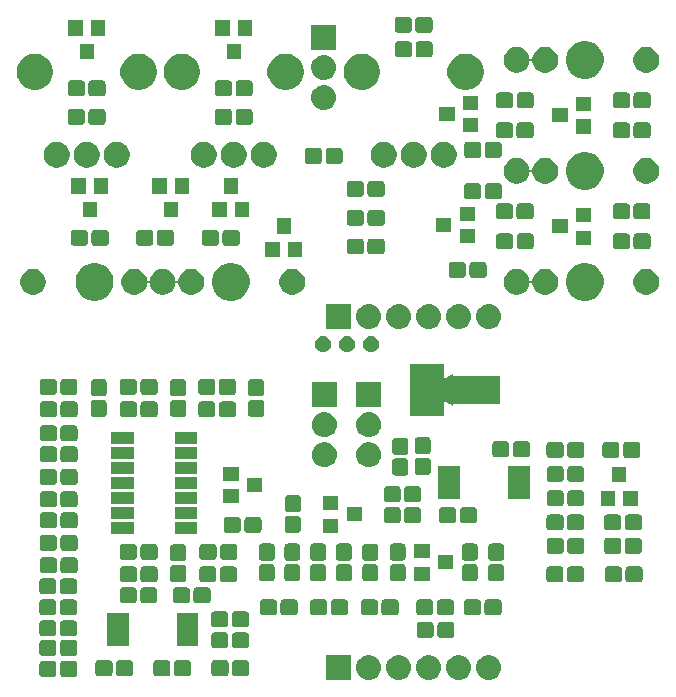
<source format=gbr>
G04 #@! TF.GenerationSoftware,KiCad,Pcbnew,(5.0.1)-4*
G04 #@! TF.CreationDate,2019-01-08T12:08:18+01:00*
G04 #@! TF.ProjectId,1U HiHat,31552048694861742E6B696361645F70,rev?*
G04 #@! TF.SameCoordinates,Original*
G04 #@! TF.FileFunction,Soldermask,Top*
G04 #@! TF.FilePolarity,Negative*
%FSLAX46Y46*%
G04 Gerber Fmt 4.6, Leading zero omitted, Abs format (unit mm)*
G04 Created by KiCad (PCBNEW (5.0.1)-4) date 01/08/19 12:08:18*
%MOMM*%
%LPD*%
G01*
G04 APERTURE LIST*
%ADD10C,0.100000*%
G04 APERTURE END LIST*
D10*
G36*
X129668707Y-118972596D02*
X129745836Y-118980193D01*
X129855005Y-119013309D01*
X129943763Y-119040233D01*
X130126172Y-119137733D01*
X130286054Y-119268946D01*
X130417267Y-119428828D01*
X130514767Y-119611237D01*
X130518478Y-119623470D01*
X130574807Y-119809164D01*
X130595080Y-120015000D01*
X130574807Y-120220836D01*
X130534780Y-120352787D01*
X130514767Y-120418763D01*
X130417267Y-120601172D01*
X130286054Y-120761054D01*
X130126172Y-120892267D01*
X129943763Y-120989767D01*
X129877787Y-121009780D01*
X129745836Y-121049807D01*
X129668707Y-121057404D01*
X129591580Y-121065000D01*
X129488420Y-121065000D01*
X129411293Y-121057404D01*
X129334164Y-121049807D01*
X129202213Y-121009780D01*
X129136237Y-120989767D01*
X128953828Y-120892267D01*
X128793946Y-120761054D01*
X128662733Y-120601172D01*
X128565233Y-120418763D01*
X128545220Y-120352787D01*
X128505193Y-120220836D01*
X128484920Y-120015000D01*
X128505193Y-119809164D01*
X128561522Y-119623470D01*
X128565233Y-119611237D01*
X128662733Y-119428828D01*
X128793946Y-119268946D01*
X128953828Y-119137733D01*
X129136237Y-119040233D01*
X129224995Y-119013309D01*
X129334164Y-118980193D01*
X129411293Y-118972596D01*
X129488420Y-118965000D01*
X129591580Y-118965000D01*
X129668707Y-118972596D01*
X129668707Y-118972596D01*
G37*
G36*
X127128707Y-118972596D02*
X127205836Y-118980193D01*
X127315005Y-119013309D01*
X127403763Y-119040233D01*
X127586172Y-119137733D01*
X127746054Y-119268946D01*
X127877267Y-119428828D01*
X127974767Y-119611237D01*
X127978478Y-119623470D01*
X128034807Y-119809164D01*
X128055080Y-120015000D01*
X128034807Y-120220836D01*
X127994780Y-120352787D01*
X127974767Y-120418763D01*
X127877267Y-120601172D01*
X127746054Y-120761054D01*
X127586172Y-120892267D01*
X127403763Y-120989767D01*
X127337787Y-121009780D01*
X127205836Y-121049807D01*
X127128707Y-121057404D01*
X127051580Y-121065000D01*
X126948420Y-121065000D01*
X126871293Y-121057404D01*
X126794164Y-121049807D01*
X126662213Y-121009780D01*
X126596237Y-120989767D01*
X126413828Y-120892267D01*
X126253946Y-120761054D01*
X126122733Y-120601172D01*
X126025233Y-120418763D01*
X126005220Y-120352787D01*
X125965193Y-120220836D01*
X125944920Y-120015000D01*
X125965193Y-119809164D01*
X126021522Y-119623470D01*
X126025233Y-119611237D01*
X126122733Y-119428828D01*
X126253946Y-119268946D01*
X126413828Y-119137733D01*
X126596237Y-119040233D01*
X126684995Y-119013309D01*
X126794164Y-118980193D01*
X126871293Y-118972596D01*
X126948420Y-118965000D01*
X127051580Y-118965000D01*
X127128707Y-118972596D01*
X127128707Y-118972596D01*
G37*
G36*
X124588707Y-118972596D02*
X124665836Y-118980193D01*
X124775005Y-119013309D01*
X124863763Y-119040233D01*
X125046172Y-119137733D01*
X125206054Y-119268946D01*
X125337267Y-119428828D01*
X125434767Y-119611237D01*
X125438478Y-119623470D01*
X125494807Y-119809164D01*
X125515080Y-120015000D01*
X125494807Y-120220836D01*
X125454780Y-120352787D01*
X125434767Y-120418763D01*
X125337267Y-120601172D01*
X125206054Y-120761054D01*
X125046172Y-120892267D01*
X124863763Y-120989767D01*
X124797787Y-121009780D01*
X124665836Y-121049807D01*
X124588707Y-121057404D01*
X124511580Y-121065000D01*
X124408420Y-121065000D01*
X124331293Y-121057404D01*
X124254164Y-121049807D01*
X124122213Y-121009780D01*
X124056237Y-120989767D01*
X123873828Y-120892267D01*
X123713946Y-120761054D01*
X123582733Y-120601172D01*
X123485233Y-120418763D01*
X123465220Y-120352787D01*
X123425193Y-120220836D01*
X123404920Y-120015000D01*
X123425193Y-119809164D01*
X123481522Y-119623470D01*
X123485233Y-119611237D01*
X123582733Y-119428828D01*
X123713946Y-119268946D01*
X123873828Y-119137733D01*
X124056237Y-119040233D01*
X124144995Y-119013309D01*
X124254164Y-118980193D01*
X124331293Y-118972596D01*
X124408420Y-118965000D01*
X124511580Y-118965000D01*
X124588707Y-118972596D01*
X124588707Y-118972596D01*
G37*
G36*
X122048707Y-118972596D02*
X122125836Y-118980193D01*
X122235005Y-119013309D01*
X122323763Y-119040233D01*
X122506172Y-119137733D01*
X122666054Y-119268946D01*
X122797267Y-119428828D01*
X122894767Y-119611237D01*
X122898478Y-119623470D01*
X122954807Y-119809164D01*
X122975080Y-120015000D01*
X122954807Y-120220836D01*
X122914780Y-120352787D01*
X122894767Y-120418763D01*
X122797267Y-120601172D01*
X122666054Y-120761054D01*
X122506172Y-120892267D01*
X122323763Y-120989767D01*
X122257787Y-121009780D01*
X122125836Y-121049807D01*
X122048707Y-121057404D01*
X121971580Y-121065000D01*
X121868420Y-121065000D01*
X121791293Y-121057404D01*
X121714164Y-121049807D01*
X121582213Y-121009780D01*
X121516237Y-120989767D01*
X121333828Y-120892267D01*
X121173946Y-120761054D01*
X121042733Y-120601172D01*
X120945233Y-120418763D01*
X120925220Y-120352787D01*
X120885193Y-120220836D01*
X120864920Y-120015000D01*
X120885193Y-119809164D01*
X120941522Y-119623470D01*
X120945233Y-119611237D01*
X121042733Y-119428828D01*
X121173946Y-119268946D01*
X121333828Y-119137733D01*
X121516237Y-119040233D01*
X121604995Y-119013309D01*
X121714164Y-118980193D01*
X121791293Y-118972596D01*
X121868420Y-118965000D01*
X121971580Y-118965000D01*
X122048707Y-118972596D01*
X122048707Y-118972596D01*
G37*
G36*
X117890000Y-121065000D02*
X115790000Y-121065000D01*
X115790000Y-118965000D01*
X117890000Y-118965000D01*
X117890000Y-121065000D01*
X117890000Y-121065000D01*
G37*
G36*
X119508707Y-118972596D02*
X119585836Y-118980193D01*
X119695005Y-119013309D01*
X119783763Y-119040233D01*
X119966172Y-119137733D01*
X120126054Y-119268946D01*
X120257267Y-119428828D01*
X120354767Y-119611237D01*
X120358478Y-119623470D01*
X120414807Y-119809164D01*
X120435080Y-120015000D01*
X120414807Y-120220836D01*
X120374780Y-120352787D01*
X120354767Y-120418763D01*
X120257267Y-120601172D01*
X120126054Y-120761054D01*
X119966172Y-120892267D01*
X119783763Y-120989767D01*
X119717787Y-121009780D01*
X119585836Y-121049807D01*
X119508707Y-121057404D01*
X119431580Y-121065000D01*
X119328420Y-121065000D01*
X119251293Y-121057404D01*
X119174164Y-121049807D01*
X119042213Y-121009780D01*
X118976237Y-120989767D01*
X118793828Y-120892267D01*
X118633946Y-120761054D01*
X118502733Y-120601172D01*
X118405233Y-120418763D01*
X118385220Y-120352787D01*
X118345193Y-120220836D01*
X118324920Y-120015000D01*
X118345193Y-119809164D01*
X118401522Y-119623470D01*
X118405233Y-119611237D01*
X118502733Y-119428828D01*
X118633946Y-119268946D01*
X118793828Y-119137733D01*
X118976237Y-119040233D01*
X119064995Y-119013309D01*
X119174164Y-118980193D01*
X119251293Y-118972596D01*
X119328420Y-118965000D01*
X119431580Y-118965000D01*
X119508707Y-118972596D01*
X119508707Y-118972596D01*
G37*
G36*
X94469530Y-119472877D02*
X94521010Y-119488493D01*
X94568442Y-119513846D01*
X94610027Y-119547973D01*
X94644154Y-119589558D01*
X94669507Y-119636990D01*
X94685123Y-119688470D01*
X94691000Y-119748140D01*
X94691000Y-120535860D01*
X94685123Y-120595530D01*
X94669507Y-120647010D01*
X94644154Y-120694442D01*
X94610027Y-120736027D01*
X94568442Y-120770154D01*
X94521010Y-120795507D01*
X94469530Y-120811123D01*
X94409860Y-120817000D01*
X93522140Y-120817000D01*
X93462470Y-120811123D01*
X93410990Y-120795507D01*
X93363558Y-120770154D01*
X93321973Y-120736027D01*
X93287846Y-120694442D01*
X93262493Y-120647010D01*
X93246877Y-120595530D01*
X93241000Y-120535860D01*
X93241000Y-119748140D01*
X93246877Y-119688470D01*
X93262493Y-119636990D01*
X93287846Y-119589558D01*
X93321973Y-119547973D01*
X93363558Y-119513846D01*
X93410990Y-119488493D01*
X93462470Y-119472877D01*
X93522140Y-119467000D01*
X94409860Y-119467000D01*
X94469530Y-119472877D01*
X94469530Y-119472877D01*
G37*
G36*
X92719530Y-119472877D02*
X92771010Y-119488493D01*
X92818442Y-119513846D01*
X92860027Y-119547973D01*
X92894154Y-119589558D01*
X92919507Y-119636990D01*
X92935123Y-119688470D01*
X92941000Y-119748140D01*
X92941000Y-120535860D01*
X92935123Y-120595530D01*
X92919507Y-120647010D01*
X92894154Y-120694442D01*
X92860027Y-120736027D01*
X92818442Y-120770154D01*
X92771010Y-120795507D01*
X92719530Y-120811123D01*
X92659860Y-120817000D01*
X91772140Y-120817000D01*
X91712470Y-120811123D01*
X91660990Y-120795507D01*
X91613558Y-120770154D01*
X91571973Y-120736027D01*
X91537846Y-120694442D01*
X91512493Y-120647010D01*
X91496877Y-120595530D01*
X91491000Y-120535860D01*
X91491000Y-119748140D01*
X91496877Y-119688470D01*
X91512493Y-119636990D01*
X91537846Y-119589558D01*
X91571973Y-119547973D01*
X91613558Y-119513846D01*
X91660990Y-119488493D01*
X91712470Y-119472877D01*
X91772140Y-119467000D01*
X92659860Y-119467000D01*
X92719530Y-119472877D01*
X92719530Y-119472877D01*
G37*
G36*
X104124196Y-119407877D02*
X104175676Y-119423493D01*
X104223108Y-119448846D01*
X104264693Y-119482973D01*
X104298820Y-119524558D01*
X104324173Y-119571990D01*
X104339789Y-119623470D01*
X104345666Y-119683140D01*
X104345666Y-120470860D01*
X104339789Y-120530530D01*
X104324173Y-120582010D01*
X104298820Y-120629442D01*
X104264693Y-120671027D01*
X104223108Y-120705154D01*
X104175676Y-120730507D01*
X104124196Y-120746123D01*
X104064526Y-120752000D01*
X103176806Y-120752000D01*
X103117136Y-120746123D01*
X103065656Y-120730507D01*
X103018224Y-120705154D01*
X102976639Y-120671027D01*
X102942512Y-120629442D01*
X102917159Y-120582010D01*
X102901543Y-120530530D01*
X102895666Y-120470860D01*
X102895666Y-119683140D01*
X102901543Y-119623470D01*
X102917159Y-119571990D01*
X102942512Y-119524558D01*
X102976639Y-119482973D01*
X103018224Y-119448846D01*
X103065656Y-119423493D01*
X103117136Y-119407877D01*
X103176806Y-119402000D01*
X104064526Y-119402000D01*
X104124196Y-119407877D01*
X104124196Y-119407877D01*
G37*
G36*
X109041530Y-119407877D02*
X109093010Y-119423493D01*
X109140442Y-119448846D01*
X109182027Y-119482973D01*
X109216154Y-119524558D01*
X109241507Y-119571990D01*
X109257123Y-119623470D01*
X109263000Y-119683140D01*
X109263000Y-120470860D01*
X109257123Y-120530530D01*
X109241507Y-120582010D01*
X109216154Y-120629442D01*
X109182027Y-120671027D01*
X109140442Y-120705154D01*
X109093010Y-120730507D01*
X109041530Y-120746123D01*
X108981860Y-120752000D01*
X108094140Y-120752000D01*
X108034470Y-120746123D01*
X107982990Y-120730507D01*
X107935558Y-120705154D01*
X107893973Y-120671027D01*
X107859846Y-120629442D01*
X107834493Y-120582010D01*
X107818877Y-120530530D01*
X107813000Y-120470860D01*
X107813000Y-119683140D01*
X107818877Y-119623470D01*
X107834493Y-119571990D01*
X107859846Y-119524558D01*
X107893973Y-119482973D01*
X107935558Y-119448846D01*
X107982990Y-119423493D01*
X108034470Y-119407877D01*
X108094140Y-119402000D01*
X108981860Y-119402000D01*
X109041530Y-119407877D01*
X109041530Y-119407877D01*
G37*
G36*
X102374196Y-119407877D02*
X102425676Y-119423493D01*
X102473108Y-119448846D01*
X102514693Y-119482973D01*
X102548820Y-119524558D01*
X102574173Y-119571990D01*
X102589789Y-119623470D01*
X102595666Y-119683140D01*
X102595666Y-120470860D01*
X102589789Y-120530530D01*
X102574173Y-120582010D01*
X102548820Y-120629442D01*
X102514693Y-120671027D01*
X102473108Y-120705154D01*
X102425676Y-120730507D01*
X102374196Y-120746123D01*
X102314526Y-120752000D01*
X101426806Y-120752000D01*
X101367136Y-120746123D01*
X101315656Y-120730507D01*
X101268224Y-120705154D01*
X101226639Y-120671027D01*
X101192512Y-120629442D01*
X101167159Y-120582010D01*
X101151543Y-120530530D01*
X101145666Y-120470860D01*
X101145666Y-119683140D01*
X101151543Y-119623470D01*
X101167159Y-119571990D01*
X101192512Y-119524558D01*
X101226639Y-119482973D01*
X101268224Y-119448846D01*
X101315656Y-119423493D01*
X101367136Y-119407877D01*
X101426806Y-119402000D01*
X102314526Y-119402000D01*
X102374196Y-119407877D01*
X102374196Y-119407877D01*
G37*
G36*
X97466863Y-119407877D02*
X97518343Y-119423493D01*
X97565775Y-119448846D01*
X97607360Y-119482973D01*
X97641487Y-119524558D01*
X97666840Y-119571990D01*
X97682456Y-119623470D01*
X97688333Y-119683140D01*
X97688333Y-120470860D01*
X97682456Y-120530530D01*
X97666840Y-120582010D01*
X97641487Y-120629442D01*
X97607360Y-120671027D01*
X97565775Y-120705154D01*
X97518343Y-120730507D01*
X97466863Y-120746123D01*
X97407193Y-120752000D01*
X96519473Y-120752000D01*
X96459803Y-120746123D01*
X96408323Y-120730507D01*
X96360891Y-120705154D01*
X96319306Y-120671027D01*
X96285179Y-120629442D01*
X96259826Y-120582010D01*
X96244210Y-120530530D01*
X96238333Y-120470860D01*
X96238333Y-119683140D01*
X96244210Y-119623470D01*
X96259826Y-119571990D01*
X96285179Y-119524558D01*
X96319306Y-119482973D01*
X96360891Y-119448846D01*
X96408323Y-119423493D01*
X96459803Y-119407877D01*
X96519473Y-119402000D01*
X97407193Y-119402000D01*
X97466863Y-119407877D01*
X97466863Y-119407877D01*
G37*
G36*
X99216863Y-119407877D02*
X99268343Y-119423493D01*
X99315775Y-119448846D01*
X99357360Y-119482973D01*
X99391487Y-119524558D01*
X99416840Y-119571990D01*
X99432456Y-119623470D01*
X99438333Y-119683140D01*
X99438333Y-120470860D01*
X99432456Y-120530530D01*
X99416840Y-120582010D01*
X99391487Y-120629442D01*
X99357360Y-120671027D01*
X99315775Y-120705154D01*
X99268343Y-120730507D01*
X99216863Y-120746123D01*
X99157193Y-120752000D01*
X98269473Y-120752000D01*
X98209803Y-120746123D01*
X98158323Y-120730507D01*
X98110891Y-120705154D01*
X98069306Y-120671027D01*
X98035179Y-120629442D01*
X98009826Y-120582010D01*
X97994210Y-120530530D01*
X97988333Y-120470860D01*
X97988333Y-119683140D01*
X97994210Y-119623470D01*
X98009826Y-119571990D01*
X98035179Y-119524558D01*
X98069306Y-119482973D01*
X98110891Y-119448846D01*
X98158323Y-119423493D01*
X98209803Y-119407877D01*
X98269473Y-119402000D01*
X99157193Y-119402000D01*
X99216863Y-119407877D01*
X99216863Y-119407877D01*
G37*
G36*
X107291530Y-119407877D02*
X107343010Y-119423493D01*
X107390442Y-119448846D01*
X107432027Y-119482973D01*
X107466154Y-119524558D01*
X107491507Y-119571990D01*
X107507123Y-119623470D01*
X107513000Y-119683140D01*
X107513000Y-120470860D01*
X107507123Y-120530530D01*
X107491507Y-120582010D01*
X107466154Y-120629442D01*
X107432027Y-120671027D01*
X107390442Y-120705154D01*
X107343010Y-120730507D01*
X107291530Y-120746123D01*
X107231860Y-120752000D01*
X106344140Y-120752000D01*
X106284470Y-120746123D01*
X106232990Y-120730507D01*
X106185558Y-120705154D01*
X106143973Y-120671027D01*
X106109846Y-120629442D01*
X106084493Y-120582010D01*
X106068877Y-120530530D01*
X106063000Y-120470860D01*
X106063000Y-119683140D01*
X106068877Y-119623470D01*
X106084493Y-119571990D01*
X106109846Y-119524558D01*
X106143973Y-119482973D01*
X106185558Y-119448846D01*
X106232990Y-119423493D01*
X106284470Y-119407877D01*
X106344140Y-119402000D01*
X107231860Y-119402000D01*
X107291530Y-119407877D01*
X107291530Y-119407877D01*
G37*
G36*
X94469530Y-117694877D02*
X94521010Y-117710493D01*
X94568442Y-117735846D01*
X94610027Y-117769973D01*
X94644154Y-117811558D01*
X94669507Y-117858990D01*
X94685123Y-117910470D01*
X94691000Y-117970140D01*
X94691000Y-118757860D01*
X94685123Y-118817530D01*
X94669507Y-118869010D01*
X94644154Y-118916442D01*
X94610027Y-118958027D01*
X94568442Y-118992154D01*
X94521010Y-119017507D01*
X94469530Y-119033123D01*
X94409860Y-119039000D01*
X93522140Y-119039000D01*
X93462470Y-119033123D01*
X93410990Y-119017507D01*
X93363558Y-118992154D01*
X93321973Y-118958027D01*
X93287846Y-118916442D01*
X93262493Y-118869010D01*
X93246877Y-118817530D01*
X93241000Y-118757860D01*
X93241000Y-117970140D01*
X93246877Y-117910470D01*
X93262493Y-117858990D01*
X93287846Y-117811558D01*
X93321973Y-117769973D01*
X93363558Y-117735846D01*
X93410990Y-117710493D01*
X93462470Y-117694877D01*
X93522140Y-117689000D01*
X94409860Y-117689000D01*
X94469530Y-117694877D01*
X94469530Y-117694877D01*
G37*
G36*
X92719530Y-117694877D02*
X92771010Y-117710493D01*
X92818442Y-117735846D01*
X92860027Y-117769973D01*
X92894154Y-117811558D01*
X92919507Y-117858990D01*
X92935123Y-117910470D01*
X92941000Y-117970140D01*
X92941000Y-118757860D01*
X92935123Y-118817530D01*
X92919507Y-118869010D01*
X92894154Y-118916442D01*
X92860027Y-118958027D01*
X92818442Y-118992154D01*
X92771010Y-119017507D01*
X92719530Y-119033123D01*
X92659860Y-119039000D01*
X91772140Y-119039000D01*
X91712470Y-119033123D01*
X91660990Y-119017507D01*
X91613558Y-118992154D01*
X91571973Y-118958027D01*
X91537846Y-118916442D01*
X91512493Y-118869010D01*
X91496877Y-118817530D01*
X91491000Y-118757860D01*
X91491000Y-117970140D01*
X91496877Y-117910470D01*
X91512493Y-117858990D01*
X91537846Y-117811558D01*
X91571973Y-117769973D01*
X91613558Y-117735846D01*
X91660990Y-117710493D01*
X91712470Y-117694877D01*
X91772140Y-117689000D01*
X92659860Y-117689000D01*
X92719530Y-117694877D01*
X92719530Y-117694877D01*
G37*
G36*
X107281530Y-117059877D02*
X107333010Y-117075493D01*
X107380442Y-117100846D01*
X107422027Y-117134973D01*
X107456154Y-117176558D01*
X107481507Y-117223990D01*
X107497123Y-117275470D01*
X107503000Y-117335140D01*
X107503000Y-118122860D01*
X107497123Y-118182530D01*
X107481507Y-118234010D01*
X107456154Y-118281442D01*
X107422027Y-118323027D01*
X107380442Y-118357154D01*
X107333010Y-118382507D01*
X107281530Y-118398123D01*
X107221860Y-118404000D01*
X106334140Y-118404000D01*
X106274470Y-118398123D01*
X106222990Y-118382507D01*
X106175558Y-118357154D01*
X106133973Y-118323027D01*
X106099846Y-118281442D01*
X106074493Y-118234010D01*
X106058877Y-118182530D01*
X106053000Y-118122860D01*
X106053000Y-117335140D01*
X106058877Y-117275470D01*
X106074493Y-117223990D01*
X106099846Y-117176558D01*
X106133973Y-117134973D01*
X106175558Y-117100846D01*
X106222990Y-117075493D01*
X106274470Y-117059877D01*
X106334140Y-117054000D01*
X107221860Y-117054000D01*
X107281530Y-117059877D01*
X107281530Y-117059877D01*
G37*
G36*
X109031530Y-117059877D02*
X109083010Y-117075493D01*
X109130442Y-117100846D01*
X109172027Y-117134973D01*
X109206154Y-117176558D01*
X109231507Y-117223990D01*
X109247123Y-117275470D01*
X109253000Y-117335140D01*
X109253000Y-118122860D01*
X109247123Y-118182530D01*
X109231507Y-118234010D01*
X109206154Y-118281442D01*
X109172027Y-118323027D01*
X109130442Y-118357154D01*
X109083010Y-118382507D01*
X109031530Y-118398123D01*
X108971860Y-118404000D01*
X108084140Y-118404000D01*
X108024470Y-118398123D01*
X107972990Y-118382507D01*
X107925558Y-118357154D01*
X107883973Y-118323027D01*
X107849846Y-118281442D01*
X107824493Y-118234010D01*
X107808877Y-118182530D01*
X107803000Y-118122860D01*
X107803000Y-117335140D01*
X107808877Y-117275470D01*
X107824493Y-117223990D01*
X107849846Y-117176558D01*
X107883973Y-117134973D01*
X107925558Y-117100846D01*
X107972990Y-117075493D01*
X108024470Y-117059877D01*
X108084140Y-117054000D01*
X108971860Y-117054000D01*
X109031530Y-117059877D01*
X109031530Y-117059877D01*
G37*
G36*
X104967000Y-118240000D02*
X103117000Y-118240000D01*
X103117000Y-115440000D01*
X104967000Y-115440000D01*
X104967000Y-118240000D01*
X104967000Y-118240000D01*
G37*
G36*
X99067000Y-118240000D02*
X97217000Y-118240000D01*
X97217000Y-115440000D01*
X99067000Y-115440000D01*
X99067000Y-118240000D01*
X99067000Y-118240000D01*
G37*
G36*
X126412530Y-116170877D02*
X126464010Y-116186493D01*
X126511442Y-116211846D01*
X126553027Y-116245973D01*
X126587154Y-116287558D01*
X126612507Y-116334990D01*
X126628123Y-116386470D01*
X126634000Y-116446140D01*
X126634000Y-117233860D01*
X126628123Y-117293530D01*
X126612507Y-117345010D01*
X126587154Y-117392442D01*
X126553027Y-117434027D01*
X126511442Y-117468154D01*
X126464010Y-117493507D01*
X126412530Y-117509123D01*
X126352860Y-117515000D01*
X125465140Y-117515000D01*
X125405470Y-117509123D01*
X125353990Y-117493507D01*
X125306558Y-117468154D01*
X125264973Y-117434027D01*
X125230846Y-117392442D01*
X125205493Y-117345010D01*
X125189877Y-117293530D01*
X125184000Y-117233860D01*
X125184000Y-116446140D01*
X125189877Y-116386470D01*
X125205493Y-116334990D01*
X125230846Y-116287558D01*
X125264973Y-116245973D01*
X125306558Y-116211846D01*
X125353990Y-116186493D01*
X125405470Y-116170877D01*
X125465140Y-116165000D01*
X126352860Y-116165000D01*
X126412530Y-116170877D01*
X126412530Y-116170877D01*
G37*
G36*
X124662530Y-116170877D02*
X124714010Y-116186493D01*
X124761442Y-116211846D01*
X124803027Y-116245973D01*
X124837154Y-116287558D01*
X124862507Y-116334990D01*
X124878123Y-116386470D01*
X124884000Y-116446140D01*
X124884000Y-117233860D01*
X124878123Y-117293530D01*
X124862507Y-117345010D01*
X124837154Y-117392442D01*
X124803027Y-117434027D01*
X124761442Y-117468154D01*
X124714010Y-117493507D01*
X124662530Y-117509123D01*
X124602860Y-117515000D01*
X123715140Y-117515000D01*
X123655470Y-117509123D01*
X123603990Y-117493507D01*
X123556558Y-117468154D01*
X123514973Y-117434027D01*
X123480846Y-117392442D01*
X123455493Y-117345010D01*
X123439877Y-117293530D01*
X123434000Y-117233860D01*
X123434000Y-116446140D01*
X123439877Y-116386470D01*
X123455493Y-116334990D01*
X123480846Y-116287558D01*
X123514973Y-116245973D01*
X123556558Y-116211846D01*
X123603990Y-116186493D01*
X123655470Y-116170877D01*
X123715140Y-116165000D01*
X124602860Y-116165000D01*
X124662530Y-116170877D01*
X124662530Y-116170877D01*
G37*
G36*
X94469530Y-116043877D02*
X94521010Y-116059493D01*
X94568442Y-116084846D01*
X94610027Y-116118973D01*
X94644154Y-116160558D01*
X94669507Y-116207990D01*
X94685123Y-116259470D01*
X94691000Y-116319140D01*
X94691000Y-117106860D01*
X94685123Y-117166530D01*
X94669507Y-117218010D01*
X94644154Y-117265442D01*
X94610027Y-117307027D01*
X94568442Y-117341154D01*
X94521010Y-117366507D01*
X94469530Y-117382123D01*
X94409860Y-117388000D01*
X93522140Y-117388000D01*
X93462470Y-117382123D01*
X93410990Y-117366507D01*
X93363558Y-117341154D01*
X93321973Y-117307027D01*
X93287846Y-117265442D01*
X93262493Y-117218010D01*
X93246877Y-117166530D01*
X93241000Y-117106860D01*
X93241000Y-116319140D01*
X93246877Y-116259470D01*
X93262493Y-116207990D01*
X93287846Y-116160558D01*
X93321973Y-116118973D01*
X93363558Y-116084846D01*
X93410990Y-116059493D01*
X93462470Y-116043877D01*
X93522140Y-116038000D01*
X94409860Y-116038000D01*
X94469530Y-116043877D01*
X94469530Y-116043877D01*
G37*
G36*
X92719530Y-116043877D02*
X92771010Y-116059493D01*
X92818442Y-116084846D01*
X92860027Y-116118973D01*
X92894154Y-116160558D01*
X92919507Y-116207990D01*
X92935123Y-116259470D01*
X92941000Y-116319140D01*
X92941000Y-117106860D01*
X92935123Y-117166530D01*
X92919507Y-117218010D01*
X92894154Y-117265442D01*
X92860027Y-117307027D01*
X92818442Y-117341154D01*
X92771010Y-117366507D01*
X92719530Y-117382123D01*
X92659860Y-117388000D01*
X91772140Y-117388000D01*
X91712470Y-117382123D01*
X91660990Y-117366507D01*
X91613558Y-117341154D01*
X91571973Y-117307027D01*
X91537846Y-117265442D01*
X91512493Y-117218010D01*
X91496877Y-117166530D01*
X91491000Y-117106860D01*
X91491000Y-116319140D01*
X91496877Y-116259470D01*
X91512493Y-116207990D01*
X91537846Y-116160558D01*
X91571973Y-116118973D01*
X91613558Y-116084846D01*
X91660990Y-116059493D01*
X91712470Y-116043877D01*
X91772140Y-116038000D01*
X92659860Y-116038000D01*
X92719530Y-116043877D01*
X92719530Y-116043877D01*
G37*
G36*
X107258530Y-115281877D02*
X107310010Y-115297493D01*
X107357442Y-115322846D01*
X107399027Y-115356973D01*
X107433154Y-115398558D01*
X107458507Y-115445990D01*
X107474123Y-115497470D01*
X107480000Y-115557140D01*
X107480000Y-116344860D01*
X107474123Y-116404530D01*
X107458507Y-116456010D01*
X107433154Y-116503442D01*
X107399027Y-116545027D01*
X107357442Y-116579154D01*
X107310010Y-116604507D01*
X107258530Y-116620123D01*
X107198860Y-116626000D01*
X106311140Y-116626000D01*
X106251470Y-116620123D01*
X106199990Y-116604507D01*
X106152558Y-116579154D01*
X106110973Y-116545027D01*
X106076846Y-116503442D01*
X106051493Y-116456010D01*
X106035877Y-116404530D01*
X106030000Y-116344860D01*
X106030000Y-115557140D01*
X106035877Y-115497470D01*
X106051493Y-115445990D01*
X106076846Y-115398558D01*
X106110973Y-115356973D01*
X106152558Y-115322846D01*
X106199990Y-115297493D01*
X106251470Y-115281877D01*
X106311140Y-115276000D01*
X107198860Y-115276000D01*
X107258530Y-115281877D01*
X107258530Y-115281877D01*
G37*
G36*
X109008530Y-115281877D02*
X109060010Y-115297493D01*
X109107442Y-115322846D01*
X109149027Y-115356973D01*
X109183154Y-115398558D01*
X109208507Y-115445990D01*
X109224123Y-115497470D01*
X109230000Y-115557140D01*
X109230000Y-116344860D01*
X109224123Y-116404530D01*
X109208507Y-116456010D01*
X109183154Y-116503442D01*
X109149027Y-116545027D01*
X109107442Y-116579154D01*
X109060010Y-116604507D01*
X109008530Y-116620123D01*
X108948860Y-116626000D01*
X108061140Y-116626000D01*
X108001470Y-116620123D01*
X107949990Y-116604507D01*
X107902558Y-116579154D01*
X107860973Y-116545027D01*
X107826846Y-116503442D01*
X107801493Y-116456010D01*
X107785877Y-116404530D01*
X107780000Y-116344860D01*
X107780000Y-115557140D01*
X107785877Y-115497470D01*
X107801493Y-115445990D01*
X107826846Y-115398558D01*
X107860973Y-115356973D01*
X107902558Y-115322846D01*
X107949990Y-115297493D01*
X108001470Y-115281877D01*
X108061140Y-115276000D01*
X108948860Y-115276000D01*
X109008530Y-115281877D01*
X109008530Y-115281877D01*
G37*
G36*
X128660530Y-114265877D02*
X128712010Y-114281493D01*
X128759442Y-114306846D01*
X128801027Y-114340973D01*
X128835154Y-114382558D01*
X128860507Y-114429990D01*
X128876123Y-114481470D01*
X128882000Y-114541140D01*
X128882000Y-115328860D01*
X128876123Y-115388530D01*
X128860507Y-115440010D01*
X128835154Y-115487442D01*
X128801027Y-115529027D01*
X128759442Y-115563154D01*
X128712010Y-115588507D01*
X128660530Y-115604123D01*
X128600860Y-115610000D01*
X127713140Y-115610000D01*
X127653470Y-115604123D01*
X127601990Y-115588507D01*
X127554558Y-115563154D01*
X127512973Y-115529027D01*
X127478846Y-115487442D01*
X127453493Y-115440010D01*
X127437877Y-115388530D01*
X127432000Y-115328860D01*
X127432000Y-114541140D01*
X127437877Y-114481470D01*
X127453493Y-114429990D01*
X127478846Y-114382558D01*
X127512973Y-114340973D01*
X127554558Y-114306846D01*
X127601990Y-114281493D01*
X127653470Y-114265877D01*
X127713140Y-114260000D01*
X128600860Y-114260000D01*
X128660530Y-114265877D01*
X128660530Y-114265877D01*
G37*
G36*
X119940530Y-114265877D02*
X119992010Y-114281493D01*
X120039442Y-114306846D01*
X120081027Y-114340973D01*
X120115154Y-114382558D01*
X120140507Y-114429990D01*
X120156123Y-114481470D01*
X120162000Y-114541140D01*
X120162000Y-115328860D01*
X120156123Y-115388530D01*
X120140507Y-115440010D01*
X120115154Y-115487442D01*
X120081027Y-115529027D01*
X120039442Y-115563154D01*
X119992010Y-115588507D01*
X119940530Y-115604123D01*
X119880860Y-115610000D01*
X118993140Y-115610000D01*
X118933470Y-115604123D01*
X118881990Y-115588507D01*
X118834558Y-115563154D01*
X118792973Y-115529027D01*
X118758846Y-115487442D01*
X118733493Y-115440010D01*
X118717877Y-115388530D01*
X118712000Y-115328860D01*
X118712000Y-114541140D01*
X118717877Y-114481470D01*
X118733493Y-114429990D01*
X118758846Y-114382558D01*
X118792973Y-114340973D01*
X118834558Y-114306846D01*
X118881990Y-114281493D01*
X118933470Y-114265877D01*
X118993140Y-114260000D01*
X119880860Y-114260000D01*
X119940530Y-114265877D01*
X119940530Y-114265877D01*
G37*
G36*
X124639530Y-114265877D02*
X124691010Y-114281493D01*
X124738442Y-114306846D01*
X124780027Y-114340973D01*
X124814154Y-114382558D01*
X124839507Y-114429990D01*
X124855123Y-114481470D01*
X124861000Y-114541140D01*
X124861000Y-115328860D01*
X124855123Y-115388530D01*
X124839507Y-115440010D01*
X124814154Y-115487442D01*
X124780027Y-115529027D01*
X124738442Y-115563154D01*
X124691010Y-115588507D01*
X124639530Y-115604123D01*
X124579860Y-115610000D01*
X123692140Y-115610000D01*
X123632470Y-115604123D01*
X123580990Y-115588507D01*
X123533558Y-115563154D01*
X123491973Y-115529027D01*
X123457846Y-115487442D01*
X123432493Y-115440010D01*
X123416877Y-115388530D01*
X123411000Y-115328860D01*
X123411000Y-114541140D01*
X123416877Y-114481470D01*
X123432493Y-114429990D01*
X123457846Y-114382558D01*
X123491973Y-114340973D01*
X123533558Y-114306846D01*
X123580990Y-114281493D01*
X123632470Y-114265877D01*
X123692140Y-114260000D01*
X124579860Y-114260000D01*
X124639530Y-114265877D01*
X124639530Y-114265877D01*
G37*
G36*
X92719530Y-114265877D02*
X92771010Y-114281493D01*
X92818442Y-114306846D01*
X92860027Y-114340973D01*
X92894154Y-114382558D01*
X92919507Y-114429990D01*
X92935123Y-114481470D01*
X92941000Y-114541140D01*
X92941000Y-115328860D01*
X92935123Y-115388530D01*
X92919507Y-115440010D01*
X92894154Y-115487442D01*
X92860027Y-115529027D01*
X92818442Y-115563154D01*
X92771010Y-115588507D01*
X92719530Y-115604123D01*
X92659860Y-115610000D01*
X91772140Y-115610000D01*
X91712470Y-115604123D01*
X91660990Y-115588507D01*
X91613558Y-115563154D01*
X91571973Y-115529027D01*
X91537846Y-115487442D01*
X91512493Y-115440010D01*
X91496877Y-115388530D01*
X91491000Y-115328860D01*
X91491000Y-114541140D01*
X91496877Y-114481470D01*
X91512493Y-114429990D01*
X91537846Y-114382558D01*
X91571973Y-114340973D01*
X91613558Y-114306846D01*
X91660990Y-114281493D01*
X91712470Y-114265877D01*
X91772140Y-114260000D01*
X92659860Y-114260000D01*
X92719530Y-114265877D01*
X92719530Y-114265877D01*
G37*
G36*
X117395530Y-114265877D02*
X117447010Y-114281493D01*
X117494442Y-114306846D01*
X117536027Y-114340973D01*
X117570154Y-114382558D01*
X117595507Y-114429990D01*
X117611123Y-114481470D01*
X117617000Y-114541140D01*
X117617000Y-115328860D01*
X117611123Y-115388530D01*
X117595507Y-115440010D01*
X117570154Y-115487442D01*
X117536027Y-115529027D01*
X117494442Y-115563154D01*
X117447010Y-115588507D01*
X117395530Y-115604123D01*
X117335860Y-115610000D01*
X116448140Y-115610000D01*
X116388470Y-115604123D01*
X116336990Y-115588507D01*
X116289558Y-115563154D01*
X116247973Y-115529027D01*
X116213846Y-115487442D01*
X116188493Y-115440010D01*
X116172877Y-115388530D01*
X116167000Y-115328860D01*
X116167000Y-114541140D01*
X116172877Y-114481470D01*
X116188493Y-114429990D01*
X116213846Y-114382558D01*
X116247973Y-114340973D01*
X116289558Y-114306846D01*
X116336990Y-114281493D01*
X116388470Y-114265877D01*
X116448140Y-114260000D01*
X117335860Y-114260000D01*
X117395530Y-114265877D01*
X117395530Y-114265877D01*
G37*
G36*
X121690530Y-114265877D02*
X121742010Y-114281493D01*
X121789442Y-114306846D01*
X121831027Y-114340973D01*
X121865154Y-114382558D01*
X121890507Y-114429990D01*
X121906123Y-114481470D01*
X121912000Y-114541140D01*
X121912000Y-115328860D01*
X121906123Y-115388530D01*
X121890507Y-115440010D01*
X121865154Y-115487442D01*
X121831027Y-115529027D01*
X121789442Y-115563154D01*
X121742010Y-115588507D01*
X121690530Y-115604123D01*
X121630860Y-115610000D01*
X120743140Y-115610000D01*
X120683470Y-115604123D01*
X120631990Y-115588507D01*
X120584558Y-115563154D01*
X120542973Y-115529027D01*
X120508846Y-115487442D01*
X120483493Y-115440010D01*
X120467877Y-115388530D01*
X120462000Y-115328860D01*
X120462000Y-114541140D01*
X120467877Y-114481470D01*
X120483493Y-114429990D01*
X120508846Y-114382558D01*
X120542973Y-114340973D01*
X120584558Y-114306846D01*
X120631990Y-114281493D01*
X120683470Y-114265877D01*
X120743140Y-114260000D01*
X121630860Y-114260000D01*
X121690530Y-114265877D01*
X121690530Y-114265877D01*
G37*
G36*
X126389530Y-114265877D02*
X126441010Y-114281493D01*
X126488442Y-114306846D01*
X126530027Y-114340973D01*
X126564154Y-114382558D01*
X126589507Y-114429990D01*
X126605123Y-114481470D01*
X126611000Y-114541140D01*
X126611000Y-115328860D01*
X126605123Y-115388530D01*
X126589507Y-115440010D01*
X126564154Y-115487442D01*
X126530027Y-115529027D01*
X126488442Y-115563154D01*
X126441010Y-115588507D01*
X126389530Y-115604123D01*
X126329860Y-115610000D01*
X125442140Y-115610000D01*
X125382470Y-115604123D01*
X125330990Y-115588507D01*
X125283558Y-115563154D01*
X125241973Y-115529027D01*
X125207846Y-115487442D01*
X125182493Y-115440010D01*
X125166877Y-115388530D01*
X125161000Y-115328860D01*
X125161000Y-114541140D01*
X125166877Y-114481470D01*
X125182493Y-114429990D01*
X125207846Y-114382558D01*
X125241973Y-114340973D01*
X125283558Y-114306846D01*
X125330990Y-114281493D01*
X125382470Y-114265877D01*
X125442140Y-114260000D01*
X126329860Y-114260000D01*
X126389530Y-114265877D01*
X126389530Y-114265877D01*
G37*
G36*
X130410530Y-114265877D02*
X130462010Y-114281493D01*
X130509442Y-114306846D01*
X130551027Y-114340973D01*
X130585154Y-114382558D01*
X130610507Y-114429990D01*
X130626123Y-114481470D01*
X130632000Y-114541140D01*
X130632000Y-115328860D01*
X130626123Y-115388530D01*
X130610507Y-115440010D01*
X130585154Y-115487442D01*
X130551027Y-115529027D01*
X130509442Y-115563154D01*
X130462010Y-115588507D01*
X130410530Y-115604123D01*
X130350860Y-115610000D01*
X129463140Y-115610000D01*
X129403470Y-115604123D01*
X129351990Y-115588507D01*
X129304558Y-115563154D01*
X129262973Y-115529027D01*
X129228846Y-115487442D01*
X129203493Y-115440010D01*
X129187877Y-115388530D01*
X129182000Y-115328860D01*
X129182000Y-114541140D01*
X129187877Y-114481470D01*
X129203493Y-114429990D01*
X129228846Y-114382558D01*
X129262973Y-114340973D01*
X129304558Y-114306846D01*
X129351990Y-114281493D01*
X129403470Y-114265877D01*
X129463140Y-114260000D01*
X130350860Y-114260000D01*
X130410530Y-114265877D01*
X130410530Y-114265877D01*
G37*
G36*
X111388530Y-114265877D02*
X111440010Y-114281493D01*
X111487442Y-114306846D01*
X111529027Y-114340973D01*
X111563154Y-114382558D01*
X111588507Y-114429990D01*
X111604123Y-114481470D01*
X111610000Y-114541140D01*
X111610000Y-115328860D01*
X111604123Y-115388530D01*
X111588507Y-115440010D01*
X111563154Y-115487442D01*
X111529027Y-115529027D01*
X111487442Y-115563154D01*
X111440010Y-115588507D01*
X111388530Y-115604123D01*
X111328860Y-115610000D01*
X110441140Y-115610000D01*
X110381470Y-115604123D01*
X110329990Y-115588507D01*
X110282558Y-115563154D01*
X110240973Y-115529027D01*
X110206846Y-115487442D01*
X110181493Y-115440010D01*
X110165877Y-115388530D01*
X110160000Y-115328860D01*
X110160000Y-114541140D01*
X110165877Y-114481470D01*
X110181493Y-114429990D01*
X110206846Y-114382558D01*
X110240973Y-114340973D01*
X110282558Y-114306846D01*
X110329990Y-114281493D01*
X110381470Y-114265877D01*
X110441140Y-114260000D01*
X111328860Y-114260000D01*
X111388530Y-114265877D01*
X111388530Y-114265877D01*
G37*
G36*
X113138530Y-114265877D02*
X113190010Y-114281493D01*
X113237442Y-114306846D01*
X113279027Y-114340973D01*
X113313154Y-114382558D01*
X113338507Y-114429990D01*
X113354123Y-114481470D01*
X113360000Y-114541140D01*
X113360000Y-115328860D01*
X113354123Y-115388530D01*
X113338507Y-115440010D01*
X113313154Y-115487442D01*
X113279027Y-115529027D01*
X113237442Y-115563154D01*
X113190010Y-115588507D01*
X113138530Y-115604123D01*
X113078860Y-115610000D01*
X112191140Y-115610000D01*
X112131470Y-115604123D01*
X112079990Y-115588507D01*
X112032558Y-115563154D01*
X111990973Y-115529027D01*
X111956846Y-115487442D01*
X111931493Y-115440010D01*
X111915877Y-115388530D01*
X111910000Y-115328860D01*
X111910000Y-114541140D01*
X111915877Y-114481470D01*
X111931493Y-114429990D01*
X111956846Y-114382558D01*
X111990973Y-114340973D01*
X112032558Y-114306846D01*
X112079990Y-114281493D01*
X112131470Y-114265877D01*
X112191140Y-114260000D01*
X113078860Y-114260000D01*
X113138530Y-114265877D01*
X113138530Y-114265877D01*
G37*
G36*
X94469530Y-114265877D02*
X94521010Y-114281493D01*
X94568442Y-114306846D01*
X94610027Y-114340973D01*
X94644154Y-114382558D01*
X94669507Y-114429990D01*
X94685123Y-114481470D01*
X94691000Y-114541140D01*
X94691000Y-115328860D01*
X94685123Y-115388530D01*
X94669507Y-115440010D01*
X94644154Y-115487442D01*
X94610027Y-115529027D01*
X94568442Y-115563154D01*
X94521010Y-115588507D01*
X94469530Y-115604123D01*
X94409860Y-115610000D01*
X93522140Y-115610000D01*
X93462470Y-115604123D01*
X93410990Y-115588507D01*
X93363558Y-115563154D01*
X93321973Y-115529027D01*
X93287846Y-115487442D01*
X93262493Y-115440010D01*
X93246877Y-115388530D01*
X93241000Y-115328860D01*
X93241000Y-114541140D01*
X93246877Y-114481470D01*
X93262493Y-114429990D01*
X93287846Y-114382558D01*
X93321973Y-114340973D01*
X93363558Y-114306846D01*
X93410990Y-114281493D01*
X93462470Y-114265877D01*
X93522140Y-114260000D01*
X94409860Y-114260000D01*
X94469530Y-114265877D01*
X94469530Y-114265877D01*
G37*
G36*
X115645530Y-114265877D02*
X115697010Y-114281493D01*
X115744442Y-114306846D01*
X115786027Y-114340973D01*
X115820154Y-114382558D01*
X115845507Y-114429990D01*
X115861123Y-114481470D01*
X115867000Y-114541140D01*
X115867000Y-115328860D01*
X115861123Y-115388530D01*
X115845507Y-115440010D01*
X115820154Y-115487442D01*
X115786027Y-115529027D01*
X115744442Y-115563154D01*
X115697010Y-115588507D01*
X115645530Y-115604123D01*
X115585860Y-115610000D01*
X114698140Y-115610000D01*
X114638470Y-115604123D01*
X114586990Y-115588507D01*
X114539558Y-115563154D01*
X114497973Y-115529027D01*
X114463846Y-115487442D01*
X114438493Y-115440010D01*
X114422877Y-115388530D01*
X114417000Y-115328860D01*
X114417000Y-114541140D01*
X114422877Y-114481470D01*
X114438493Y-114429990D01*
X114463846Y-114382558D01*
X114497973Y-114340973D01*
X114539558Y-114306846D01*
X114586990Y-114281493D01*
X114638470Y-114265877D01*
X114698140Y-114260000D01*
X115585860Y-114260000D01*
X115645530Y-114265877D01*
X115645530Y-114265877D01*
G37*
G36*
X104022530Y-113249877D02*
X104074010Y-113265493D01*
X104121442Y-113290846D01*
X104163027Y-113324973D01*
X104197154Y-113366558D01*
X104222507Y-113413990D01*
X104238123Y-113465470D01*
X104244000Y-113525140D01*
X104244000Y-114312860D01*
X104238123Y-114372530D01*
X104222507Y-114424010D01*
X104197154Y-114471442D01*
X104163027Y-114513027D01*
X104121442Y-114547154D01*
X104074010Y-114572507D01*
X104022530Y-114588123D01*
X103962860Y-114594000D01*
X103075140Y-114594000D01*
X103015470Y-114588123D01*
X102963990Y-114572507D01*
X102916558Y-114547154D01*
X102874973Y-114513027D01*
X102840846Y-114471442D01*
X102815493Y-114424010D01*
X102799877Y-114372530D01*
X102794000Y-114312860D01*
X102794000Y-113525140D01*
X102799877Y-113465470D01*
X102815493Y-113413990D01*
X102840846Y-113366558D01*
X102874973Y-113324973D01*
X102916558Y-113290846D01*
X102963990Y-113265493D01*
X103015470Y-113249877D01*
X103075140Y-113244000D01*
X103962860Y-113244000D01*
X104022530Y-113249877D01*
X104022530Y-113249877D01*
G37*
G36*
X101266530Y-113249877D02*
X101318010Y-113265493D01*
X101365442Y-113290846D01*
X101407027Y-113324973D01*
X101441154Y-113366558D01*
X101466507Y-113413990D01*
X101482123Y-113465470D01*
X101488000Y-113525140D01*
X101488000Y-114312860D01*
X101482123Y-114372530D01*
X101466507Y-114424010D01*
X101441154Y-114471442D01*
X101407027Y-114513027D01*
X101365442Y-114547154D01*
X101318010Y-114572507D01*
X101266530Y-114588123D01*
X101206860Y-114594000D01*
X100319140Y-114594000D01*
X100259470Y-114588123D01*
X100207990Y-114572507D01*
X100160558Y-114547154D01*
X100118973Y-114513027D01*
X100084846Y-114471442D01*
X100059493Y-114424010D01*
X100043877Y-114372530D01*
X100038000Y-114312860D01*
X100038000Y-113525140D01*
X100043877Y-113465470D01*
X100059493Y-113413990D01*
X100084846Y-113366558D01*
X100118973Y-113324973D01*
X100160558Y-113290846D01*
X100207990Y-113265493D01*
X100259470Y-113249877D01*
X100319140Y-113244000D01*
X101206860Y-113244000D01*
X101266530Y-113249877D01*
X101266530Y-113249877D01*
G37*
G36*
X105772530Y-113249877D02*
X105824010Y-113265493D01*
X105871442Y-113290846D01*
X105913027Y-113324973D01*
X105947154Y-113366558D01*
X105972507Y-113413990D01*
X105988123Y-113465470D01*
X105994000Y-113525140D01*
X105994000Y-114312860D01*
X105988123Y-114372530D01*
X105972507Y-114424010D01*
X105947154Y-114471442D01*
X105913027Y-114513027D01*
X105871442Y-114547154D01*
X105824010Y-114572507D01*
X105772530Y-114588123D01*
X105712860Y-114594000D01*
X104825140Y-114594000D01*
X104765470Y-114588123D01*
X104713990Y-114572507D01*
X104666558Y-114547154D01*
X104624973Y-114513027D01*
X104590846Y-114471442D01*
X104565493Y-114424010D01*
X104549877Y-114372530D01*
X104544000Y-114312860D01*
X104544000Y-113525140D01*
X104549877Y-113465470D01*
X104565493Y-113413990D01*
X104590846Y-113366558D01*
X104624973Y-113324973D01*
X104666558Y-113290846D01*
X104713990Y-113265493D01*
X104765470Y-113249877D01*
X104825140Y-113244000D01*
X105712860Y-113244000D01*
X105772530Y-113249877D01*
X105772530Y-113249877D01*
G37*
G36*
X99516530Y-113249877D02*
X99568010Y-113265493D01*
X99615442Y-113290846D01*
X99657027Y-113324973D01*
X99691154Y-113366558D01*
X99716507Y-113413990D01*
X99732123Y-113465470D01*
X99738000Y-113525140D01*
X99738000Y-114312860D01*
X99732123Y-114372530D01*
X99716507Y-114424010D01*
X99691154Y-114471442D01*
X99657027Y-114513027D01*
X99615442Y-114547154D01*
X99568010Y-114572507D01*
X99516530Y-114588123D01*
X99456860Y-114594000D01*
X98569140Y-114594000D01*
X98509470Y-114588123D01*
X98457990Y-114572507D01*
X98410558Y-114547154D01*
X98368973Y-114513027D01*
X98334846Y-114471442D01*
X98309493Y-114424010D01*
X98293877Y-114372530D01*
X98288000Y-114312860D01*
X98288000Y-113525140D01*
X98293877Y-113465470D01*
X98309493Y-113413990D01*
X98334846Y-113366558D01*
X98368973Y-113324973D01*
X98410558Y-113290846D01*
X98457990Y-113265493D01*
X98509470Y-113249877D01*
X98569140Y-113244000D01*
X99456860Y-113244000D01*
X99516530Y-113249877D01*
X99516530Y-113249877D01*
G37*
G36*
X92719530Y-112487877D02*
X92771010Y-112503493D01*
X92818442Y-112528846D01*
X92860027Y-112562973D01*
X92894154Y-112604558D01*
X92919507Y-112651990D01*
X92935123Y-112703470D01*
X92941000Y-112763140D01*
X92941000Y-113550860D01*
X92935123Y-113610530D01*
X92919507Y-113662010D01*
X92894154Y-113709442D01*
X92860027Y-113751027D01*
X92818442Y-113785154D01*
X92771010Y-113810507D01*
X92719530Y-113826123D01*
X92659860Y-113832000D01*
X91772140Y-113832000D01*
X91712470Y-113826123D01*
X91660990Y-113810507D01*
X91613558Y-113785154D01*
X91571973Y-113751027D01*
X91537846Y-113709442D01*
X91512493Y-113662010D01*
X91496877Y-113610530D01*
X91491000Y-113550860D01*
X91491000Y-112763140D01*
X91496877Y-112703470D01*
X91512493Y-112651990D01*
X91537846Y-112604558D01*
X91571973Y-112562973D01*
X91613558Y-112528846D01*
X91660990Y-112503493D01*
X91712470Y-112487877D01*
X91772140Y-112482000D01*
X92659860Y-112482000D01*
X92719530Y-112487877D01*
X92719530Y-112487877D01*
G37*
G36*
X94469530Y-112487877D02*
X94521010Y-112503493D01*
X94568442Y-112528846D01*
X94610027Y-112562973D01*
X94644154Y-112604558D01*
X94669507Y-112651990D01*
X94685123Y-112703470D01*
X94691000Y-112763140D01*
X94691000Y-113550860D01*
X94685123Y-113610530D01*
X94669507Y-113662010D01*
X94644154Y-113709442D01*
X94610027Y-113751027D01*
X94568442Y-113785154D01*
X94521010Y-113810507D01*
X94469530Y-113826123D01*
X94409860Y-113832000D01*
X93522140Y-113832000D01*
X93462470Y-113826123D01*
X93410990Y-113810507D01*
X93363558Y-113785154D01*
X93321973Y-113751027D01*
X93287846Y-113709442D01*
X93262493Y-113662010D01*
X93246877Y-113610530D01*
X93241000Y-113550860D01*
X93241000Y-112763140D01*
X93246877Y-112703470D01*
X93262493Y-112651990D01*
X93287846Y-112604558D01*
X93321973Y-112562973D01*
X93363558Y-112528846D01*
X93410990Y-112503493D01*
X93462470Y-112487877D01*
X93522140Y-112482000D01*
X94409860Y-112482000D01*
X94469530Y-112487877D01*
X94469530Y-112487877D01*
G37*
G36*
X106265530Y-111471877D02*
X106317010Y-111487493D01*
X106364442Y-111512846D01*
X106406027Y-111546973D01*
X106440154Y-111588558D01*
X106465507Y-111635990D01*
X106481123Y-111687470D01*
X106487000Y-111747140D01*
X106487000Y-112534860D01*
X106481123Y-112594530D01*
X106465507Y-112646010D01*
X106440154Y-112693442D01*
X106406027Y-112735027D01*
X106364442Y-112769154D01*
X106317010Y-112794507D01*
X106265530Y-112810123D01*
X106205860Y-112816000D01*
X105318140Y-112816000D01*
X105258470Y-112810123D01*
X105206990Y-112794507D01*
X105159558Y-112769154D01*
X105117973Y-112735027D01*
X105083846Y-112693442D01*
X105058493Y-112646010D01*
X105042877Y-112594530D01*
X105037000Y-112534860D01*
X105037000Y-111747140D01*
X105042877Y-111687470D01*
X105058493Y-111635990D01*
X105083846Y-111588558D01*
X105117973Y-111546973D01*
X105159558Y-111512846D01*
X105206990Y-111487493D01*
X105258470Y-111471877D01*
X105318140Y-111466000D01*
X106205860Y-111466000D01*
X106265530Y-111471877D01*
X106265530Y-111471877D01*
G37*
G36*
X108015530Y-111471877D02*
X108067010Y-111487493D01*
X108114442Y-111512846D01*
X108156027Y-111546973D01*
X108190154Y-111588558D01*
X108215507Y-111635990D01*
X108231123Y-111687470D01*
X108237000Y-111747140D01*
X108237000Y-112534860D01*
X108231123Y-112594530D01*
X108215507Y-112646010D01*
X108190154Y-112693442D01*
X108156027Y-112735027D01*
X108114442Y-112769154D01*
X108067010Y-112794507D01*
X108015530Y-112810123D01*
X107955860Y-112816000D01*
X107068140Y-112816000D01*
X107008470Y-112810123D01*
X106956990Y-112794507D01*
X106909558Y-112769154D01*
X106867973Y-112735027D01*
X106833846Y-112693442D01*
X106808493Y-112646010D01*
X106792877Y-112594530D01*
X106787000Y-112534860D01*
X106787000Y-111747140D01*
X106792877Y-111687470D01*
X106808493Y-111635990D01*
X106833846Y-111588558D01*
X106867973Y-111546973D01*
X106909558Y-111512846D01*
X106956990Y-111487493D01*
X107008470Y-111471877D01*
X107068140Y-111466000D01*
X107955860Y-111466000D01*
X108015530Y-111471877D01*
X108015530Y-111471877D01*
G37*
G36*
X137398530Y-111471877D02*
X137450010Y-111487493D01*
X137497442Y-111512846D01*
X137539027Y-111546973D01*
X137573154Y-111588558D01*
X137598507Y-111635990D01*
X137614123Y-111687470D01*
X137620000Y-111747140D01*
X137620000Y-112534860D01*
X137614123Y-112594530D01*
X137598507Y-112646010D01*
X137573154Y-112693442D01*
X137539027Y-112735027D01*
X137497442Y-112769154D01*
X137450010Y-112794507D01*
X137398530Y-112810123D01*
X137338860Y-112816000D01*
X136451140Y-112816000D01*
X136391470Y-112810123D01*
X136339990Y-112794507D01*
X136292558Y-112769154D01*
X136250973Y-112735027D01*
X136216846Y-112693442D01*
X136191493Y-112646010D01*
X136175877Y-112594530D01*
X136170000Y-112534860D01*
X136170000Y-111747140D01*
X136175877Y-111687470D01*
X136191493Y-111635990D01*
X136216846Y-111588558D01*
X136250973Y-111546973D01*
X136292558Y-111512846D01*
X136339990Y-111487493D01*
X136391470Y-111471877D01*
X136451140Y-111466000D01*
X137338860Y-111466000D01*
X137398530Y-111471877D01*
X137398530Y-111471877D01*
G37*
G36*
X140598530Y-111471877D02*
X140650010Y-111487493D01*
X140697442Y-111512846D01*
X140739027Y-111546973D01*
X140773154Y-111588558D01*
X140798507Y-111635990D01*
X140814123Y-111687470D01*
X140820000Y-111747140D01*
X140820000Y-112534860D01*
X140814123Y-112594530D01*
X140798507Y-112646010D01*
X140773154Y-112693442D01*
X140739027Y-112735027D01*
X140697442Y-112769154D01*
X140650010Y-112794507D01*
X140598530Y-112810123D01*
X140538860Y-112816000D01*
X139651140Y-112816000D01*
X139591470Y-112810123D01*
X139539990Y-112794507D01*
X139492558Y-112769154D01*
X139450973Y-112735027D01*
X139416846Y-112693442D01*
X139391493Y-112646010D01*
X139375877Y-112594530D01*
X139370000Y-112534860D01*
X139370000Y-111747140D01*
X139375877Y-111687470D01*
X139391493Y-111635990D01*
X139416846Y-111588558D01*
X139450973Y-111546973D01*
X139492558Y-111512846D01*
X139539990Y-111487493D01*
X139591470Y-111471877D01*
X139651140Y-111466000D01*
X140538860Y-111466000D01*
X140598530Y-111471877D01*
X140598530Y-111471877D01*
G37*
G36*
X135648530Y-111471877D02*
X135700010Y-111487493D01*
X135747442Y-111512846D01*
X135789027Y-111546973D01*
X135823154Y-111588558D01*
X135848507Y-111635990D01*
X135864123Y-111687470D01*
X135870000Y-111747140D01*
X135870000Y-112534860D01*
X135864123Y-112594530D01*
X135848507Y-112646010D01*
X135823154Y-112693442D01*
X135789027Y-112735027D01*
X135747442Y-112769154D01*
X135700010Y-112794507D01*
X135648530Y-112810123D01*
X135588860Y-112816000D01*
X134701140Y-112816000D01*
X134641470Y-112810123D01*
X134589990Y-112794507D01*
X134542558Y-112769154D01*
X134500973Y-112735027D01*
X134466846Y-112693442D01*
X134441493Y-112646010D01*
X134425877Y-112594530D01*
X134420000Y-112534860D01*
X134420000Y-111747140D01*
X134425877Y-111687470D01*
X134441493Y-111635990D01*
X134466846Y-111588558D01*
X134500973Y-111546973D01*
X134542558Y-111512846D01*
X134589990Y-111487493D01*
X134641470Y-111471877D01*
X134701140Y-111466000D01*
X135588860Y-111466000D01*
X135648530Y-111471877D01*
X135648530Y-111471877D01*
G37*
G36*
X101284530Y-111471877D02*
X101336010Y-111487493D01*
X101383442Y-111512846D01*
X101425027Y-111546973D01*
X101459154Y-111588558D01*
X101484507Y-111635990D01*
X101500123Y-111687470D01*
X101506000Y-111747140D01*
X101506000Y-112534860D01*
X101500123Y-112594530D01*
X101484507Y-112646010D01*
X101459154Y-112693442D01*
X101425027Y-112735027D01*
X101383442Y-112769154D01*
X101336010Y-112794507D01*
X101284530Y-112810123D01*
X101224860Y-112816000D01*
X100337140Y-112816000D01*
X100277470Y-112810123D01*
X100225990Y-112794507D01*
X100178558Y-112769154D01*
X100136973Y-112735027D01*
X100102846Y-112693442D01*
X100077493Y-112646010D01*
X100061877Y-112594530D01*
X100056000Y-112534860D01*
X100056000Y-111747140D01*
X100061877Y-111687470D01*
X100077493Y-111635990D01*
X100102846Y-111588558D01*
X100136973Y-111546973D01*
X100178558Y-111512846D01*
X100225990Y-111487493D01*
X100277470Y-111471877D01*
X100337140Y-111466000D01*
X101224860Y-111466000D01*
X101284530Y-111471877D01*
X101284530Y-111471877D01*
G37*
G36*
X99534530Y-111471877D02*
X99586010Y-111487493D01*
X99633442Y-111512846D01*
X99675027Y-111546973D01*
X99709154Y-111588558D01*
X99734507Y-111635990D01*
X99750123Y-111687470D01*
X99756000Y-111747140D01*
X99756000Y-112534860D01*
X99750123Y-112594530D01*
X99734507Y-112646010D01*
X99709154Y-112693442D01*
X99675027Y-112735027D01*
X99633442Y-112769154D01*
X99586010Y-112794507D01*
X99534530Y-112810123D01*
X99474860Y-112816000D01*
X98587140Y-112816000D01*
X98527470Y-112810123D01*
X98475990Y-112794507D01*
X98428558Y-112769154D01*
X98386973Y-112735027D01*
X98352846Y-112693442D01*
X98327493Y-112646010D01*
X98311877Y-112594530D01*
X98306000Y-112534860D01*
X98306000Y-111747140D01*
X98311877Y-111687470D01*
X98327493Y-111635990D01*
X98352846Y-111588558D01*
X98386973Y-111546973D01*
X98428558Y-111512846D01*
X98475990Y-111487493D01*
X98527470Y-111471877D01*
X98587140Y-111466000D01*
X99474860Y-111466000D01*
X99534530Y-111471877D01*
X99534530Y-111471877D01*
G37*
G36*
X142348530Y-111471877D02*
X142400010Y-111487493D01*
X142447442Y-111512846D01*
X142489027Y-111546973D01*
X142523154Y-111588558D01*
X142548507Y-111635990D01*
X142564123Y-111687470D01*
X142570000Y-111747140D01*
X142570000Y-112534860D01*
X142564123Y-112594530D01*
X142548507Y-112646010D01*
X142523154Y-112693442D01*
X142489027Y-112735027D01*
X142447442Y-112769154D01*
X142400010Y-112794507D01*
X142348530Y-112810123D01*
X142288860Y-112816000D01*
X141401140Y-112816000D01*
X141341470Y-112810123D01*
X141289990Y-112794507D01*
X141242558Y-112769154D01*
X141200973Y-112735027D01*
X141166846Y-112693442D01*
X141141493Y-112646010D01*
X141125877Y-112594530D01*
X141120000Y-112534860D01*
X141120000Y-111747140D01*
X141125877Y-111687470D01*
X141141493Y-111635990D01*
X141166846Y-111588558D01*
X141200973Y-111546973D01*
X141242558Y-111512846D01*
X141289990Y-111487493D01*
X141341470Y-111471877D01*
X141401140Y-111466000D01*
X142288860Y-111466000D01*
X142348530Y-111471877D01*
X142348530Y-111471877D01*
G37*
G36*
X103704530Y-111346877D02*
X103756010Y-111362493D01*
X103803442Y-111387846D01*
X103845027Y-111421973D01*
X103879154Y-111463558D01*
X103904507Y-111510990D01*
X103920123Y-111562470D01*
X103926000Y-111622140D01*
X103926000Y-112509860D01*
X103920123Y-112569530D01*
X103904507Y-112621010D01*
X103879154Y-112668442D01*
X103845027Y-112710027D01*
X103803442Y-112744154D01*
X103756010Y-112769507D01*
X103704530Y-112785123D01*
X103644860Y-112791000D01*
X102857140Y-112791000D01*
X102797470Y-112785123D01*
X102745990Y-112769507D01*
X102698558Y-112744154D01*
X102656973Y-112710027D01*
X102622846Y-112668442D01*
X102597493Y-112621010D01*
X102581877Y-112569530D01*
X102576000Y-112509860D01*
X102576000Y-111622140D01*
X102581877Y-111562470D01*
X102597493Y-111510990D01*
X102622846Y-111463558D01*
X102656973Y-111421973D01*
X102698558Y-111387846D01*
X102745990Y-111362493D01*
X102797470Y-111346877D01*
X102857140Y-111341000D01*
X103644860Y-111341000D01*
X103704530Y-111346877D01*
X103704530Y-111346877D01*
G37*
G36*
X119972130Y-111285877D02*
X120023610Y-111301493D01*
X120071042Y-111326846D01*
X120112627Y-111360973D01*
X120146754Y-111402558D01*
X120172107Y-111449990D01*
X120187723Y-111501470D01*
X120193600Y-111561140D01*
X120193600Y-112448860D01*
X120187723Y-112508530D01*
X120172107Y-112560010D01*
X120146754Y-112607442D01*
X120112627Y-112649027D01*
X120071042Y-112683154D01*
X120023610Y-112708507D01*
X119972130Y-112724123D01*
X119912460Y-112730000D01*
X119124740Y-112730000D01*
X119065070Y-112724123D01*
X119013590Y-112708507D01*
X118966158Y-112683154D01*
X118924573Y-112649027D01*
X118890446Y-112607442D01*
X118865093Y-112560010D01*
X118849477Y-112508530D01*
X118843600Y-112448860D01*
X118843600Y-111561140D01*
X118849477Y-111501470D01*
X118865093Y-111449990D01*
X118890446Y-111402558D01*
X118924573Y-111360973D01*
X118966158Y-111326846D01*
X119013590Y-111301493D01*
X119065070Y-111285877D01*
X119124740Y-111280000D01*
X119912460Y-111280000D01*
X119972130Y-111285877D01*
X119972130Y-111285877D01*
G37*
G36*
X130628530Y-111280877D02*
X130680010Y-111296493D01*
X130727442Y-111321846D01*
X130769027Y-111355973D01*
X130803154Y-111397558D01*
X130828507Y-111444990D01*
X130844123Y-111496470D01*
X130850000Y-111556140D01*
X130850000Y-112443860D01*
X130844123Y-112503530D01*
X130828507Y-112555010D01*
X130803154Y-112602442D01*
X130769027Y-112644027D01*
X130727442Y-112678154D01*
X130680010Y-112703507D01*
X130628530Y-112719123D01*
X130568860Y-112725000D01*
X129781140Y-112725000D01*
X129721470Y-112719123D01*
X129669990Y-112703507D01*
X129622558Y-112678154D01*
X129580973Y-112644027D01*
X129546846Y-112602442D01*
X129521493Y-112555010D01*
X129505877Y-112503530D01*
X129500000Y-112443860D01*
X129500000Y-111556140D01*
X129505877Y-111496470D01*
X129521493Y-111444990D01*
X129546846Y-111397558D01*
X129580973Y-111355973D01*
X129622558Y-111321846D01*
X129669990Y-111296493D01*
X129721470Y-111280877D01*
X129781140Y-111275000D01*
X130568860Y-111275000D01*
X130628530Y-111280877D01*
X130628530Y-111280877D01*
G37*
G36*
X117729730Y-111280877D02*
X117781210Y-111296493D01*
X117828642Y-111321846D01*
X117870227Y-111355973D01*
X117904354Y-111397558D01*
X117929707Y-111444990D01*
X117945323Y-111496470D01*
X117951200Y-111556140D01*
X117951200Y-112443860D01*
X117945323Y-112503530D01*
X117929707Y-112555010D01*
X117904354Y-112602442D01*
X117870227Y-112644027D01*
X117828642Y-112678154D01*
X117781210Y-112703507D01*
X117729730Y-112719123D01*
X117670060Y-112725000D01*
X116882340Y-112725000D01*
X116822670Y-112719123D01*
X116771190Y-112703507D01*
X116723758Y-112678154D01*
X116682173Y-112644027D01*
X116648046Y-112602442D01*
X116622693Y-112555010D01*
X116607077Y-112503530D01*
X116601200Y-112443860D01*
X116601200Y-111556140D01*
X116607077Y-111496470D01*
X116622693Y-111444990D01*
X116648046Y-111397558D01*
X116682173Y-111355973D01*
X116723758Y-111321846D01*
X116771190Y-111296493D01*
X116822670Y-111280877D01*
X116882340Y-111275000D01*
X117670060Y-111275000D01*
X117729730Y-111280877D01*
X117729730Y-111280877D01*
G37*
G36*
X113374930Y-111280877D02*
X113426410Y-111296493D01*
X113473842Y-111321846D01*
X113515427Y-111355973D01*
X113549554Y-111397558D01*
X113574907Y-111444990D01*
X113590523Y-111496470D01*
X113596400Y-111556140D01*
X113596400Y-112443860D01*
X113590523Y-112503530D01*
X113574907Y-112555010D01*
X113549554Y-112602442D01*
X113515427Y-112644027D01*
X113473842Y-112678154D01*
X113426410Y-112703507D01*
X113374930Y-112719123D01*
X113315260Y-112725000D01*
X112527540Y-112725000D01*
X112467870Y-112719123D01*
X112416390Y-112703507D01*
X112368958Y-112678154D01*
X112327373Y-112644027D01*
X112293246Y-112602442D01*
X112267893Y-112555010D01*
X112252277Y-112503530D01*
X112246400Y-112443860D01*
X112246400Y-111556140D01*
X112252277Y-111496470D01*
X112267893Y-111444990D01*
X112293246Y-111397558D01*
X112327373Y-111355973D01*
X112368958Y-111321846D01*
X112416390Y-111296493D01*
X112467870Y-111280877D01*
X112527540Y-111275000D01*
X113315260Y-111275000D01*
X113374930Y-111280877D01*
X113374930Y-111280877D01*
G37*
G36*
X115552330Y-111280877D02*
X115603810Y-111296493D01*
X115651242Y-111321846D01*
X115692827Y-111355973D01*
X115726954Y-111397558D01*
X115752307Y-111444990D01*
X115767923Y-111496470D01*
X115773800Y-111556140D01*
X115773800Y-112443860D01*
X115767923Y-112503530D01*
X115752307Y-112555010D01*
X115726954Y-112602442D01*
X115692827Y-112644027D01*
X115651242Y-112678154D01*
X115603810Y-112703507D01*
X115552330Y-112719123D01*
X115492660Y-112725000D01*
X114704940Y-112725000D01*
X114645270Y-112719123D01*
X114593790Y-112703507D01*
X114546358Y-112678154D01*
X114504773Y-112644027D01*
X114470646Y-112602442D01*
X114445293Y-112555010D01*
X114429677Y-112503530D01*
X114423800Y-112443860D01*
X114423800Y-111556140D01*
X114429677Y-111496470D01*
X114445293Y-111444990D01*
X114470646Y-111397558D01*
X114504773Y-111355973D01*
X114546358Y-111321846D01*
X114593790Y-111296493D01*
X114645270Y-111280877D01*
X114704940Y-111275000D01*
X115492660Y-111275000D01*
X115552330Y-111280877D01*
X115552330Y-111280877D01*
G37*
G36*
X111197530Y-111280877D02*
X111249010Y-111296493D01*
X111296442Y-111321846D01*
X111338027Y-111355973D01*
X111372154Y-111397558D01*
X111397507Y-111444990D01*
X111413123Y-111496470D01*
X111419000Y-111556140D01*
X111419000Y-112443860D01*
X111413123Y-112503530D01*
X111397507Y-112555010D01*
X111372154Y-112602442D01*
X111338027Y-112644027D01*
X111296442Y-112678154D01*
X111249010Y-112703507D01*
X111197530Y-112719123D01*
X111137860Y-112725000D01*
X110350140Y-112725000D01*
X110290470Y-112719123D01*
X110238990Y-112703507D01*
X110191558Y-112678154D01*
X110149973Y-112644027D01*
X110115846Y-112602442D01*
X110090493Y-112555010D01*
X110074877Y-112503530D01*
X110069000Y-112443860D01*
X110069000Y-111556140D01*
X110074877Y-111496470D01*
X110090493Y-111444990D01*
X110115846Y-111397558D01*
X110149973Y-111355973D01*
X110191558Y-111321846D01*
X110238990Y-111296493D01*
X110290470Y-111280877D01*
X110350140Y-111275000D01*
X111137860Y-111275000D01*
X111197530Y-111280877D01*
X111197530Y-111280877D01*
G37*
G36*
X128386130Y-111275877D02*
X128437610Y-111291493D01*
X128485042Y-111316846D01*
X128526627Y-111350973D01*
X128560754Y-111392558D01*
X128586107Y-111439990D01*
X128601723Y-111491470D01*
X128607600Y-111551140D01*
X128607600Y-112438860D01*
X128601723Y-112498530D01*
X128586107Y-112550010D01*
X128560754Y-112597442D01*
X128526627Y-112639027D01*
X128485042Y-112673154D01*
X128437610Y-112698507D01*
X128386130Y-112714123D01*
X128326460Y-112720000D01*
X127538740Y-112720000D01*
X127479070Y-112714123D01*
X127427590Y-112698507D01*
X127380158Y-112673154D01*
X127338573Y-112639027D01*
X127304446Y-112597442D01*
X127279093Y-112550010D01*
X127263477Y-112498530D01*
X127257600Y-112438860D01*
X127257600Y-111551140D01*
X127263477Y-111491470D01*
X127279093Y-111439990D01*
X127304446Y-111392558D01*
X127338573Y-111350973D01*
X127380158Y-111316846D01*
X127427590Y-111291493D01*
X127479070Y-111275877D01*
X127538740Y-111270000D01*
X128326460Y-111270000D01*
X128386130Y-111275877D01*
X128386130Y-111275877D01*
G37*
G36*
X122279530Y-111275877D02*
X122331010Y-111291493D01*
X122378442Y-111316846D01*
X122420027Y-111350973D01*
X122454154Y-111392558D01*
X122479507Y-111439990D01*
X122495123Y-111491470D01*
X122501000Y-111551140D01*
X122501000Y-112438860D01*
X122495123Y-112498530D01*
X122479507Y-112550010D01*
X122454154Y-112597442D01*
X122420027Y-112639027D01*
X122378442Y-112673154D01*
X122331010Y-112698507D01*
X122279530Y-112714123D01*
X122219860Y-112720000D01*
X121432140Y-112720000D01*
X121372470Y-112714123D01*
X121320990Y-112698507D01*
X121273558Y-112673154D01*
X121231973Y-112639027D01*
X121197846Y-112597442D01*
X121172493Y-112550010D01*
X121156877Y-112498530D01*
X121151000Y-112438860D01*
X121151000Y-111551140D01*
X121156877Y-111491470D01*
X121172493Y-111439990D01*
X121197846Y-111392558D01*
X121231973Y-111350973D01*
X121273558Y-111316846D01*
X121320990Y-111291493D01*
X121372470Y-111275877D01*
X121432140Y-111270000D01*
X122219860Y-111270000D01*
X122279530Y-111275877D01*
X122279530Y-111275877D01*
G37*
G36*
X124529300Y-112675000D02*
X123229300Y-112675000D01*
X123229300Y-111475000D01*
X124529300Y-111475000D01*
X124529300Y-112675000D01*
X124529300Y-112675000D01*
G37*
G36*
X92762530Y-110709877D02*
X92814010Y-110725493D01*
X92861442Y-110750846D01*
X92903027Y-110784973D01*
X92937154Y-110826558D01*
X92962507Y-110873990D01*
X92978123Y-110925470D01*
X92984000Y-110985140D01*
X92984000Y-111772860D01*
X92978123Y-111832530D01*
X92962507Y-111884010D01*
X92937154Y-111931442D01*
X92903027Y-111973027D01*
X92861442Y-112007154D01*
X92814010Y-112032507D01*
X92762530Y-112048123D01*
X92702860Y-112054000D01*
X91815140Y-112054000D01*
X91755470Y-112048123D01*
X91703990Y-112032507D01*
X91656558Y-112007154D01*
X91614973Y-111973027D01*
X91580846Y-111931442D01*
X91555493Y-111884010D01*
X91539877Y-111832530D01*
X91534000Y-111772860D01*
X91534000Y-110985140D01*
X91539877Y-110925470D01*
X91555493Y-110873990D01*
X91580846Y-110826558D01*
X91614973Y-110784973D01*
X91656558Y-110750846D01*
X91703990Y-110725493D01*
X91755470Y-110709877D01*
X91815140Y-110704000D01*
X92702860Y-110704000D01*
X92762530Y-110709877D01*
X92762530Y-110709877D01*
G37*
G36*
X94512530Y-110709877D02*
X94564010Y-110725493D01*
X94611442Y-110750846D01*
X94653027Y-110784973D01*
X94687154Y-110826558D01*
X94712507Y-110873990D01*
X94728123Y-110925470D01*
X94734000Y-110985140D01*
X94734000Y-111772860D01*
X94728123Y-111832530D01*
X94712507Y-111884010D01*
X94687154Y-111931442D01*
X94653027Y-111973027D01*
X94611442Y-112007154D01*
X94564010Y-112032507D01*
X94512530Y-112048123D01*
X94452860Y-112054000D01*
X93565140Y-112054000D01*
X93505470Y-112048123D01*
X93453990Y-112032507D01*
X93406558Y-112007154D01*
X93364973Y-111973027D01*
X93330846Y-111931442D01*
X93305493Y-111884010D01*
X93289877Y-111832530D01*
X93284000Y-111772860D01*
X93284000Y-110985140D01*
X93289877Y-110925470D01*
X93305493Y-110873990D01*
X93330846Y-110826558D01*
X93364973Y-110784973D01*
X93406558Y-110750846D01*
X93453990Y-110725493D01*
X93505470Y-110709877D01*
X93565140Y-110704000D01*
X94452860Y-110704000D01*
X94512530Y-110709877D01*
X94512530Y-110709877D01*
G37*
G36*
X126529300Y-111725000D02*
X125229300Y-111725000D01*
X125229300Y-110525000D01*
X126529300Y-110525000D01*
X126529300Y-111725000D01*
X126529300Y-111725000D01*
G37*
G36*
X103704530Y-109596877D02*
X103756010Y-109612493D01*
X103803442Y-109637846D01*
X103845027Y-109671973D01*
X103879154Y-109713558D01*
X103904507Y-109760990D01*
X103920123Y-109812470D01*
X103926000Y-109872140D01*
X103926000Y-110759860D01*
X103920123Y-110819530D01*
X103904507Y-110871010D01*
X103879154Y-110918442D01*
X103845027Y-110960027D01*
X103803442Y-110994154D01*
X103756010Y-111019507D01*
X103704530Y-111035123D01*
X103644860Y-111041000D01*
X102857140Y-111041000D01*
X102797470Y-111035123D01*
X102745990Y-111019507D01*
X102698558Y-110994154D01*
X102656973Y-110960027D01*
X102622846Y-110918442D01*
X102597493Y-110871010D01*
X102581877Y-110819530D01*
X102576000Y-110759860D01*
X102576000Y-109872140D01*
X102581877Y-109812470D01*
X102597493Y-109760990D01*
X102622846Y-109713558D01*
X102656973Y-109671973D01*
X102698558Y-109637846D01*
X102745990Y-109612493D01*
X102797470Y-109596877D01*
X102857140Y-109591000D01*
X103644860Y-109591000D01*
X103704530Y-109596877D01*
X103704530Y-109596877D01*
G37*
G36*
X119972130Y-109535877D02*
X120023610Y-109551493D01*
X120071042Y-109576846D01*
X120112627Y-109610973D01*
X120146754Y-109652558D01*
X120172107Y-109699990D01*
X120187723Y-109751470D01*
X120193600Y-109811140D01*
X120193600Y-110698860D01*
X120187723Y-110758530D01*
X120172107Y-110810010D01*
X120146754Y-110857442D01*
X120112627Y-110899027D01*
X120071042Y-110933154D01*
X120023610Y-110958507D01*
X119972130Y-110974123D01*
X119912460Y-110980000D01*
X119124740Y-110980000D01*
X119065070Y-110974123D01*
X119013590Y-110958507D01*
X118966158Y-110933154D01*
X118924573Y-110899027D01*
X118890446Y-110857442D01*
X118865093Y-110810010D01*
X118849477Y-110758530D01*
X118843600Y-110698860D01*
X118843600Y-109811140D01*
X118849477Y-109751470D01*
X118865093Y-109699990D01*
X118890446Y-109652558D01*
X118924573Y-109610973D01*
X118966158Y-109576846D01*
X119013590Y-109551493D01*
X119065070Y-109535877D01*
X119124740Y-109530000D01*
X119912460Y-109530000D01*
X119972130Y-109535877D01*
X119972130Y-109535877D01*
G37*
G36*
X113374930Y-109530877D02*
X113426410Y-109546493D01*
X113473842Y-109571846D01*
X113515427Y-109605973D01*
X113549554Y-109647558D01*
X113574907Y-109694990D01*
X113590523Y-109746470D01*
X113596400Y-109806140D01*
X113596400Y-110693860D01*
X113590523Y-110753530D01*
X113574907Y-110805010D01*
X113549554Y-110852442D01*
X113515427Y-110894027D01*
X113473842Y-110928154D01*
X113426410Y-110953507D01*
X113374930Y-110969123D01*
X113315260Y-110975000D01*
X112527540Y-110975000D01*
X112467870Y-110969123D01*
X112416390Y-110953507D01*
X112368958Y-110928154D01*
X112327373Y-110894027D01*
X112293246Y-110852442D01*
X112267893Y-110805010D01*
X112252277Y-110753530D01*
X112246400Y-110693860D01*
X112246400Y-109806140D01*
X112252277Y-109746470D01*
X112267893Y-109694990D01*
X112293246Y-109647558D01*
X112327373Y-109605973D01*
X112368958Y-109571846D01*
X112416390Y-109546493D01*
X112467870Y-109530877D01*
X112527540Y-109525000D01*
X113315260Y-109525000D01*
X113374930Y-109530877D01*
X113374930Y-109530877D01*
G37*
G36*
X111197530Y-109530877D02*
X111249010Y-109546493D01*
X111296442Y-109571846D01*
X111338027Y-109605973D01*
X111372154Y-109647558D01*
X111397507Y-109694990D01*
X111413123Y-109746470D01*
X111419000Y-109806140D01*
X111419000Y-110693860D01*
X111413123Y-110753530D01*
X111397507Y-110805010D01*
X111372154Y-110852442D01*
X111338027Y-110894027D01*
X111296442Y-110928154D01*
X111249010Y-110953507D01*
X111197530Y-110969123D01*
X111137860Y-110975000D01*
X110350140Y-110975000D01*
X110290470Y-110969123D01*
X110238990Y-110953507D01*
X110191558Y-110928154D01*
X110149973Y-110894027D01*
X110115846Y-110852442D01*
X110090493Y-110805010D01*
X110074877Y-110753530D01*
X110069000Y-110693860D01*
X110069000Y-109806140D01*
X110074877Y-109746470D01*
X110090493Y-109694990D01*
X110115846Y-109647558D01*
X110149973Y-109605973D01*
X110191558Y-109571846D01*
X110238990Y-109546493D01*
X110290470Y-109530877D01*
X110350140Y-109525000D01*
X111137860Y-109525000D01*
X111197530Y-109530877D01*
X111197530Y-109530877D01*
G37*
G36*
X115552330Y-109530877D02*
X115603810Y-109546493D01*
X115651242Y-109571846D01*
X115692827Y-109605973D01*
X115726954Y-109647558D01*
X115752307Y-109694990D01*
X115767923Y-109746470D01*
X115773800Y-109806140D01*
X115773800Y-110693860D01*
X115767923Y-110753530D01*
X115752307Y-110805010D01*
X115726954Y-110852442D01*
X115692827Y-110894027D01*
X115651242Y-110928154D01*
X115603810Y-110953507D01*
X115552330Y-110969123D01*
X115492660Y-110975000D01*
X114704940Y-110975000D01*
X114645270Y-110969123D01*
X114593790Y-110953507D01*
X114546358Y-110928154D01*
X114504773Y-110894027D01*
X114470646Y-110852442D01*
X114445293Y-110805010D01*
X114429677Y-110753530D01*
X114423800Y-110693860D01*
X114423800Y-109806140D01*
X114429677Y-109746470D01*
X114445293Y-109694990D01*
X114470646Y-109647558D01*
X114504773Y-109605973D01*
X114546358Y-109571846D01*
X114593790Y-109546493D01*
X114645270Y-109530877D01*
X114704940Y-109525000D01*
X115492660Y-109525000D01*
X115552330Y-109530877D01*
X115552330Y-109530877D01*
G37*
G36*
X117729730Y-109530877D02*
X117781210Y-109546493D01*
X117828642Y-109571846D01*
X117870227Y-109605973D01*
X117904354Y-109647558D01*
X117929707Y-109694990D01*
X117945323Y-109746470D01*
X117951200Y-109806140D01*
X117951200Y-110693860D01*
X117945323Y-110753530D01*
X117929707Y-110805010D01*
X117904354Y-110852442D01*
X117870227Y-110894027D01*
X117828642Y-110928154D01*
X117781210Y-110953507D01*
X117729730Y-110969123D01*
X117670060Y-110975000D01*
X116882340Y-110975000D01*
X116822670Y-110969123D01*
X116771190Y-110953507D01*
X116723758Y-110928154D01*
X116682173Y-110894027D01*
X116648046Y-110852442D01*
X116622693Y-110805010D01*
X116607077Y-110753530D01*
X116601200Y-110693860D01*
X116601200Y-109806140D01*
X116607077Y-109746470D01*
X116622693Y-109694990D01*
X116648046Y-109647558D01*
X116682173Y-109605973D01*
X116723758Y-109571846D01*
X116771190Y-109546493D01*
X116822670Y-109530877D01*
X116882340Y-109525000D01*
X117670060Y-109525000D01*
X117729730Y-109530877D01*
X117729730Y-109530877D01*
G37*
G36*
X130628530Y-109530877D02*
X130680010Y-109546493D01*
X130727442Y-109571846D01*
X130769027Y-109605973D01*
X130803154Y-109647558D01*
X130828507Y-109694990D01*
X130844123Y-109746470D01*
X130850000Y-109806140D01*
X130850000Y-110693860D01*
X130844123Y-110753530D01*
X130828507Y-110805010D01*
X130803154Y-110852442D01*
X130769027Y-110894027D01*
X130727442Y-110928154D01*
X130680010Y-110953507D01*
X130628530Y-110969123D01*
X130568860Y-110975000D01*
X129781140Y-110975000D01*
X129721470Y-110969123D01*
X129669990Y-110953507D01*
X129622558Y-110928154D01*
X129580973Y-110894027D01*
X129546846Y-110852442D01*
X129521493Y-110805010D01*
X129505877Y-110753530D01*
X129500000Y-110693860D01*
X129500000Y-109806140D01*
X129505877Y-109746470D01*
X129521493Y-109694990D01*
X129546846Y-109647558D01*
X129580973Y-109605973D01*
X129622558Y-109571846D01*
X129669990Y-109546493D01*
X129721470Y-109530877D01*
X129781140Y-109525000D01*
X130568860Y-109525000D01*
X130628530Y-109530877D01*
X130628530Y-109530877D01*
G37*
G36*
X122279530Y-109525877D02*
X122331010Y-109541493D01*
X122378442Y-109566846D01*
X122420027Y-109600973D01*
X122454154Y-109642558D01*
X122479507Y-109689990D01*
X122495123Y-109741470D01*
X122501000Y-109801140D01*
X122501000Y-110688860D01*
X122495123Y-110748530D01*
X122479507Y-110800010D01*
X122454154Y-110847442D01*
X122420027Y-110889027D01*
X122378442Y-110923154D01*
X122331010Y-110948507D01*
X122279530Y-110964123D01*
X122219860Y-110970000D01*
X121432140Y-110970000D01*
X121372470Y-110964123D01*
X121320990Y-110948507D01*
X121273558Y-110923154D01*
X121231973Y-110889027D01*
X121197846Y-110847442D01*
X121172493Y-110800010D01*
X121156877Y-110748530D01*
X121151000Y-110688860D01*
X121151000Y-109801140D01*
X121156877Y-109741470D01*
X121172493Y-109689990D01*
X121197846Y-109642558D01*
X121231973Y-109600973D01*
X121273558Y-109566846D01*
X121320990Y-109541493D01*
X121372470Y-109525877D01*
X121432140Y-109520000D01*
X122219860Y-109520000D01*
X122279530Y-109525877D01*
X122279530Y-109525877D01*
G37*
G36*
X128386130Y-109525877D02*
X128437610Y-109541493D01*
X128485042Y-109566846D01*
X128526627Y-109600973D01*
X128560754Y-109642558D01*
X128586107Y-109689990D01*
X128601723Y-109741470D01*
X128607600Y-109801140D01*
X128607600Y-110688860D01*
X128601723Y-110748530D01*
X128586107Y-110800010D01*
X128560754Y-110847442D01*
X128526627Y-110889027D01*
X128485042Y-110923154D01*
X128437610Y-110948507D01*
X128386130Y-110964123D01*
X128326460Y-110970000D01*
X127538740Y-110970000D01*
X127479070Y-110964123D01*
X127427590Y-110948507D01*
X127380158Y-110923154D01*
X127338573Y-110889027D01*
X127304446Y-110847442D01*
X127279093Y-110800010D01*
X127263477Y-110748530D01*
X127257600Y-110688860D01*
X127257600Y-109801140D01*
X127263477Y-109741470D01*
X127279093Y-109689990D01*
X127304446Y-109642558D01*
X127338573Y-109600973D01*
X127380158Y-109566846D01*
X127427590Y-109541493D01*
X127479070Y-109525877D01*
X127538740Y-109520000D01*
X128326460Y-109520000D01*
X128386130Y-109525877D01*
X128386130Y-109525877D01*
G37*
G36*
X106275530Y-109566877D02*
X106327010Y-109582493D01*
X106374442Y-109607846D01*
X106416027Y-109641973D01*
X106450154Y-109683558D01*
X106475507Y-109730990D01*
X106491123Y-109782470D01*
X106497000Y-109842140D01*
X106497000Y-110629860D01*
X106491123Y-110689530D01*
X106475507Y-110741010D01*
X106450154Y-110788442D01*
X106416027Y-110830027D01*
X106374442Y-110864154D01*
X106327010Y-110889507D01*
X106275530Y-110905123D01*
X106215860Y-110911000D01*
X105328140Y-110911000D01*
X105268470Y-110905123D01*
X105216990Y-110889507D01*
X105169558Y-110864154D01*
X105127973Y-110830027D01*
X105093846Y-110788442D01*
X105068493Y-110741010D01*
X105052877Y-110689530D01*
X105047000Y-110629860D01*
X105047000Y-109842140D01*
X105052877Y-109782470D01*
X105068493Y-109730990D01*
X105093846Y-109683558D01*
X105127973Y-109641973D01*
X105169558Y-109607846D01*
X105216990Y-109582493D01*
X105268470Y-109566877D01*
X105328140Y-109561000D01*
X106215860Y-109561000D01*
X106275530Y-109566877D01*
X106275530Y-109566877D01*
G37*
G36*
X108025530Y-109566877D02*
X108077010Y-109582493D01*
X108124442Y-109607846D01*
X108166027Y-109641973D01*
X108200154Y-109683558D01*
X108225507Y-109730990D01*
X108241123Y-109782470D01*
X108247000Y-109842140D01*
X108247000Y-110629860D01*
X108241123Y-110689530D01*
X108225507Y-110741010D01*
X108200154Y-110788442D01*
X108166027Y-110830027D01*
X108124442Y-110864154D01*
X108077010Y-110889507D01*
X108025530Y-110905123D01*
X107965860Y-110911000D01*
X107078140Y-110911000D01*
X107018470Y-110905123D01*
X106966990Y-110889507D01*
X106919558Y-110864154D01*
X106877973Y-110830027D01*
X106843846Y-110788442D01*
X106818493Y-110741010D01*
X106802877Y-110689530D01*
X106797000Y-110629860D01*
X106797000Y-109842140D01*
X106802877Y-109782470D01*
X106818493Y-109730990D01*
X106843846Y-109683558D01*
X106877973Y-109641973D01*
X106919558Y-109607846D01*
X106966990Y-109582493D01*
X107018470Y-109566877D01*
X107078140Y-109561000D01*
X107965860Y-109561000D01*
X108025530Y-109566877D01*
X108025530Y-109566877D01*
G37*
G36*
X101284530Y-109566877D02*
X101336010Y-109582493D01*
X101383442Y-109607846D01*
X101425027Y-109641973D01*
X101459154Y-109683558D01*
X101484507Y-109730990D01*
X101500123Y-109782470D01*
X101506000Y-109842140D01*
X101506000Y-110629860D01*
X101500123Y-110689530D01*
X101484507Y-110741010D01*
X101459154Y-110788442D01*
X101425027Y-110830027D01*
X101383442Y-110864154D01*
X101336010Y-110889507D01*
X101284530Y-110905123D01*
X101224860Y-110911000D01*
X100337140Y-110911000D01*
X100277470Y-110905123D01*
X100225990Y-110889507D01*
X100178558Y-110864154D01*
X100136973Y-110830027D01*
X100102846Y-110788442D01*
X100077493Y-110741010D01*
X100061877Y-110689530D01*
X100056000Y-110629860D01*
X100056000Y-109842140D01*
X100061877Y-109782470D01*
X100077493Y-109730990D01*
X100102846Y-109683558D01*
X100136973Y-109641973D01*
X100178558Y-109607846D01*
X100225990Y-109582493D01*
X100277470Y-109566877D01*
X100337140Y-109561000D01*
X101224860Y-109561000D01*
X101284530Y-109566877D01*
X101284530Y-109566877D01*
G37*
G36*
X99534530Y-109566877D02*
X99586010Y-109582493D01*
X99633442Y-109607846D01*
X99675027Y-109641973D01*
X99709154Y-109683558D01*
X99734507Y-109730990D01*
X99750123Y-109782470D01*
X99756000Y-109842140D01*
X99756000Y-110629860D01*
X99750123Y-110689530D01*
X99734507Y-110741010D01*
X99709154Y-110788442D01*
X99675027Y-110830027D01*
X99633442Y-110864154D01*
X99586010Y-110889507D01*
X99534530Y-110905123D01*
X99474860Y-110911000D01*
X98587140Y-110911000D01*
X98527470Y-110905123D01*
X98475990Y-110889507D01*
X98428558Y-110864154D01*
X98386973Y-110830027D01*
X98352846Y-110788442D01*
X98327493Y-110741010D01*
X98311877Y-110689530D01*
X98306000Y-110629860D01*
X98306000Y-109842140D01*
X98311877Y-109782470D01*
X98327493Y-109730990D01*
X98352846Y-109683558D01*
X98386973Y-109641973D01*
X98428558Y-109607846D01*
X98475990Y-109582493D01*
X98527470Y-109566877D01*
X98587140Y-109561000D01*
X99474860Y-109561000D01*
X99534530Y-109566877D01*
X99534530Y-109566877D01*
G37*
G36*
X124529300Y-110775000D02*
X123229300Y-110775000D01*
X123229300Y-109575000D01*
X124529300Y-109575000D01*
X124529300Y-110775000D01*
X124529300Y-110775000D01*
G37*
G36*
X140532530Y-109054677D02*
X140584010Y-109070293D01*
X140631442Y-109095646D01*
X140673027Y-109129773D01*
X140707154Y-109171358D01*
X140732507Y-109218790D01*
X140748123Y-109270270D01*
X140754000Y-109329940D01*
X140754000Y-110117660D01*
X140748123Y-110177330D01*
X140732507Y-110228810D01*
X140707154Y-110276242D01*
X140673027Y-110317827D01*
X140631442Y-110351954D01*
X140584010Y-110377307D01*
X140532530Y-110392923D01*
X140472860Y-110398800D01*
X139585140Y-110398800D01*
X139525470Y-110392923D01*
X139473990Y-110377307D01*
X139426558Y-110351954D01*
X139384973Y-110317827D01*
X139350846Y-110276242D01*
X139325493Y-110228810D01*
X139309877Y-110177330D01*
X139304000Y-110117660D01*
X139304000Y-109329940D01*
X139309877Y-109270270D01*
X139325493Y-109218790D01*
X139350846Y-109171358D01*
X139384973Y-109129773D01*
X139426558Y-109095646D01*
X139473990Y-109070293D01*
X139525470Y-109054677D01*
X139585140Y-109048800D01*
X140472860Y-109048800D01*
X140532530Y-109054677D01*
X140532530Y-109054677D01*
G37*
G36*
X142282530Y-109054677D02*
X142334010Y-109070293D01*
X142381442Y-109095646D01*
X142423027Y-109129773D01*
X142457154Y-109171358D01*
X142482507Y-109218790D01*
X142498123Y-109270270D01*
X142504000Y-109329940D01*
X142504000Y-110117660D01*
X142498123Y-110177330D01*
X142482507Y-110228810D01*
X142457154Y-110276242D01*
X142423027Y-110317827D01*
X142381442Y-110351954D01*
X142334010Y-110377307D01*
X142282530Y-110392923D01*
X142222860Y-110398800D01*
X141335140Y-110398800D01*
X141275470Y-110392923D01*
X141223990Y-110377307D01*
X141176558Y-110351954D01*
X141134973Y-110317827D01*
X141100846Y-110276242D01*
X141075493Y-110228810D01*
X141059877Y-110177330D01*
X141054000Y-110117660D01*
X141054000Y-109329940D01*
X141059877Y-109270270D01*
X141075493Y-109218790D01*
X141100846Y-109171358D01*
X141134973Y-109129773D01*
X141176558Y-109095646D01*
X141223990Y-109070293D01*
X141275470Y-109054677D01*
X141335140Y-109048800D01*
X142222860Y-109048800D01*
X142282530Y-109054677D01*
X142282530Y-109054677D01*
G37*
G36*
X135666030Y-109054677D02*
X135717510Y-109070293D01*
X135764942Y-109095646D01*
X135806527Y-109129773D01*
X135840654Y-109171358D01*
X135866007Y-109218790D01*
X135881623Y-109270270D01*
X135887500Y-109329940D01*
X135887500Y-110117660D01*
X135881623Y-110177330D01*
X135866007Y-110228810D01*
X135840654Y-110276242D01*
X135806527Y-110317827D01*
X135764942Y-110351954D01*
X135717510Y-110377307D01*
X135666030Y-110392923D01*
X135606360Y-110398800D01*
X134718640Y-110398800D01*
X134658970Y-110392923D01*
X134607490Y-110377307D01*
X134560058Y-110351954D01*
X134518473Y-110317827D01*
X134484346Y-110276242D01*
X134458993Y-110228810D01*
X134443377Y-110177330D01*
X134437500Y-110117660D01*
X134437500Y-109329940D01*
X134443377Y-109270270D01*
X134458993Y-109218790D01*
X134484346Y-109171358D01*
X134518473Y-109129773D01*
X134560058Y-109095646D01*
X134607490Y-109070293D01*
X134658970Y-109054677D01*
X134718640Y-109048800D01*
X135606360Y-109048800D01*
X135666030Y-109054677D01*
X135666030Y-109054677D01*
G37*
G36*
X137416030Y-109054677D02*
X137467510Y-109070293D01*
X137514942Y-109095646D01*
X137556527Y-109129773D01*
X137590654Y-109171358D01*
X137616007Y-109218790D01*
X137631623Y-109270270D01*
X137637500Y-109329940D01*
X137637500Y-110117660D01*
X137631623Y-110177330D01*
X137616007Y-110228810D01*
X137590654Y-110276242D01*
X137556527Y-110317827D01*
X137514942Y-110351954D01*
X137467510Y-110377307D01*
X137416030Y-110392923D01*
X137356360Y-110398800D01*
X136468640Y-110398800D01*
X136408970Y-110392923D01*
X136357490Y-110377307D01*
X136310058Y-110351954D01*
X136268473Y-110317827D01*
X136234346Y-110276242D01*
X136208993Y-110228810D01*
X136193377Y-110177330D01*
X136187500Y-110117660D01*
X136187500Y-109329940D01*
X136193377Y-109270270D01*
X136208993Y-109218790D01*
X136234346Y-109171358D01*
X136268473Y-109129773D01*
X136310058Y-109095646D01*
X136357490Y-109070293D01*
X136408970Y-109054677D01*
X136468640Y-109048800D01*
X137356360Y-109048800D01*
X137416030Y-109054677D01*
X137416030Y-109054677D01*
G37*
G36*
X92762530Y-108804877D02*
X92814010Y-108820493D01*
X92861442Y-108845846D01*
X92903027Y-108879973D01*
X92937154Y-108921558D01*
X92962507Y-108968990D01*
X92978123Y-109020470D01*
X92984000Y-109080140D01*
X92984000Y-109867860D01*
X92978123Y-109927530D01*
X92962507Y-109979010D01*
X92937154Y-110026442D01*
X92903027Y-110068027D01*
X92861442Y-110102154D01*
X92814010Y-110127507D01*
X92762530Y-110143123D01*
X92702860Y-110149000D01*
X91815140Y-110149000D01*
X91755470Y-110143123D01*
X91703990Y-110127507D01*
X91656558Y-110102154D01*
X91614973Y-110068027D01*
X91580846Y-110026442D01*
X91555493Y-109979010D01*
X91539877Y-109927530D01*
X91534000Y-109867860D01*
X91534000Y-109080140D01*
X91539877Y-109020470D01*
X91555493Y-108968990D01*
X91580846Y-108921558D01*
X91614973Y-108879973D01*
X91656558Y-108845846D01*
X91703990Y-108820493D01*
X91755470Y-108804877D01*
X91815140Y-108799000D01*
X92702860Y-108799000D01*
X92762530Y-108804877D01*
X92762530Y-108804877D01*
G37*
G36*
X94512530Y-108804877D02*
X94564010Y-108820493D01*
X94611442Y-108845846D01*
X94653027Y-108879973D01*
X94687154Y-108921558D01*
X94712507Y-108968990D01*
X94728123Y-109020470D01*
X94734000Y-109080140D01*
X94734000Y-109867860D01*
X94728123Y-109927530D01*
X94712507Y-109979010D01*
X94687154Y-110026442D01*
X94653027Y-110068027D01*
X94611442Y-110102154D01*
X94564010Y-110127507D01*
X94512530Y-110143123D01*
X94452860Y-110149000D01*
X93565140Y-110149000D01*
X93505470Y-110143123D01*
X93453990Y-110127507D01*
X93406558Y-110102154D01*
X93364973Y-110068027D01*
X93330846Y-110026442D01*
X93305493Y-109979010D01*
X93289877Y-109927530D01*
X93284000Y-109867860D01*
X93284000Y-109080140D01*
X93289877Y-109020470D01*
X93305493Y-108968990D01*
X93330846Y-108921558D01*
X93364973Y-108879973D01*
X93406558Y-108845846D01*
X93453990Y-108820493D01*
X93505470Y-108804877D01*
X93565140Y-108799000D01*
X94452860Y-108799000D01*
X94512530Y-108804877D01*
X94512530Y-108804877D01*
G37*
G36*
X99469000Y-108704000D02*
X97569000Y-108704000D01*
X97569000Y-107704000D01*
X99469000Y-107704000D01*
X99469000Y-108704000D01*
X99469000Y-108704000D01*
G37*
G36*
X104869000Y-108704000D02*
X102969000Y-108704000D01*
X102969000Y-107704000D01*
X104869000Y-107704000D01*
X104869000Y-108704000D01*
X104869000Y-108704000D01*
G37*
G36*
X113414930Y-107185877D02*
X113466410Y-107201493D01*
X113513842Y-107226846D01*
X113555427Y-107260973D01*
X113589554Y-107302558D01*
X113614907Y-107349990D01*
X113630523Y-107401470D01*
X113636400Y-107461140D01*
X113636400Y-108348860D01*
X113630523Y-108408530D01*
X113614907Y-108460010D01*
X113589554Y-108507442D01*
X113555427Y-108549027D01*
X113513842Y-108583154D01*
X113466410Y-108608507D01*
X113414930Y-108624123D01*
X113355260Y-108630000D01*
X112567540Y-108630000D01*
X112507870Y-108624123D01*
X112456390Y-108608507D01*
X112408958Y-108583154D01*
X112367373Y-108549027D01*
X112333246Y-108507442D01*
X112307893Y-108460010D01*
X112292277Y-108408530D01*
X112286400Y-108348860D01*
X112286400Y-107461140D01*
X112292277Y-107401470D01*
X112307893Y-107349990D01*
X112333246Y-107302558D01*
X112367373Y-107260973D01*
X112408958Y-107226846D01*
X112456390Y-107201493D01*
X112507870Y-107185877D01*
X112567540Y-107180000D01*
X113355260Y-107180000D01*
X113414930Y-107185877D01*
X113414930Y-107185877D01*
G37*
G36*
X110085530Y-107280877D02*
X110137010Y-107296493D01*
X110184442Y-107321846D01*
X110226027Y-107355973D01*
X110260154Y-107397558D01*
X110285507Y-107444990D01*
X110301123Y-107496470D01*
X110307000Y-107556140D01*
X110307000Y-108343860D01*
X110301123Y-108403530D01*
X110285507Y-108455010D01*
X110260154Y-108502442D01*
X110226027Y-108544027D01*
X110184442Y-108578154D01*
X110137010Y-108603507D01*
X110085530Y-108619123D01*
X110025860Y-108625000D01*
X109138140Y-108625000D01*
X109078470Y-108619123D01*
X109026990Y-108603507D01*
X108979558Y-108578154D01*
X108937973Y-108544027D01*
X108903846Y-108502442D01*
X108878493Y-108455010D01*
X108862877Y-108403530D01*
X108857000Y-108343860D01*
X108857000Y-107556140D01*
X108862877Y-107496470D01*
X108878493Y-107444990D01*
X108903846Y-107397558D01*
X108937973Y-107355973D01*
X108979558Y-107321846D01*
X109026990Y-107296493D01*
X109078470Y-107280877D01*
X109138140Y-107275000D01*
X110025860Y-107275000D01*
X110085530Y-107280877D01*
X110085530Y-107280877D01*
G37*
G36*
X108335530Y-107280877D02*
X108387010Y-107296493D01*
X108434442Y-107321846D01*
X108476027Y-107355973D01*
X108510154Y-107397558D01*
X108535507Y-107444990D01*
X108551123Y-107496470D01*
X108557000Y-107556140D01*
X108557000Y-108343860D01*
X108551123Y-108403530D01*
X108535507Y-108455010D01*
X108510154Y-108502442D01*
X108476027Y-108544027D01*
X108434442Y-108578154D01*
X108387010Y-108603507D01*
X108335530Y-108619123D01*
X108275860Y-108625000D01*
X107388140Y-108625000D01*
X107328470Y-108619123D01*
X107276990Y-108603507D01*
X107229558Y-108578154D01*
X107187973Y-108544027D01*
X107153846Y-108502442D01*
X107128493Y-108455010D01*
X107112877Y-108403530D01*
X107107000Y-108343860D01*
X107107000Y-107556140D01*
X107112877Y-107496470D01*
X107128493Y-107444990D01*
X107153846Y-107397558D01*
X107187973Y-107355973D01*
X107229558Y-107321846D01*
X107276990Y-107296493D01*
X107328470Y-107280877D01*
X107388140Y-107275000D01*
X108275860Y-107275000D01*
X108335530Y-107280877D01*
X108335530Y-107280877D01*
G37*
G36*
X116816450Y-108611000D02*
X115516450Y-108611000D01*
X115516450Y-107411000D01*
X116816450Y-107411000D01*
X116816450Y-108611000D01*
X116816450Y-108611000D01*
G37*
G36*
X142287530Y-107072477D02*
X142339010Y-107088093D01*
X142386442Y-107113446D01*
X142428027Y-107147573D01*
X142462154Y-107189158D01*
X142487507Y-107236590D01*
X142503123Y-107288070D01*
X142509000Y-107347740D01*
X142509000Y-108135460D01*
X142503123Y-108195130D01*
X142487507Y-108246610D01*
X142462154Y-108294042D01*
X142428027Y-108335627D01*
X142386442Y-108369754D01*
X142339010Y-108395107D01*
X142287530Y-108410723D01*
X142227860Y-108416600D01*
X141340140Y-108416600D01*
X141280470Y-108410723D01*
X141228990Y-108395107D01*
X141181558Y-108369754D01*
X141139973Y-108335627D01*
X141105846Y-108294042D01*
X141080493Y-108246610D01*
X141064877Y-108195130D01*
X141059000Y-108135460D01*
X141059000Y-107347740D01*
X141064877Y-107288070D01*
X141080493Y-107236590D01*
X141105846Y-107189158D01*
X141139973Y-107147573D01*
X141181558Y-107113446D01*
X141228990Y-107088093D01*
X141280470Y-107072477D01*
X141340140Y-107066600D01*
X142227860Y-107066600D01*
X142287530Y-107072477D01*
X142287530Y-107072477D01*
G37*
G36*
X135661030Y-107072477D02*
X135712510Y-107088093D01*
X135759942Y-107113446D01*
X135801527Y-107147573D01*
X135835654Y-107189158D01*
X135861007Y-107236590D01*
X135876623Y-107288070D01*
X135882500Y-107347740D01*
X135882500Y-108135460D01*
X135876623Y-108195130D01*
X135861007Y-108246610D01*
X135835654Y-108294042D01*
X135801527Y-108335627D01*
X135759942Y-108369754D01*
X135712510Y-108395107D01*
X135661030Y-108410723D01*
X135601360Y-108416600D01*
X134713640Y-108416600D01*
X134653970Y-108410723D01*
X134602490Y-108395107D01*
X134555058Y-108369754D01*
X134513473Y-108335627D01*
X134479346Y-108294042D01*
X134453993Y-108246610D01*
X134438377Y-108195130D01*
X134432500Y-108135460D01*
X134432500Y-107347740D01*
X134438377Y-107288070D01*
X134453993Y-107236590D01*
X134479346Y-107189158D01*
X134513473Y-107147573D01*
X134555058Y-107113446D01*
X134602490Y-107088093D01*
X134653970Y-107072477D01*
X134713640Y-107066600D01*
X135601360Y-107066600D01*
X135661030Y-107072477D01*
X135661030Y-107072477D01*
G37*
G36*
X137411030Y-107072477D02*
X137462510Y-107088093D01*
X137509942Y-107113446D01*
X137551527Y-107147573D01*
X137585654Y-107189158D01*
X137611007Y-107236590D01*
X137626623Y-107288070D01*
X137632500Y-107347740D01*
X137632500Y-108135460D01*
X137626623Y-108195130D01*
X137611007Y-108246610D01*
X137585654Y-108294042D01*
X137551527Y-108335627D01*
X137509942Y-108369754D01*
X137462510Y-108395107D01*
X137411030Y-108410723D01*
X137351360Y-108416600D01*
X136463640Y-108416600D01*
X136403970Y-108410723D01*
X136352490Y-108395107D01*
X136305058Y-108369754D01*
X136263473Y-108335627D01*
X136229346Y-108294042D01*
X136203993Y-108246610D01*
X136188377Y-108195130D01*
X136182500Y-108135460D01*
X136182500Y-107347740D01*
X136188377Y-107288070D01*
X136203993Y-107236590D01*
X136229346Y-107189158D01*
X136263473Y-107147573D01*
X136305058Y-107113446D01*
X136352490Y-107088093D01*
X136403970Y-107072477D01*
X136463640Y-107066600D01*
X137351360Y-107066600D01*
X137411030Y-107072477D01*
X137411030Y-107072477D01*
G37*
G36*
X140537530Y-107072477D02*
X140589010Y-107088093D01*
X140636442Y-107113446D01*
X140678027Y-107147573D01*
X140712154Y-107189158D01*
X140737507Y-107236590D01*
X140753123Y-107288070D01*
X140759000Y-107347740D01*
X140759000Y-108135460D01*
X140753123Y-108195130D01*
X140737507Y-108246610D01*
X140712154Y-108294042D01*
X140678027Y-108335627D01*
X140636442Y-108369754D01*
X140589010Y-108395107D01*
X140537530Y-108410723D01*
X140477860Y-108416600D01*
X139590140Y-108416600D01*
X139530470Y-108410723D01*
X139478990Y-108395107D01*
X139431558Y-108369754D01*
X139389973Y-108335627D01*
X139355846Y-108294042D01*
X139330493Y-108246610D01*
X139314877Y-108195130D01*
X139309000Y-108135460D01*
X139309000Y-107347740D01*
X139314877Y-107288070D01*
X139330493Y-107236590D01*
X139355846Y-107189158D01*
X139389973Y-107147573D01*
X139431558Y-107113446D01*
X139478990Y-107088093D01*
X139530470Y-107072477D01*
X139590140Y-107066600D01*
X140477860Y-107066600D01*
X140537530Y-107072477D01*
X140537530Y-107072477D01*
G37*
G36*
X94512530Y-106899877D02*
X94564010Y-106915493D01*
X94611442Y-106940846D01*
X94653027Y-106974973D01*
X94687154Y-107016558D01*
X94712507Y-107063990D01*
X94728123Y-107115470D01*
X94734000Y-107175140D01*
X94734000Y-107962860D01*
X94728123Y-108022530D01*
X94712507Y-108074010D01*
X94687154Y-108121442D01*
X94653027Y-108163027D01*
X94611442Y-108197154D01*
X94564010Y-108222507D01*
X94512530Y-108238123D01*
X94452860Y-108244000D01*
X93565140Y-108244000D01*
X93505470Y-108238123D01*
X93453990Y-108222507D01*
X93406558Y-108197154D01*
X93364973Y-108163027D01*
X93330846Y-108121442D01*
X93305493Y-108074010D01*
X93289877Y-108022530D01*
X93284000Y-107962860D01*
X93284000Y-107175140D01*
X93289877Y-107115470D01*
X93305493Y-107063990D01*
X93330846Y-107016558D01*
X93364973Y-106974973D01*
X93406558Y-106940846D01*
X93453990Y-106915493D01*
X93505470Y-106899877D01*
X93565140Y-106894000D01*
X94452860Y-106894000D01*
X94512530Y-106899877D01*
X94512530Y-106899877D01*
G37*
G36*
X92762530Y-106899877D02*
X92814010Y-106915493D01*
X92861442Y-106940846D01*
X92903027Y-106974973D01*
X92937154Y-107016558D01*
X92962507Y-107063990D01*
X92978123Y-107115470D01*
X92984000Y-107175140D01*
X92984000Y-107962860D01*
X92978123Y-108022530D01*
X92962507Y-108074010D01*
X92937154Y-108121442D01*
X92903027Y-108163027D01*
X92861442Y-108197154D01*
X92814010Y-108222507D01*
X92762530Y-108238123D01*
X92702860Y-108244000D01*
X91815140Y-108244000D01*
X91755470Y-108238123D01*
X91703990Y-108222507D01*
X91656558Y-108197154D01*
X91614973Y-108163027D01*
X91580846Y-108121442D01*
X91555493Y-108074010D01*
X91539877Y-108022530D01*
X91534000Y-107962860D01*
X91534000Y-107175140D01*
X91539877Y-107115470D01*
X91555493Y-107063990D01*
X91580846Y-107016558D01*
X91614973Y-106974973D01*
X91656558Y-106940846D01*
X91703990Y-106915493D01*
X91755470Y-106899877D01*
X91815140Y-106894000D01*
X92702860Y-106894000D01*
X92762530Y-106899877D01*
X92762530Y-106899877D01*
G37*
G36*
X126565030Y-106455377D02*
X126616510Y-106470993D01*
X126663942Y-106496346D01*
X126705527Y-106530473D01*
X126739654Y-106572058D01*
X126765007Y-106619490D01*
X126780623Y-106670970D01*
X126786500Y-106730640D01*
X126786500Y-107518360D01*
X126780623Y-107578030D01*
X126765007Y-107629510D01*
X126739654Y-107676942D01*
X126705527Y-107718527D01*
X126663942Y-107752654D01*
X126616510Y-107778007D01*
X126565030Y-107793623D01*
X126505360Y-107799500D01*
X125617640Y-107799500D01*
X125557970Y-107793623D01*
X125506490Y-107778007D01*
X125459058Y-107752654D01*
X125417473Y-107718527D01*
X125383346Y-107676942D01*
X125357993Y-107629510D01*
X125342377Y-107578030D01*
X125336500Y-107518360D01*
X125336500Y-106730640D01*
X125342377Y-106670970D01*
X125357993Y-106619490D01*
X125383346Y-106572058D01*
X125417473Y-106530473D01*
X125459058Y-106496346D01*
X125506490Y-106470993D01*
X125557970Y-106455377D01*
X125617640Y-106449500D01*
X126505360Y-106449500D01*
X126565030Y-106455377D01*
X126565030Y-106455377D01*
G37*
G36*
X123616030Y-106455377D02*
X123667510Y-106470993D01*
X123714942Y-106496346D01*
X123756527Y-106530473D01*
X123790654Y-106572058D01*
X123816007Y-106619490D01*
X123831623Y-106670970D01*
X123837500Y-106730640D01*
X123837500Y-107518360D01*
X123831623Y-107578030D01*
X123816007Y-107629510D01*
X123790654Y-107676942D01*
X123756527Y-107718527D01*
X123714942Y-107752654D01*
X123667510Y-107778007D01*
X123616030Y-107793623D01*
X123556360Y-107799500D01*
X122668640Y-107799500D01*
X122608970Y-107793623D01*
X122557490Y-107778007D01*
X122510058Y-107752654D01*
X122468473Y-107718527D01*
X122434346Y-107676942D01*
X122408993Y-107629510D01*
X122393377Y-107578030D01*
X122387500Y-107518360D01*
X122387500Y-106730640D01*
X122393377Y-106670970D01*
X122408993Y-106619490D01*
X122434346Y-106572058D01*
X122468473Y-106530473D01*
X122510058Y-106496346D01*
X122557490Y-106470993D01*
X122608970Y-106455377D01*
X122668640Y-106449500D01*
X123556360Y-106449500D01*
X123616030Y-106455377D01*
X123616030Y-106455377D01*
G37*
G36*
X121866030Y-106455377D02*
X121917510Y-106470993D01*
X121964942Y-106496346D01*
X122006527Y-106530473D01*
X122040654Y-106572058D01*
X122066007Y-106619490D01*
X122081623Y-106670970D01*
X122087500Y-106730640D01*
X122087500Y-107518360D01*
X122081623Y-107578030D01*
X122066007Y-107629510D01*
X122040654Y-107676942D01*
X122006527Y-107718527D01*
X121964942Y-107752654D01*
X121917510Y-107778007D01*
X121866030Y-107793623D01*
X121806360Y-107799500D01*
X120918640Y-107799500D01*
X120858970Y-107793623D01*
X120807490Y-107778007D01*
X120760058Y-107752654D01*
X120718473Y-107718527D01*
X120684346Y-107676942D01*
X120658993Y-107629510D01*
X120643377Y-107578030D01*
X120637500Y-107518360D01*
X120637500Y-106730640D01*
X120643377Y-106670970D01*
X120658993Y-106619490D01*
X120684346Y-106572058D01*
X120718473Y-106530473D01*
X120760058Y-106496346D01*
X120807490Y-106470993D01*
X120858970Y-106455377D01*
X120918640Y-106449500D01*
X121806360Y-106449500D01*
X121866030Y-106455377D01*
X121866030Y-106455377D01*
G37*
G36*
X128315030Y-106455377D02*
X128366510Y-106470993D01*
X128413942Y-106496346D01*
X128455527Y-106530473D01*
X128489654Y-106572058D01*
X128515007Y-106619490D01*
X128530623Y-106670970D01*
X128536500Y-106730640D01*
X128536500Y-107518360D01*
X128530623Y-107578030D01*
X128515007Y-107629510D01*
X128489654Y-107676942D01*
X128455527Y-107718527D01*
X128413942Y-107752654D01*
X128366510Y-107778007D01*
X128315030Y-107793623D01*
X128255360Y-107799500D01*
X127367640Y-107799500D01*
X127307970Y-107793623D01*
X127256490Y-107778007D01*
X127209058Y-107752654D01*
X127167473Y-107718527D01*
X127133346Y-107676942D01*
X127107993Y-107629510D01*
X127092377Y-107578030D01*
X127086500Y-107518360D01*
X127086500Y-106730640D01*
X127092377Y-106670970D01*
X127107993Y-106619490D01*
X127133346Y-106572058D01*
X127167473Y-106530473D01*
X127209058Y-106496346D01*
X127256490Y-106470993D01*
X127307970Y-106455377D01*
X127367640Y-106449500D01*
X128255360Y-106449500D01*
X128315030Y-106455377D01*
X128315030Y-106455377D01*
G37*
G36*
X118816450Y-107661000D02*
X117516450Y-107661000D01*
X117516450Y-106461000D01*
X118816450Y-106461000D01*
X118816450Y-107661000D01*
X118816450Y-107661000D01*
G37*
G36*
X99469000Y-107434000D02*
X97569000Y-107434000D01*
X97569000Y-106434000D01*
X99469000Y-106434000D01*
X99469000Y-107434000D01*
X99469000Y-107434000D01*
G37*
G36*
X104869000Y-107434000D02*
X102969000Y-107434000D01*
X102969000Y-106434000D01*
X104869000Y-106434000D01*
X104869000Y-107434000D01*
X104869000Y-107434000D01*
G37*
G36*
X113414930Y-105435877D02*
X113466410Y-105451493D01*
X113513842Y-105476846D01*
X113555427Y-105510973D01*
X113589554Y-105552558D01*
X113614907Y-105599990D01*
X113630523Y-105651470D01*
X113636400Y-105711140D01*
X113636400Y-106598860D01*
X113630523Y-106658530D01*
X113614907Y-106710010D01*
X113589554Y-106757442D01*
X113555427Y-106799027D01*
X113513842Y-106833154D01*
X113466410Y-106858507D01*
X113414930Y-106874123D01*
X113355260Y-106880000D01*
X112567540Y-106880000D01*
X112507870Y-106874123D01*
X112456390Y-106858507D01*
X112408958Y-106833154D01*
X112367373Y-106799027D01*
X112333246Y-106757442D01*
X112307893Y-106710010D01*
X112292277Y-106658530D01*
X112286400Y-106598860D01*
X112286400Y-105711140D01*
X112292277Y-105651470D01*
X112307893Y-105599990D01*
X112333246Y-105552558D01*
X112367373Y-105510973D01*
X112408958Y-105476846D01*
X112456390Y-105451493D01*
X112507870Y-105435877D01*
X112567540Y-105430000D01*
X113355260Y-105430000D01*
X113414930Y-105435877D01*
X113414930Y-105435877D01*
G37*
G36*
X116816450Y-106711000D02*
X115516450Y-106711000D01*
X115516450Y-105511000D01*
X116816450Y-105511000D01*
X116816450Y-106711000D01*
X116816450Y-106711000D01*
G37*
G36*
X94507530Y-105121877D02*
X94559010Y-105137493D01*
X94606442Y-105162846D01*
X94648027Y-105196973D01*
X94682154Y-105238558D01*
X94707507Y-105285990D01*
X94723123Y-105337470D01*
X94729000Y-105397140D01*
X94729000Y-106184860D01*
X94723123Y-106244530D01*
X94707507Y-106296010D01*
X94682154Y-106343442D01*
X94648027Y-106385027D01*
X94606442Y-106419154D01*
X94559010Y-106444507D01*
X94507530Y-106460123D01*
X94447860Y-106466000D01*
X93560140Y-106466000D01*
X93500470Y-106460123D01*
X93448990Y-106444507D01*
X93401558Y-106419154D01*
X93359973Y-106385027D01*
X93325846Y-106343442D01*
X93300493Y-106296010D01*
X93284877Y-106244530D01*
X93279000Y-106184860D01*
X93279000Y-105397140D01*
X93284877Y-105337470D01*
X93300493Y-105285990D01*
X93325846Y-105238558D01*
X93359973Y-105196973D01*
X93401558Y-105162846D01*
X93448990Y-105137493D01*
X93500470Y-105121877D01*
X93560140Y-105116000D01*
X94447860Y-105116000D01*
X94507530Y-105121877D01*
X94507530Y-105121877D01*
G37*
G36*
X92757530Y-105121877D02*
X92809010Y-105137493D01*
X92856442Y-105162846D01*
X92898027Y-105196973D01*
X92932154Y-105238558D01*
X92957507Y-105285990D01*
X92973123Y-105337470D01*
X92979000Y-105397140D01*
X92979000Y-106184860D01*
X92973123Y-106244530D01*
X92957507Y-106296010D01*
X92932154Y-106343442D01*
X92898027Y-106385027D01*
X92856442Y-106419154D01*
X92809010Y-106444507D01*
X92757530Y-106460123D01*
X92697860Y-106466000D01*
X91810140Y-106466000D01*
X91750470Y-106460123D01*
X91698990Y-106444507D01*
X91651558Y-106419154D01*
X91609973Y-106385027D01*
X91575846Y-106343442D01*
X91550493Y-106296010D01*
X91534877Y-106244530D01*
X91529000Y-106184860D01*
X91529000Y-105397140D01*
X91534877Y-105337470D01*
X91550493Y-105285990D01*
X91575846Y-105238558D01*
X91609973Y-105196973D01*
X91651558Y-105162846D01*
X91698990Y-105137493D01*
X91750470Y-105121877D01*
X91810140Y-105116000D01*
X92697860Y-105116000D01*
X92757530Y-105121877D01*
X92757530Y-105121877D01*
G37*
G36*
X135671030Y-105025277D02*
X135722510Y-105040893D01*
X135769942Y-105066246D01*
X135811527Y-105100373D01*
X135845654Y-105141958D01*
X135871007Y-105189390D01*
X135886623Y-105240870D01*
X135892500Y-105300540D01*
X135892500Y-106088260D01*
X135886623Y-106147930D01*
X135871007Y-106199410D01*
X135845654Y-106246842D01*
X135811527Y-106288427D01*
X135769942Y-106322554D01*
X135722510Y-106347907D01*
X135671030Y-106363523D01*
X135611360Y-106369400D01*
X134723640Y-106369400D01*
X134663970Y-106363523D01*
X134612490Y-106347907D01*
X134565058Y-106322554D01*
X134523473Y-106288427D01*
X134489346Y-106246842D01*
X134463993Y-106199410D01*
X134448377Y-106147930D01*
X134442500Y-106088260D01*
X134442500Y-105300540D01*
X134448377Y-105240870D01*
X134463993Y-105189390D01*
X134489346Y-105141958D01*
X134523473Y-105100373D01*
X134565058Y-105066246D01*
X134612490Y-105040893D01*
X134663970Y-105025277D01*
X134723640Y-105019400D01*
X135611360Y-105019400D01*
X135671030Y-105025277D01*
X135671030Y-105025277D01*
G37*
G36*
X137421030Y-105025277D02*
X137472510Y-105040893D01*
X137519942Y-105066246D01*
X137561527Y-105100373D01*
X137595654Y-105141958D01*
X137621007Y-105189390D01*
X137636623Y-105240870D01*
X137642500Y-105300540D01*
X137642500Y-106088260D01*
X137636623Y-106147930D01*
X137621007Y-106199410D01*
X137595654Y-106246842D01*
X137561527Y-106288427D01*
X137519942Y-106322554D01*
X137472510Y-106347907D01*
X137421030Y-106363523D01*
X137361360Y-106369400D01*
X136473640Y-106369400D01*
X136413970Y-106363523D01*
X136362490Y-106347907D01*
X136315058Y-106322554D01*
X136273473Y-106288427D01*
X136239346Y-106246842D01*
X136213993Y-106199410D01*
X136198377Y-106147930D01*
X136192500Y-106088260D01*
X136192500Y-105300540D01*
X136198377Y-105240870D01*
X136213993Y-105189390D01*
X136239346Y-105141958D01*
X136273473Y-105100373D01*
X136315058Y-105066246D01*
X136362490Y-105040893D01*
X136413970Y-105025277D01*
X136473640Y-105019400D01*
X137361360Y-105019400D01*
X137421030Y-105025277D01*
X137421030Y-105025277D01*
G37*
G36*
X142139000Y-106339450D02*
X140939000Y-106339450D01*
X140939000Y-105039450D01*
X142139000Y-105039450D01*
X142139000Y-106339450D01*
X142139000Y-106339450D01*
G37*
G36*
X140239000Y-106339450D02*
X139039000Y-106339450D01*
X139039000Y-105039450D01*
X140239000Y-105039450D01*
X140239000Y-106339450D01*
X140239000Y-106339450D01*
G37*
G36*
X104869000Y-106164000D02*
X102969000Y-106164000D01*
X102969000Y-105164000D01*
X104869000Y-105164000D01*
X104869000Y-106164000D01*
X104869000Y-106164000D01*
G37*
G36*
X99469000Y-106164000D02*
X97569000Y-106164000D01*
X97569000Y-105164000D01*
X99469000Y-105164000D01*
X99469000Y-106164000D01*
X99469000Y-106164000D01*
G37*
G36*
X108362000Y-106114999D02*
X107062000Y-106114999D01*
X107062000Y-104914999D01*
X108362000Y-104914999D01*
X108362000Y-106114999D01*
X108362000Y-106114999D01*
G37*
G36*
X121866030Y-104677377D02*
X121917510Y-104692993D01*
X121964942Y-104718346D01*
X122006527Y-104752473D01*
X122040654Y-104794058D01*
X122066007Y-104841490D01*
X122081623Y-104892970D01*
X122087500Y-104952640D01*
X122087500Y-105740360D01*
X122081623Y-105800030D01*
X122066007Y-105851510D01*
X122040654Y-105898942D01*
X122006527Y-105940527D01*
X121964942Y-105974654D01*
X121917510Y-106000007D01*
X121866030Y-106015623D01*
X121806360Y-106021500D01*
X120918640Y-106021500D01*
X120858970Y-106015623D01*
X120807490Y-106000007D01*
X120760058Y-105974654D01*
X120718473Y-105940527D01*
X120684346Y-105898942D01*
X120658993Y-105851510D01*
X120643377Y-105800030D01*
X120637500Y-105740360D01*
X120637500Y-104952640D01*
X120643377Y-104892970D01*
X120658993Y-104841490D01*
X120684346Y-104794058D01*
X120718473Y-104752473D01*
X120760058Y-104718346D01*
X120807490Y-104692993D01*
X120858970Y-104677377D01*
X120918640Y-104671500D01*
X121806360Y-104671500D01*
X121866030Y-104677377D01*
X121866030Y-104677377D01*
G37*
G36*
X123616030Y-104677377D02*
X123667510Y-104692993D01*
X123714942Y-104718346D01*
X123756527Y-104752473D01*
X123790654Y-104794058D01*
X123816007Y-104841490D01*
X123831623Y-104892970D01*
X123837500Y-104952640D01*
X123837500Y-105740360D01*
X123831623Y-105800030D01*
X123816007Y-105851510D01*
X123790654Y-105898942D01*
X123756527Y-105940527D01*
X123714942Y-105974654D01*
X123667510Y-106000007D01*
X123616030Y-106015623D01*
X123556360Y-106021500D01*
X122668640Y-106021500D01*
X122608970Y-106015623D01*
X122557490Y-106000007D01*
X122510058Y-105974654D01*
X122468473Y-105940527D01*
X122434346Y-105898942D01*
X122408993Y-105851510D01*
X122393377Y-105800030D01*
X122387500Y-105740360D01*
X122387500Y-104952640D01*
X122393377Y-104892970D01*
X122408993Y-104841490D01*
X122434346Y-104794058D01*
X122468473Y-104752473D01*
X122510058Y-104718346D01*
X122557490Y-104692993D01*
X122608970Y-104677377D01*
X122668640Y-104671500D01*
X123556360Y-104671500D01*
X123616030Y-104677377D01*
X123616030Y-104677377D01*
G37*
G36*
X133034000Y-105794000D02*
X131184000Y-105794000D01*
X131184000Y-102994000D01*
X133034000Y-102994000D01*
X133034000Y-105794000D01*
X133034000Y-105794000D01*
G37*
G36*
X127134000Y-105794000D02*
X125284000Y-105794000D01*
X125284000Y-102994000D01*
X127134000Y-102994000D01*
X127134000Y-105794000D01*
X127134000Y-105794000D01*
G37*
G36*
X110362000Y-105164999D02*
X109062000Y-105164999D01*
X109062000Y-103964999D01*
X110362000Y-103964999D01*
X110362000Y-105164999D01*
X110362000Y-105164999D01*
G37*
G36*
X104869000Y-104894000D02*
X102969000Y-104894000D01*
X102969000Y-103894000D01*
X104869000Y-103894000D01*
X104869000Y-104894000D01*
X104869000Y-104894000D01*
G37*
G36*
X99469000Y-104894000D02*
X97569000Y-104894000D01*
X97569000Y-103894000D01*
X99469000Y-103894000D01*
X99469000Y-104894000D01*
X99469000Y-104894000D01*
G37*
G36*
X94512530Y-103216877D02*
X94564010Y-103232493D01*
X94611442Y-103257846D01*
X94653027Y-103291973D01*
X94687154Y-103333558D01*
X94712507Y-103380990D01*
X94728123Y-103432470D01*
X94734000Y-103492140D01*
X94734000Y-104279860D01*
X94728123Y-104339530D01*
X94712507Y-104391010D01*
X94687154Y-104438442D01*
X94653027Y-104480027D01*
X94611442Y-104514154D01*
X94564010Y-104539507D01*
X94512530Y-104555123D01*
X94452860Y-104561000D01*
X93565140Y-104561000D01*
X93505470Y-104555123D01*
X93453990Y-104539507D01*
X93406558Y-104514154D01*
X93364973Y-104480027D01*
X93330846Y-104438442D01*
X93305493Y-104391010D01*
X93289877Y-104339530D01*
X93284000Y-104279860D01*
X93284000Y-103492140D01*
X93289877Y-103432470D01*
X93305493Y-103380990D01*
X93330846Y-103333558D01*
X93364973Y-103291973D01*
X93406558Y-103257846D01*
X93453990Y-103232493D01*
X93505470Y-103216877D01*
X93565140Y-103211000D01*
X94452860Y-103211000D01*
X94512530Y-103216877D01*
X94512530Y-103216877D01*
G37*
G36*
X92762530Y-103216877D02*
X92814010Y-103232493D01*
X92861442Y-103257846D01*
X92903027Y-103291973D01*
X92937154Y-103333558D01*
X92962507Y-103380990D01*
X92978123Y-103432470D01*
X92984000Y-103492140D01*
X92984000Y-104279860D01*
X92978123Y-104339530D01*
X92962507Y-104391010D01*
X92937154Y-104438442D01*
X92903027Y-104480027D01*
X92861442Y-104514154D01*
X92814010Y-104539507D01*
X92762530Y-104555123D01*
X92702860Y-104561000D01*
X91815140Y-104561000D01*
X91755470Y-104555123D01*
X91703990Y-104539507D01*
X91656558Y-104514154D01*
X91614973Y-104480027D01*
X91580846Y-104438442D01*
X91555493Y-104391010D01*
X91539877Y-104339530D01*
X91534000Y-104279860D01*
X91534000Y-103492140D01*
X91539877Y-103432470D01*
X91555493Y-103380990D01*
X91580846Y-103333558D01*
X91614973Y-103291973D01*
X91656558Y-103257846D01*
X91703990Y-103232493D01*
X91755470Y-103216877D01*
X91815140Y-103211000D01*
X92702860Y-103211000D01*
X92762530Y-103216877D01*
X92762530Y-103216877D01*
G37*
G36*
X141189000Y-104339450D02*
X139989000Y-104339450D01*
X139989000Y-103039450D01*
X141189000Y-103039450D01*
X141189000Y-104339450D01*
X141189000Y-104339450D01*
G37*
G36*
X135671030Y-102978077D02*
X135722510Y-102993693D01*
X135769942Y-103019046D01*
X135811527Y-103053173D01*
X135845654Y-103094758D01*
X135871007Y-103142190D01*
X135886623Y-103193670D01*
X135892500Y-103253340D01*
X135892500Y-104041060D01*
X135886623Y-104100730D01*
X135871007Y-104152210D01*
X135845654Y-104199642D01*
X135811527Y-104241227D01*
X135769942Y-104275354D01*
X135722510Y-104300707D01*
X135671030Y-104316323D01*
X135611360Y-104322200D01*
X134723640Y-104322200D01*
X134663970Y-104316323D01*
X134612490Y-104300707D01*
X134565058Y-104275354D01*
X134523473Y-104241227D01*
X134489346Y-104199642D01*
X134463993Y-104152210D01*
X134448377Y-104100730D01*
X134442500Y-104041060D01*
X134442500Y-103253340D01*
X134448377Y-103193670D01*
X134463993Y-103142190D01*
X134489346Y-103094758D01*
X134523473Y-103053173D01*
X134565058Y-103019046D01*
X134612490Y-102993693D01*
X134663970Y-102978077D01*
X134723640Y-102972200D01*
X135611360Y-102972200D01*
X135671030Y-102978077D01*
X135671030Y-102978077D01*
G37*
G36*
X137421030Y-102978077D02*
X137472510Y-102993693D01*
X137519942Y-103019046D01*
X137561527Y-103053173D01*
X137595654Y-103094758D01*
X137621007Y-103142190D01*
X137636623Y-103193670D01*
X137642500Y-103253340D01*
X137642500Y-104041060D01*
X137636623Y-104100730D01*
X137621007Y-104152210D01*
X137595654Y-104199642D01*
X137561527Y-104241227D01*
X137519942Y-104275354D01*
X137472510Y-104300707D01*
X137421030Y-104316323D01*
X137361360Y-104322200D01*
X136473640Y-104322200D01*
X136413970Y-104316323D01*
X136362490Y-104300707D01*
X136315058Y-104275354D01*
X136273473Y-104241227D01*
X136239346Y-104199642D01*
X136213993Y-104152210D01*
X136198377Y-104100730D01*
X136192500Y-104041060D01*
X136192500Y-103253340D01*
X136198377Y-103193670D01*
X136213993Y-103142190D01*
X136239346Y-103094758D01*
X136273473Y-103053173D01*
X136315058Y-103019046D01*
X136362490Y-102993693D01*
X136413970Y-102978077D01*
X136473640Y-102972200D01*
X137361360Y-102972200D01*
X137421030Y-102978077D01*
X137421030Y-102978077D01*
G37*
G36*
X108362000Y-104214999D02*
X107062000Y-104214999D01*
X107062000Y-103014999D01*
X108362000Y-103014999D01*
X108362000Y-104214999D01*
X108362000Y-104214999D01*
G37*
G36*
X122500530Y-102324877D02*
X122552010Y-102340493D01*
X122599442Y-102365846D01*
X122641027Y-102399973D01*
X122675154Y-102441558D01*
X122700507Y-102488990D01*
X122716123Y-102540470D01*
X122722000Y-102600140D01*
X122722000Y-103487860D01*
X122716123Y-103547530D01*
X122700507Y-103599010D01*
X122675154Y-103646442D01*
X122641027Y-103688027D01*
X122599442Y-103722154D01*
X122552010Y-103747507D01*
X122500530Y-103763123D01*
X122440860Y-103769000D01*
X121653140Y-103769000D01*
X121593470Y-103763123D01*
X121541990Y-103747507D01*
X121494558Y-103722154D01*
X121452973Y-103688027D01*
X121418846Y-103646442D01*
X121393493Y-103599010D01*
X121377877Y-103547530D01*
X121372000Y-103487860D01*
X121372000Y-102600140D01*
X121377877Y-102540470D01*
X121393493Y-102488990D01*
X121418846Y-102441558D01*
X121452973Y-102399973D01*
X121494558Y-102365846D01*
X121541990Y-102340493D01*
X121593470Y-102324877D01*
X121653140Y-102319000D01*
X122440860Y-102319000D01*
X122500530Y-102324877D01*
X122500530Y-102324877D01*
G37*
G36*
X124405530Y-102263877D02*
X124457010Y-102279493D01*
X124504442Y-102304846D01*
X124546027Y-102338973D01*
X124580154Y-102380558D01*
X124605507Y-102427990D01*
X124621123Y-102479470D01*
X124627000Y-102539140D01*
X124627000Y-103426860D01*
X124621123Y-103486530D01*
X124605507Y-103538010D01*
X124580154Y-103585442D01*
X124546027Y-103627027D01*
X124504442Y-103661154D01*
X124457010Y-103686507D01*
X124405530Y-103702123D01*
X124345860Y-103708000D01*
X123558140Y-103708000D01*
X123498470Y-103702123D01*
X123446990Y-103686507D01*
X123399558Y-103661154D01*
X123357973Y-103627027D01*
X123323846Y-103585442D01*
X123298493Y-103538010D01*
X123282877Y-103486530D01*
X123277000Y-103426860D01*
X123277000Y-102539140D01*
X123282877Y-102479470D01*
X123298493Y-102427990D01*
X123323846Y-102380558D01*
X123357973Y-102338973D01*
X123399558Y-102304846D01*
X123446990Y-102279493D01*
X123498470Y-102263877D01*
X123558140Y-102258000D01*
X124345860Y-102258000D01*
X124405530Y-102263877D01*
X124405530Y-102263877D01*
G37*
G36*
X104869000Y-103624000D02*
X102969000Y-103624000D01*
X102969000Y-102624000D01*
X104869000Y-102624000D01*
X104869000Y-103624000D01*
X104869000Y-103624000D01*
G37*
G36*
X99469000Y-103624000D02*
X97569000Y-103624000D01*
X97569000Y-102624000D01*
X99469000Y-102624000D01*
X99469000Y-103624000D01*
X99469000Y-103624000D01*
G37*
G36*
X119508707Y-100963997D02*
X119585836Y-100971593D01*
X119699172Y-101005973D01*
X119783763Y-101031633D01*
X119966172Y-101129133D01*
X120126054Y-101260346D01*
X120257267Y-101420228D01*
X120354767Y-101602637D01*
X120367162Y-101643500D01*
X120414807Y-101800564D01*
X120435080Y-102006400D01*
X120414807Y-102212236D01*
X120380638Y-102324877D01*
X120354767Y-102410163D01*
X120257267Y-102592572D01*
X120126054Y-102752454D01*
X119966172Y-102883667D01*
X119783763Y-102981167D01*
X119741457Y-102994000D01*
X119585836Y-103041207D01*
X119508707Y-103048804D01*
X119431580Y-103056400D01*
X119328420Y-103056400D01*
X119251293Y-103048804D01*
X119174164Y-103041207D01*
X119018543Y-102994000D01*
X118976237Y-102981167D01*
X118793828Y-102883667D01*
X118633946Y-102752454D01*
X118502733Y-102592572D01*
X118405233Y-102410163D01*
X118379362Y-102324877D01*
X118345193Y-102212236D01*
X118324920Y-102006400D01*
X118345193Y-101800564D01*
X118392838Y-101643500D01*
X118405233Y-101602637D01*
X118502733Y-101420228D01*
X118633946Y-101260346D01*
X118793828Y-101129133D01*
X118976237Y-101031633D01*
X119060828Y-101005973D01*
X119174164Y-100971593D01*
X119251293Y-100963996D01*
X119328420Y-100956400D01*
X119431580Y-100956400D01*
X119508707Y-100963997D01*
X119508707Y-100963997D01*
G37*
G36*
X115748544Y-100963997D02*
X115825673Y-100971593D01*
X115939009Y-101005973D01*
X116023600Y-101031633D01*
X116206009Y-101129133D01*
X116365891Y-101260346D01*
X116497104Y-101420228D01*
X116594604Y-101602637D01*
X116606999Y-101643500D01*
X116654644Y-101800564D01*
X116674917Y-102006400D01*
X116654644Y-102212236D01*
X116620475Y-102324877D01*
X116594604Y-102410163D01*
X116497104Y-102592572D01*
X116365891Y-102752454D01*
X116206009Y-102883667D01*
X116023600Y-102981167D01*
X115981294Y-102994000D01*
X115825673Y-103041207D01*
X115748544Y-103048804D01*
X115671417Y-103056400D01*
X115568257Y-103056400D01*
X115491130Y-103048804D01*
X115414001Y-103041207D01*
X115258380Y-102994000D01*
X115216074Y-102981167D01*
X115033665Y-102883667D01*
X114873783Y-102752454D01*
X114742570Y-102592572D01*
X114645070Y-102410163D01*
X114619199Y-102324877D01*
X114585030Y-102212236D01*
X114564757Y-102006400D01*
X114585030Y-101800564D01*
X114632675Y-101643500D01*
X114645070Y-101602637D01*
X114742570Y-101420228D01*
X114873783Y-101260346D01*
X115033665Y-101129133D01*
X115216074Y-101031633D01*
X115300665Y-101005973D01*
X115414001Y-100971593D01*
X115491130Y-100963996D01*
X115568257Y-100956400D01*
X115671417Y-100956400D01*
X115748544Y-100963997D01*
X115748544Y-100963997D01*
G37*
G36*
X94512530Y-101311877D02*
X94564010Y-101327493D01*
X94611442Y-101352846D01*
X94653027Y-101386973D01*
X94687154Y-101428558D01*
X94712507Y-101475990D01*
X94728123Y-101527470D01*
X94734000Y-101587140D01*
X94734000Y-102374860D01*
X94728123Y-102434530D01*
X94712507Y-102486010D01*
X94687154Y-102533442D01*
X94653027Y-102575027D01*
X94611442Y-102609154D01*
X94564010Y-102634507D01*
X94512530Y-102650123D01*
X94452860Y-102656000D01*
X93565140Y-102656000D01*
X93505470Y-102650123D01*
X93453990Y-102634507D01*
X93406558Y-102609154D01*
X93364973Y-102575027D01*
X93330846Y-102533442D01*
X93305493Y-102486010D01*
X93289877Y-102434530D01*
X93284000Y-102374860D01*
X93284000Y-101587140D01*
X93289877Y-101527470D01*
X93305493Y-101475990D01*
X93330846Y-101428558D01*
X93364973Y-101386973D01*
X93406558Y-101352846D01*
X93453990Y-101327493D01*
X93505470Y-101311877D01*
X93565140Y-101306000D01*
X94452860Y-101306000D01*
X94512530Y-101311877D01*
X94512530Y-101311877D01*
G37*
G36*
X92762530Y-101311877D02*
X92814010Y-101327493D01*
X92861442Y-101352846D01*
X92903027Y-101386973D01*
X92937154Y-101428558D01*
X92962507Y-101475990D01*
X92978123Y-101527470D01*
X92984000Y-101587140D01*
X92984000Y-102374860D01*
X92978123Y-102434530D01*
X92962507Y-102486010D01*
X92937154Y-102533442D01*
X92903027Y-102575027D01*
X92861442Y-102609154D01*
X92814010Y-102634507D01*
X92762530Y-102650123D01*
X92702860Y-102656000D01*
X91815140Y-102656000D01*
X91755470Y-102650123D01*
X91703990Y-102634507D01*
X91656558Y-102609154D01*
X91614973Y-102575027D01*
X91580846Y-102533442D01*
X91555493Y-102486010D01*
X91539877Y-102434530D01*
X91534000Y-102374860D01*
X91534000Y-101587140D01*
X91539877Y-101527470D01*
X91555493Y-101475990D01*
X91580846Y-101428558D01*
X91614973Y-101386973D01*
X91656558Y-101352846D01*
X91703990Y-101327493D01*
X91755470Y-101311877D01*
X91815140Y-101306000D01*
X92702860Y-101306000D01*
X92762530Y-101311877D01*
X92762530Y-101311877D01*
G37*
G36*
X104869000Y-102354000D02*
X102969000Y-102354000D01*
X102969000Y-101354000D01*
X104869000Y-101354000D01*
X104869000Y-102354000D01*
X104869000Y-102354000D01*
G37*
G36*
X99469000Y-102354000D02*
X97569000Y-102354000D01*
X97569000Y-101354000D01*
X99469000Y-101354000D01*
X99469000Y-102354000D01*
X99469000Y-102354000D01*
G37*
G36*
X135661030Y-100930877D02*
X135712510Y-100946493D01*
X135759942Y-100971846D01*
X135801527Y-101005973D01*
X135835654Y-101047558D01*
X135861007Y-101094990D01*
X135876623Y-101146470D01*
X135882500Y-101206140D01*
X135882500Y-101993860D01*
X135876623Y-102053530D01*
X135861007Y-102105010D01*
X135835654Y-102152442D01*
X135801527Y-102194027D01*
X135759942Y-102228154D01*
X135712510Y-102253507D01*
X135661030Y-102269123D01*
X135601360Y-102275000D01*
X134713640Y-102275000D01*
X134653970Y-102269123D01*
X134602490Y-102253507D01*
X134555058Y-102228154D01*
X134513473Y-102194027D01*
X134479346Y-102152442D01*
X134453993Y-102105010D01*
X134438377Y-102053530D01*
X134432500Y-101993860D01*
X134432500Y-101206140D01*
X134438377Y-101146470D01*
X134453993Y-101094990D01*
X134479346Y-101047558D01*
X134513473Y-101005973D01*
X134555058Y-100971846D01*
X134602490Y-100946493D01*
X134653970Y-100930877D01*
X134713640Y-100925000D01*
X135601360Y-100925000D01*
X135661030Y-100930877D01*
X135661030Y-100930877D01*
G37*
G36*
X137411030Y-100930877D02*
X137462510Y-100946493D01*
X137509942Y-100971846D01*
X137551527Y-101005973D01*
X137585654Y-101047558D01*
X137611007Y-101094990D01*
X137626623Y-101146470D01*
X137632500Y-101206140D01*
X137632500Y-101993860D01*
X137626623Y-102053530D01*
X137611007Y-102105010D01*
X137585654Y-102152442D01*
X137551527Y-102194027D01*
X137509942Y-102228154D01*
X137462510Y-102253507D01*
X137411030Y-102269123D01*
X137351360Y-102275000D01*
X136463640Y-102275000D01*
X136403970Y-102269123D01*
X136352490Y-102253507D01*
X136305058Y-102228154D01*
X136263473Y-102194027D01*
X136229346Y-102152442D01*
X136203993Y-102105010D01*
X136188377Y-102053530D01*
X136182500Y-101993860D01*
X136182500Y-101206140D01*
X136188377Y-101146470D01*
X136203993Y-101094990D01*
X136229346Y-101047558D01*
X136263473Y-101005973D01*
X136305058Y-100971846D01*
X136352490Y-100946493D01*
X136403970Y-100930877D01*
X136463640Y-100925000D01*
X137351360Y-100925000D01*
X137411030Y-100930877D01*
X137411030Y-100930877D01*
G37*
G36*
X140387530Y-100930877D02*
X140439010Y-100946493D01*
X140486442Y-100971846D01*
X140528027Y-101005973D01*
X140562154Y-101047558D01*
X140587507Y-101094990D01*
X140603123Y-101146470D01*
X140609000Y-101206140D01*
X140609000Y-101993860D01*
X140603123Y-102053530D01*
X140587507Y-102105010D01*
X140562154Y-102152442D01*
X140528027Y-102194027D01*
X140486442Y-102228154D01*
X140439010Y-102253507D01*
X140387530Y-102269123D01*
X140327860Y-102275000D01*
X139440140Y-102275000D01*
X139380470Y-102269123D01*
X139328990Y-102253507D01*
X139281558Y-102228154D01*
X139239973Y-102194027D01*
X139205846Y-102152442D01*
X139180493Y-102105010D01*
X139164877Y-102053530D01*
X139159000Y-101993860D01*
X139159000Y-101206140D01*
X139164877Y-101146470D01*
X139180493Y-101094990D01*
X139205846Y-101047558D01*
X139239973Y-101005973D01*
X139281558Y-100971846D01*
X139328990Y-100946493D01*
X139380470Y-100930877D01*
X139440140Y-100925000D01*
X140327860Y-100925000D01*
X140387530Y-100930877D01*
X140387530Y-100930877D01*
G37*
G36*
X142137530Y-100930877D02*
X142189010Y-100946493D01*
X142236442Y-100971846D01*
X142278027Y-101005973D01*
X142312154Y-101047558D01*
X142337507Y-101094990D01*
X142353123Y-101146470D01*
X142359000Y-101206140D01*
X142359000Y-101993860D01*
X142353123Y-102053530D01*
X142337507Y-102105010D01*
X142312154Y-102152442D01*
X142278027Y-102194027D01*
X142236442Y-102228154D01*
X142189010Y-102253507D01*
X142137530Y-102269123D01*
X142077860Y-102275000D01*
X141190140Y-102275000D01*
X141130470Y-102269123D01*
X141078990Y-102253507D01*
X141031558Y-102228154D01*
X140989973Y-102194027D01*
X140955846Y-102152442D01*
X140930493Y-102105010D01*
X140914877Y-102053530D01*
X140909000Y-101993860D01*
X140909000Y-101206140D01*
X140914877Y-101146470D01*
X140930493Y-101094990D01*
X140955846Y-101047558D01*
X140989973Y-101005973D01*
X141031558Y-100971846D01*
X141078990Y-100946493D01*
X141130470Y-100930877D01*
X141190140Y-100925000D01*
X142077860Y-100925000D01*
X142137530Y-100930877D01*
X142137530Y-100930877D01*
G37*
G36*
X131073530Y-100867377D02*
X131125010Y-100882993D01*
X131172442Y-100908346D01*
X131214027Y-100942473D01*
X131248154Y-100984058D01*
X131273507Y-101031490D01*
X131289123Y-101082970D01*
X131295000Y-101142640D01*
X131295000Y-101930360D01*
X131289123Y-101990030D01*
X131273507Y-102041510D01*
X131248154Y-102088942D01*
X131214027Y-102130527D01*
X131172442Y-102164654D01*
X131125010Y-102190007D01*
X131073530Y-102205623D01*
X131013860Y-102211500D01*
X130126140Y-102211500D01*
X130066470Y-102205623D01*
X130014990Y-102190007D01*
X129967558Y-102164654D01*
X129925973Y-102130527D01*
X129891846Y-102088942D01*
X129866493Y-102041510D01*
X129850877Y-101990030D01*
X129845000Y-101930360D01*
X129845000Y-101142640D01*
X129850877Y-101082970D01*
X129866493Y-101031490D01*
X129891846Y-100984058D01*
X129925973Y-100942473D01*
X129967558Y-100908346D01*
X130014990Y-100882993D01*
X130066470Y-100867377D01*
X130126140Y-100861500D01*
X131013860Y-100861500D01*
X131073530Y-100867377D01*
X131073530Y-100867377D01*
G37*
G36*
X132823530Y-100867377D02*
X132875010Y-100882993D01*
X132922442Y-100908346D01*
X132964027Y-100942473D01*
X132998154Y-100984058D01*
X133023507Y-101031490D01*
X133039123Y-101082970D01*
X133045000Y-101142640D01*
X133045000Y-101930360D01*
X133039123Y-101990030D01*
X133023507Y-102041510D01*
X132998154Y-102088942D01*
X132964027Y-102130527D01*
X132922442Y-102164654D01*
X132875010Y-102190007D01*
X132823530Y-102205623D01*
X132763860Y-102211500D01*
X131876140Y-102211500D01*
X131816470Y-102205623D01*
X131764990Y-102190007D01*
X131717558Y-102164654D01*
X131675973Y-102130527D01*
X131641846Y-102088942D01*
X131616493Y-102041510D01*
X131600877Y-101990030D01*
X131595000Y-101930360D01*
X131595000Y-101142640D01*
X131600877Y-101082970D01*
X131616493Y-101031490D01*
X131641846Y-100984058D01*
X131675973Y-100942473D01*
X131717558Y-100908346D01*
X131764990Y-100882993D01*
X131816470Y-100867377D01*
X131876140Y-100861500D01*
X132763860Y-100861500D01*
X132823530Y-100867377D01*
X132823530Y-100867377D01*
G37*
G36*
X122500530Y-100574877D02*
X122552010Y-100590493D01*
X122599442Y-100615846D01*
X122641027Y-100649973D01*
X122675154Y-100691558D01*
X122700507Y-100738990D01*
X122716123Y-100790470D01*
X122722000Y-100850140D01*
X122722000Y-101737860D01*
X122716123Y-101797530D01*
X122700507Y-101849010D01*
X122675154Y-101896442D01*
X122641027Y-101938027D01*
X122599442Y-101972154D01*
X122552010Y-101997507D01*
X122500530Y-102013123D01*
X122440860Y-102019000D01*
X121653140Y-102019000D01*
X121593470Y-102013123D01*
X121541990Y-101997507D01*
X121494558Y-101972154D01*
X121452973Y-101938027D01*
X121418846Y-101896442D01*
X121393493Y-101849010D01*
X121377877Y-101797530D01*
X121372000Y-101737860D01*
X121372000Y-100850140D01*
X121377877Y-100790470D01*
X121393493Y-100738990D01*
X121418846Y-100691558D01*
X121452973Y-100649973D01*
X121494558Y-100615846D01*
X121541990Y-100590493D01*
X121593470Y-100574877D01*
X121653140Y-100569000D01*
X122440860Y-100569000D01*
X122500530Y-100574877D01*
X122500530Y-100574877D01*
G37*
G36*
X124405530Y-100513877D02*
X124457010Y-100529493D01*
X124504442Y-100554846D01*
X124546027Y-100588973D01*
X124580154Y-100630558D01*
X124605507Y-100677990D01*
X124621123Y-100729470D01*
X124627000Y-100789140D01*
X124627000Y-101676860D01*
X124621123Y-101736530D01*
X124605507Y-101788010D01*
X124580154Y-101835442D01*
X124546027Y-101877027D01*
X124504442Y-101911154D01*
X124457010Y-101936507D01*
X124405530Y-101952123D01*
X124345860Y-101958000D01*
X123558140Y-101958000D01*
X123498470Y-101952123D01*
X123446990Y-101936507D01*
X123399558Y-101911154D01*
X123357973Y-101877027D01*
X123323846Y-101835442D01*
X123298493Y-101788010D01*
X123282877Y-101736530D01*
X123277000Y-101676860D01*
X123277000Y-100789140D01*
X123282877Y-100729470D01*
X123298493Y-100677990D01*
X123323846Y-100630558D01*
X123357973Y-100588973D01*
X123399558Y-100554846D01*
X123446990Y-100529493D01*
X123498470Y-100513877D01*
X123558140Y-100508000D01*
X124345860Y-100508000D01*
X124405530Y-100513877D01*
X124405530Y-100513877D01*
G37*
G36*
X104869000Y-101084000D02*
X102969000Y-101084000D01*
X102969000Y-100084000D01*
X104869000Y-100084000D01*
X104869000Y-101084000D01*
X104869000Y-101084000D01*
G37*
G36*
X99469000Y-101084000D02*
X97569000Y-101084000D01*
X97569000Y-100084000D01*
X99469000Y-100084000D01*
X99469000Y-101084000D01*
X99469000Y-101084000D01*
G37*
G36*
X92757530Y-99533877D02*
X92809010Y-99549493D01*
X92856442Y-99574846D01*
X92898027Y-99608973D01*
X92932154Y-99650558D01*
X92957507Y-99697990D01*
X92973123Y-99749470D01*
X92979000Y-99809140D01*
X92979000Y-100596860D01*
X92973123Y-100656530D01*
X92957507Y-100708010D01*
X92932154Y-100755442D01*
X92898027Y-100797027D01*
X92856442Y-100831154D01*
X92809010Y-100856507D01*
X92757530Y-100872123D01*
X92697860Y-100878000D01*
X91810140Y-100878000D01*
X91750470Y-100872123D01*
X91698990Y-100856507D01*
X91651558Y-100831154D01*
X91609973Y-100797027D01*
X91575846Y-100755442D01*
X91550493Y-100708010D01*
X91534877Y-100656530D01*
X91529000Y-100596860D01*
X91529000Y-99809140D01*
X91534877Y-99749470D01*
X91550493Y-99697990D01*
X91575846Y-99650558D01*
X91609973Y-99608973D01*
X91651558Y-99574846D01*
X91698990Y-99549493D01*
X91750470Y-99533877D01*
X91810140Y-99528000D01*
X92697860Y-99528000D01*
X92757530Y-99533877D01*
X92757530Y-99533877D01*
G37*
G36*
X94507530Y-99533877D02*
X94559010Y-99549493D01*
X94606442Y-99574846D01*
X94648027Y-99608973D01*
X94682154Y-99650558D01*
X94707507Y-99697990D01*
X94723123Y-99749470D01*
X94729000Y-99809140D01*
X94729000Y-100596860D01*
X94723123Y-100656530D01*
X94707507Y-100708010D01*
X94682154Y-100755442D01*
X94648027Y-100797027D01*
X94606442Y-100831154D01*
X94559010Y-100856507D01*
X94507530Y-100872123D01*
X94447860Y-100878000D01*
X93560140Y-100878000D01*
X93500470Y-100872123D01*
X93448990Y-100856507D01*
X93401558Y-100831154D01*
X93359973Y-100797027D01*
X93325846Y-100755442D01*
X93300493Y-100708010D01*
X93284877Y-100656530D01*
X93279000Y-100596860D01*
X93279000Y-99809140D01*
X93284877Y-99749470D01*
X93300493Y-99697990D01*
X93325846Y-99650558D01*
X93359973Y-99608973D01*
X93401558Y-99574846D01*
X93448990Y-99549493D01*
X93500470Y-99533877D01*
X93560140Y-99528000D01*
X94447860Y-99528000D01*
X94507530Y-99533877D01*
X94507530Y-99533877D01*
G37*
G36*
X119508707Y-98423996D02*
X119585836Y-98431593D01*
X119717787Y-98471620D01*
X119783763Y-98491633D01*
X119966172Y-98589133D01*
X120126054Y-98720346D01*
X120257267Y-98880228D01*
X120354767Y-99062637D01*
X120354767Y-99062638D01*
X120414807Y-99260564D01*
X120435080Y-99466400D01*
X120414807Y-99672236D01*
X120395360Y-99736344D01*
X120354767Y-99870163D01*
X120257267Y-100052572D01*
X120126054Y-100212454D01*
X119966172Y-100343667D01*
X119783763Y-100441167D01*
X119717787Y-100461180D01*
X119585836Y-100501207D01*
X119516865Y-100508000D01*
X119431580Y-100516400D01*
X119328420Y-100516400D01*
X119243135Y-100508000D01*
X119174164Y-100501207D01*
X119042213Y-100461180D01*
X118976237Y-100441167D01*
X118793828Y-100343667D01*
X118633946Y-100212454D01*
X118502733Y-100052572D01*
X118405233Y-99870163D01*
X118364640Y-99736344D01*
X118345193Y-99672236D01*
X118324920Y-99466400D01*
X118345193Y-99260564D01*
X118405233Y-99062638D01*
X118405233Y-99062637D01*
X118502733Y-98880228D01*
X118633946Y-98720346D01*
X118793828Y-98589133D01*
X118976237Y-98491633D01*
X119042213Y-98471620D01*
X119174164Y-98431593D01*
X119251293Y-98423996D01*
X119328420Y-98416400D01*
X119431580Y-98416400D01*
X119508707Y-98423996D01*
X119508707Y-98423996D01*
G37*
G36*
X115748544Y-98423996D02*
X115825673Y-98431593D01*
X115957624Y-98471620D01*
X116023600Y-98491633D01*
X116206009Y-98589133D01*
X116365891Y-98720346D01*
X116497104Y-98880228D01*
X116594604Y-99062637D01*
X116594604Y-99062638D01*
X116654644Y-99260564D01*
X116674917Y-99466400D01*
X116654644Y-99672236D01*
X116635197Y-99736344D01*
X116594604Y-99870163D01*
X116497104Y-100052572D01*
X116365891Y-100212454D01*
X116206009Y-100343667D01*
X116023600Y-100441167D01*
X115957624Y-100461180D01*
X115825673Y-100501207D01*
X115756702Y-100508000D01*
X115671417Y-100516400D01*
X115568257Y-100516400D01*
X115482972Y-100508000D01*
X115414001Y-100501207D01*
X115282050Y-100461180D01*
X115216074Y-100441167D01*
X115033665Y-100343667D01*
X114873783Y-100212454D01*
X114742570Y-100052572D01*
X114645070Y-99870163D01*
X114604477Y-99736344D01*
X114585030Y-99672236D01*
X114564757Y-99466400D01*
X114585030Y-99260564D01*
X114645070Y-99062638D01*
X114645070Y-99062637D01*
X114742570Y-98880228D01*
X114873783Y-98720346D01*
X115033665Y-98589133D01*
X115216074Y-98491633D01*
X115282050Y-98471620D01*
X115414001Y-98431593D01*
X115491130Y-98423996D01*
X115568257Y-98416400D01*
X115671417Y-98416400D01*
X115748544Y-98423996D01*
X115748544Y-98423996D01*
G37*
G36*
X107931530Y-97501877D02*
X107983010Y-97517493D01*
X108030442Y-97542846D01*
X108072027Y-97576973D01*
X108106154Y-97618558D01*
X108131507Y-97665990D01*
X108147123Y-97717470D01*
X108153000Y-97777140D01*
X108153000Y-98564860D01*
X108147123Y-98624530D01*
X108131507Y-98676010D01*
X108106154Y-98723442D01*
X108072027Y-98765027D01*
X108030442Y-98799154D01*
X107983010Y-98824507D01*
X107931530Y-98840123D01*
X107871860Y-98846000D01*
X106984140Y-98846000D01*
X106924470Y-98840123D01*
X106872990Y-98824507D01*
X106825558Y-98799154D01*
X106783973Y-98765027D01*
X106749846Y-98723442D01*
X106724493Y-98676010D01*
X106708877Y-98624530D01*
X106703000Y-98564860D01*
X106703000Y-97777140D01*
X106708877Y-97717470D01*
X106724493Y-97665990D01*
X106749846Y-97618558D01*
X106783973Y-97576973D01*
X106825558Y-97542846D01*
X106872990Y-97517493D01*
X106924470Y-97501877D01*
X106984140Y-97496000D01*
X107871860Y-97496000D01*
X107931530Y-97501877D01*
X107931530Y-97501877D01*
G37*
G36*
X106181530Y-97501877D02*
X106233010Y-97517493D01*
X106280442Y-97542846D01*
X106322027Y-97576973D01*
X106356154Y-97618558D01*
X106381507Y-97665990D01*
X106397123Y-97717470D01*
X106403000Y-97777140D01*
X106403000Y-98564860D01*
X106397123Y-98624530D01*
X106381507Y-98676010D01*
X106356154Y-98723442D01*
X106322027Y-98765027D01*
X106280442Y-98799154D01*
X106233010Y-98824507D01*
X106181530Y-98840123D01*
X106121860Y-98846000D01*
X105234140Y-98846000D01*
X105174470Y-98840123D01*
X105122990Y-98824507D01*
X105075558Y-98799154D01*
X105033973Y-98765027D01*
X104999846Y-98723442D01*
X104974493Y-98676010D01*
X104958877Y-98624530D01*
X104953000Y-98564860D01*
X104953000Y-97777140D01*
X104958877Y-97717470D01*
X104974493Y-97665990D01*
X104999846Y-97618558D01*
X105033973Y-97576973D01*
X105075558Y-97542846D01*
X105122990Y-97517493D01*
X105174470Y-97501877D01*
X105234140Y-97496000D01*
X106121860Y-97496000D01*
X106181530Y-97501877D01*
X106181530Y-97501877D01*
G37*
G36*
X101284530Y-97501877D02*
X101336010Y-97517493D01*
X101383442Y-97542846D01*
X101425027Y-97576973D01*
X101459154Y-97618558D01*
X101484507Y-97665990D01*
X101500123Y-97717470D01*
X101506000Y-97777140D01*
X101506000Y-98564860D01*
X101500123Y-98624530D01*
X101484507Y-98676010D01*
X101459154Y-98723442D01*
X101425027Y-98765027D01*
X101383442Y-98799154D01*
X101336010Y-98824507D01*
X101284530Y-98840123D01*
X101224860Y-98846000D01*
X100337140Y-98846000D01*
X100277470Y-98840123D01*
X100225990Y-98824507D01*
X100178558Y-98799154D01*
X100136973Y-98765027D01*
X100102846Y-98723442D01*
X100077493Y-98676010D01*
X100061877Y-98624530D01*
X100056000Y-98564860D01*
X100056000Y-97777140D01*
X100061877Y-97717470D01*
X100077493Y-97665990D01*
X100102846Y-97618558D01*
X100136973Y-97576973D01*
X100178558Y-97542846D01*
X100225990Y-97517493D01*
X100277470Y-97501877D01*
X100337140Y-97496000D01*
X101224860Y-97496000D01*
X101284530Y-97501877D01*
X101284530Y-97501877D01*
G37*
G36*
X99534530Y-97501877D02*
X99586010Y-97517493D01*
X99633442Y-97542846D01*
X99675027Y-97576973D01*
X99709154Y-97618558D01*
X99734507Y-97665990D01*
X99750123Y-97717470D01*
X99756000Y-97777140D01*
X99756000Y-98564860D01*
X99750123Y-98624530D01*
X99734507Y-98676010D01*
X99709154Y-98723442D01*
X99675027Y-98765027D01*
X99633442Y-98799154D01*
X99586010Y-98824507D01*
X99534530Y-98840123D01*
X99474860Y-98846000D01*
X98587140Y-98846000D01*
X98527470Y-98840123D01*
X98475990Y-98824507D01*
X98428558Y-98799154D01*
X98386973Y-98765027D01*
X98352846Y-98723442D01*
X98327493Y-98676010D01*
X98311877Y-98624530D01*
X98306000Y-98564860D01*
X98306000Y-97777140D01*
X98311877Y-97717470D01*
X98327493Y-97665990D01*
X98352846Y-97618558D01*
X98386973Y-97576973D01*
X98428558Y-97542846D01*
X98475990Y-97517493D01*
X98527470Y-97501877D01*
X98587140Y-97496000D01*
X99474860Y-97496000D01*
X99534530Y-97501877D01*
X99534530Y-97501877D01*
G37*
G36*
X94512530Y-97501877D02*
X94564010Y-97517493D01*
X94611442Y-97542846D01*
X94653027Y-97576973D01*
X94687154Y-97618558D01*
X94712507Y-97665990D01*
X94728123Y-97717470D01*
X94734000Y-97777140D01*
X94734000Y-98564860D01*
X94728123Y-98624530D01*
X94712507Y-98676010D01*
X94687154Y-98723442D01*
X94653027Y-98765027D01*
X94611442Y-98799154D01*
X94564010Y-98824507D01*
X94512530Y-98840123D01*
X94452860Y-98846000D01*
X93565140Y-98846000D01*
X93505470Y-98840123D01*
X93453990Y-98824507D01*
X93406558Y-98799154D01*
X93364973Y-98765027D01*
X93330846Y-98723442D01*
X93305493Y-98676010D01*
X93289877Y-98624530D01*
X93284000Y-98564860D01*
X93284000Y-97777140D01*
X93289877Y-97717470D01*
X93305493Y-97665990D01*
X93330846Y-97618558D01*
X93364973Y-97576973D01*
X93406558Y-97542846D01*
X93453990Y-97517493D01*
X93505470Y-97501877D01*
X93565140Y-97496000D01*
X94452860Y-97496000D01*
X94512530Y-97501877D01*
X94512530Y-97501877D01*
G37*
G36*
X92762530Y-97501877D02*
X92814010Y-97517493D01*
X92861442Y-97542846D01*
X92903027Y-97576973D01*
X92937154Y-97618558D01*
X92962507Y-97665990D01*
X92978123Y-97717470D01*
X92984000Y-97777140D01*
X92984000Y-98564860D01*
X92978123Y-98624530D01*
X92962507Y-98676010D01*
X92937154Y-98723442D01*
X92903027Y-98765027D01*
X92861442Y-98799154D01*
X92814010Y-98824507D01*
X92762530Y-98840123D01*
X92702860Y-98846000D01*
X91815140Y-98846000D01*
X91755470Y-98840123D01*
X91703990Y-98824507D01*
X91656558Y-98799154D01*
X91614973Y-98765027D01*
X91580846Y-98723442D01*
X91555493Y-98676010D01*
X91539877Y-98624530D01*
X91534000Y-98564860D01*
X91534000Y-97777140D01*
X91539877Y-97717470D01*
X91555493Y-97665990D01*
X91580846Y-97618558D01*
X91614973Y-97576973D01*
X91656558Y-97542846D01*
X91703990Y-97517493D01*
X91755470Y-97501877D01*
X91815140Y-97496000D01*
X92702860Y-97496000D01*
X92762530Y-97501877D01*
X92762530Y-97501877D01*
G37*
G36*
X110308530Y-97371877D02*
X110360010Y-97387493D01*
X110407442Y-97412846D01*
X110449027Y-97446973D01*
X110483154Y-97488558D01*
X110508507Y-97535990D01*
X110524123Y-97587470D01*
X110530000Y-97647140D01*
X110530000Y-98534860D01*
X110524123Y-98594530D01*
X110508507Y-98646010D01*
X110483154Y-98693442D01*
X110449027Y-98735027D01*
X110407442Y-98769154D01*
X110360010Y-98794507D01*
X110308530Y-98810123D01*
X110248860Y-98816000D01*
X109461140Y-98816000D01*
X109401470Y-98810123D01*
X109349990Y-98794507D01*
X109302558Y-98769154D01*
X109260973Y-98735027D01*
X109226846Y-98693442D01*
X109201493Y-98646010D01*
X109185877Y-98594530D01*
X109180000Y-98534860D01*
X109180000Y-97647140D01*
X109185877Y-97587470D01*
X109201493Y-97535990D01*
X109226846Y-97488558D01*
X109260973Y-97446973D01*
X109302558Y-97412846D01*
X109349990Y-97387493D01*
X109401470Y-97371877D01*
X109461140Y-97366000D01*
X110248860Y-97366000D01*
X110308530Y-97371877D01*
X110308530Y-97371877D01*
G37*
G36*
X103704530Y-97371877D02*
X103756010Y-97387493D01*
X103803442Y-97412846D01*
X103845027Y-97446973D01*
X103879154Y-97488558D01*
X103904507Y-97535990D01*
X103920123Y-97587470D01*
X103926000Y-97647140D01*
X103926000Y-98534860D01*
X103920123Y-98594530D01*
X103904507Y-98646010D01*
X103879154Y-98693442D01*
X103845027Y-98735027D01*
X103803442Y-98769154D01*
X103756010Y-98794507D01*
X103704530Y-98810123D01*
X103644860Y-98816000D01*
X102857140Y-98816000D01*
X102797470Y-98810123D01*
X102745990Y-98794507D01*
X102698558Y-98769154D01*
X102656973Y-98735027D01*
X102622846Y-98693442D01*
X102597493Y-98646010D01*
X102581877Y-98594530D01*
X102576000Y-98534860D01*
X102576000Y-97647140D01*
X102581877Y-97587470D01*
X102597493Y-97535990D01*
X102622846Y-97488558D01*
X102656973Y-97446973D01*
X102698558Y-97412846D01*
X102745990Y-97387493D01*
X102797470Y-97371877D01*
X102857140Y-97366000D01*
X103644860Y-97366000D01*
X103704530Y-97371877D01*
X103704530Y-97371877D01*
G37*
G36*
X96973530Y-97371877D02*
X97025010Y-97387493D01*
X97072442Y-97412846D01*
X97114027Y-97446973D01*
X97148154Y-97488558D01*
X97173507Y-97535990D01*
X97189123Y-97587470D01*
X97195000Y-97647140D01*
X97195000Y-98534860D01*
X97189123Y-98594530D01*
X97173507Y-98646010D01*
X97148154Y-98693442D01*
X97114027Y-98735027D01*
X97072442Y-98769154D01*
X97025010Y-98794507D01*
X96973530Y-98810123D01*
X96913860Y-98816000D01*
X96126140Y-98816000D01*
X96066470Y-98810123D01*
X96014990Y-98794507D01*
X95967558Y-98769154D01*
X95925973Y-98735027D01*
X95891846Y-98693442D01*
X95866493Y-98646010D01*
X95850877Y-98594530D01*
X95845000Y-98534860D01*
X95845000Y-97647140D01*
X95850877Y-97587470D01*
X95866493Y-97535990D01*
X95891846Y-97488558D01*
X95925973Y-97446973D01*
X95967558Y-97412846D01*
X96014990Y-97387493D01*
X96066470Y-97371877D01*
X96126140Y-97366000D01*
X96913860Y-97366000D01*
X96973530Y-97371877D01*
X96973530Y-97371877D01*
G37*
G36*
X125760000Y-95402732D02*
X125762402Y-95427118D01*
X125769515Y-95450567D01*
X125781066Y-95472178D01*
X125796612Y-95491120D01*
X125815554Y-95506666D01*
X125837165Y-95518217D01*
X125860614Y-95525330D01*
X125885000Y-95527732D01*
X125909386Y-95525330D01*
X125932835Y-95518217D01*
X125954338Y-95506738D01*
X126014338Y-95466738D01*
X126033296Y-95451213D01*
X126048861Y-95432287D01*
X126060435Y-95410688D01*
X126067573Y-95387247D01*
X126070000Y-95362732D01*
X126070000Y-95320000D01*
X126196598Y-95320000D01*
X126220984Y-95317598D01*
X126244433Y-95310485D01*
X126265936Y-95299006D01*
X126495000Y-95146297D01*
X126495000Y-95195000D01*
X126497402Y-95219386D01*
X126504515Y-95242835D01*
X126516066Y-95264446D01*
X126531612Y-95283388D01*
X126550554Y-95298934D01*
X126572165Y-95310485D01*
X126595614Y-95317598D01*
X126620000Y-95320000D01*
X130470000Y-95320000D01*
X130470000Y-97720000D01*
X126620000Y-97720000D01*
X126595614Y-97722402D01*
X126572165Y-97729515D01*
X126550554Y-97741066D01*
X126531612Y-97756612D01*
X126516066Y-97775554D01*
X126504515Y-97797165D01*
X126497402Y-97820614D01*
X126495000Y-97845000D01*
X126495000Y-97893703D01*
X126265936Y-97740994D01*
X126244313Y-97729465D01*
X126220856Y-97722376D01*
X126196598Y-97720000D01*
X126070000Y-97720000D01*
X126070000Y-97677268D01*
X126067598Y-97652882D01*
X126060485Y-97629433D01*
X126048934Y-97607822D01*
X126033388Y-97588880D01*
X126014338Y-97573262D01*
X125954338Y-97533262D01*
X125932715Y-97521733D01*
X125909258Y-97514644D01*
X125884869Y-97512268D01*
X125860485Y-97514695D01*
X125837044Y-97521833D01*
X125815445Y-97533407D01*
X125796519Y-97548972D01*
X125780994Y-97567930D01*
X125769465Y-97589553D01*
X125762376Y-97613010D01*
X125760000Y-97637268D01*
X125760000Y-98720000D01*
X122860000Y-98720000D01*
X122860000Y-94320000D01*
X125760000Y-94320000D01*
X125760000Y-95402732D01*
X125760000Y-95402732D01*
G37*
G36*
X116669837Y-97976400D02*
X114569837Y-97976400D01*
X114569837Y-95876400D01*
X116669837Y-95876400D01*
X116669837Y-97976400D01*
X116669837Y-97976400D01*
G37*
G36*
X120430000Y-97976400D02*
X118330000Y-97976400D01*
X118330000Y-95876400D01*
X120430000Y-95876400D01*
X120430000Y-97976400D01*
X120430000Y-97976400D01*
G37*
G36*
X110308530Y-95621877D02*
X110360010Y-95637493D01*
X110407442Y-95662846D01*
X110449027Y-95696973D01*
X110483154Y-95738558D01*
X110508507Y-95785990D01*
X110524123Y-95837470D01*
X110530000Y-95897140D01*
X110530000Y-96784860D01*
X110524123Y-96844530D01*
X110508507Y-96896010D01*
X110483154Y-96943442D01*
X110449027Y-96985027D01*
X110407442Y-97019154D01*
X110360010Y-97044507D01*
X110308530Y-97060123D01*
X110248860Y-97066000D01*
X109461140Y-97066000D01*
X109401470Y-97060123D01*
X109349990Y-97044507D01*
X109302558Y-97019154D01*
X109260973Y-96985027D01*
X109226846Y-96943442D01*
X109201493Y-96896010D01*
X109185877Y-96844530D01*
X109180000Y-96784860D01*
X109180000Y-95897140D01*
X109185877Y-95837470D01*
X109201493Y-95785990D01*
X109226846Y-95738558D01*
X109260973Y-95696973D01*
X109302558Y-95662846D01*
X109349990Y-95637493D01*
X109401470Y-95621877D01*
X109461140Y-95616000D01*
X110248860Y-95616000D01*
X110308530Y-95621877D01*
X110308530Y-95621877D01*
G37*
G36*
X96973530Y-95621877D02*
X97025010Y-95637493D01*
X97072442Y-95662846D01*
X97114027Y-95696973D01*
X97148154Y-95738558D01*
X97173507Y-95785990D01*
X97189123Y-95837470D01*
X97195000Y-95897140D01*
X97195000Y-96784860D01*
X97189123Y-96844530D01*
X97173507Y-96896010D01*
X97148154Y-96943442D01*
X97114027Y-96985027D01*
X97072442Y-97019154D01*
X97025010Y-97044507D01*
X96973530Y-97060123D01*
X96913860Y-97066000D01*
X96126140Y-97066000D01*
X96066470Y-97060123D01*
X96014990Y-97044507D01*
X95967558Y-97019154D01*
X95925973Y-96985027D01*
X95891846Y-96943442D01*
X95866493Y-96896010D01*
X95850877Y-96844530D01*
X95845000Y-96784860D01*
X95845000Y-95897140D01*
X95850877Y-95837470D01*
X95866493Y-95785990D01*
X95891846Y-95738558D01*
X95925973Y-95696973D01*
X95967558Y-95662846D01*
X96014990Y-95637493D01*
X96066470Y-95621877D01*
X96126140Y-95616000D01*
X96913860Y-95616000D01*
X96973530Y-95621877D01*
X96973530Y-95621877D01*
G37*
G36*
X103704530Y-95621877D02*
X103756010Y-95637493D01*
X103803442Y-95662846D01*
X103845027Y-95696973D01*
X103879154Y-95738558D01*
X103904507Y-95785990D01*
X103920123Y-95837470D01*
X103926000Y-95897140D01*
X103926000Y-96784860D01*
X103920123Y-96844530D01*
X103904507Y-96896010D01*
X103879154Y-96943442D01*
X103845027Y-96985027D01*
X103803442Y-97019154D01*
X103756010Y-97044507D01*
X103704530Y-97060123D01*
X103644860Y-97066000D01*
X102857140Y-97066000D01*
X102797470Y-97060123D01*
X102745990Y-97044507D01*
X102698558Y-97019154D01*
X102656973Y-96985027D01*
X102622846Y-96943442D01*
X102597493Y-96896010D01*
X102581877Y-96844530D01*
X102576000Y-96784860D01*
X102576000Y-95897140D01*
X102581877Y-95837470D01*
X102597493Y-95785990D01*
X102622846Y-95738558D01*
X102656973Y-95696973D01*
X102698558Y-95662846D01*
X102745990Y-95637493D01*
X102797470Y-95621877D01*
X102857140Y-95616000D01*
X103644860Y-95616000D01*
X103704530Y-95621877D01*
X103704530Y-95621877D01*
G37*
G36*
X106171530Y-95596877D02*
X106223010Y-95612493D01*
X106270442Y-95637846D01*
X106312027Y-95671973D01*
X106346154Y-95713558D01*
X106371507Y-95760990D01*
X106387123Y-95812470D01*
X106393000Y-95872140D01*
X106393000Y-96659860D01*
X106387123Y-96719530D01*
X106371507Y-96771010D01*
X106346154Y-96818442D01*
X106312027Y-96860027D01*
X106270442Y-96894154D01*
X106223010Y-96919507D01*
X106171530Y-96935123D01*
X106111860Y-96941000D01*
X105224140Y-96941000D01*
X105164470Y-96935123D01*
X105112990Y-96919507D01*
X105065558Y-96894154D01*
X105023973Y-96860027D01*
X104989846Y-96818442D01*
X104964493Y-96771010D01*
X104948877Y-96719530D01*
X104943000Y-96659860D01*
X104943000Y-95872140D01*
X104948877Y-95812470D01*
X104964493Y-95760990D01*
X104989846Y-95713558D01*
X105023973Y-95671973D01*
X105065558Y-95637846D01*
X105112990Y-95612493D01*
X105164470Y-95596877D01*
X105224140Y-95591000D01*
X106111860Y-95591000D01*
X106171530Y-95596877D01*
X106171530Y-95596877D01*
G37*
G36*
X92752530Y-95596877D02*
X92804010Y-95612493D01*
X92851442Y-95637846D01*
X92893027Y-95671973D01*
X92927154Y-95713558D01*
X92952507Y-95760990D01*
X92968123Y-95812470D01*
X92974000Y-95872140D01*
X92974000Y-96659860D01*
X92968123Y-96719530D01*
X92952507Y-96771010D01*
X92927154Y-96818442D01*
X92893027Y-96860027D01*
X92851442Y-96894154D01*
X92804010Y-96919507D01*
X92752530Y-96935123D01*
X92692860Y-96941000D01*
X91805140Y-96941000D01*
X91745470Y-96935123D01*
X91693990Y-96919507D01*
X91646558Y-96894154D01*
X91604973Y-96860027D01*
X91570846Y-96818442D01*
X91545493Y-96771010D01*
X91529877Y-96719530D01*
X91524000Y-96659860D01*
X91524000Y-95872140D01*
X91529877Y-95812470D01*
X91545493Y-95760990D01*
X91570846Y-95713558D01*
X91604973Y-95671973D01*
X91646558Y-95637846D01*
X91693990Y-95612493D01*
X91745470Y-95596877D01*
X91805140Y-95591000D01*
X92692860Y-95591000D01*
X92752530Y-95596877D01*
X92752530Y-95596877D01*
G37*
G36*
X94502530Y-95596877D02*
X94554010Y-95612493D01*
X94601442Y-95637846D01*
X94643027Y-95671973D01*
X94677154Y-95713558D01*
X94702507Y-95760990D01*
X94718123Y-95812470D01*
X94724000Y-95872140D01*
X94724000Y-96659860D01*
X94718123Y-96719530D01*
X94702507Y-96771010D01*
X94677154Y-96818442D01*
X94643027Y-96860027D01*
X94601442Y-96894154D01*
X94554010Y-96919507D01*
X94502530Y-96935123D01*
X94442860Y-96941000D01*
X93555140Y-96941000D01*
X93495470Y-96935123D01*
X93443990Y-96919507D01*
X93396558Y-96894154D01*
X93354973Y-96860027D01*
X93320846Y-96818442D01*
X93295493Y-96771010D01*
X93279877Y-96719530D01*
X93274000Y-96659860D01*
X93274000Y-95872140D01*
X93279877Y-95812470D01*
X93295493Y-95760990D01*
X93320846Y-95713558D01*
X93354973Y-95671973D01*
X93396558Y-95637846D01*
X93443990Y-95612493D01*
X93495470Y-95596877D01*
X93555140Y-95591000D01*
X94442860Y-95591000D01*
X94502530Y-95596877D01*
X94502530Y-95596877D01*
G37*
G36*
X101284530Y-95596877D02*
X101336010Y-95612493D01*
X101383442Y-95637846D01*
X101425027Y-95671973D01*
X101459154Y-95713558D01*
X101484507Y-95760990D01*
X101500123Y-95812470D01*
X101506000Y-95872140D01*
X101506000Y-96659860D01*
X101500123Y-96719530D01*
X101484507Y-96771010D01*
X101459154Y-96818442D01*
X101425027Y-96860027D01*
X101383442Y-96894154D01*
X101336010Y-96919507D01*
X101284530Y-96935123D01*
X101224860Y-96941000D01*
X100337140Y-96941000D01*
X100277470Y-96935123D01*
X100225990Y-96919507D01*
X100178558Y-96894154D01*
X100136973Y-96860027D01*
X100102846Y-96818442D01*
X100077493Y-96771010D01*
X100061877Y-96719530D01*
X100056000Y-96659860D01*
X100056000Y-95872140D01*
X100061877Y-95812470D01*
X100077493Y-95760990D01*
X100102846Y-95713558D01*
X100136973Y-95671973D01*
X100178558Y-95637846D01*
X100225990Y-95612493D01*
X100277470Y-95596877D01*
X100337140Y-95591000D01*
X101224860Y-95591000D01*
X101284530Y-95596877D01*
X101284530Y-95596877D01*
G37*
G36*
X107921530Y-95596877D02*
X107973010Y-95612493D01*
X108020442Y-95637846D01*
X108062027Y-95671973D01*
X108096154Y-95713558D01*
X108121507Y-95760990D01*
X108137123Y-95812470D01*
X108143000Y-95872140D01*
X108143000Y-96659860D01*
X108137123Y-96719530D01*
X108121507Y-96771010D01*
X108096154Y-96818442D01*
X108062027Y-96860027D01*
X108020442Y-96894154D01*
X107973010Y-96919507D01*
X107921530Y-96935123D01*
X107861860Y-96941000D01*
X106974140Y-96941000D01*
X106914470Y-96935123D01*
X106862990Y-96919507D01*
X106815558Y-96894154D01*
X106773973Y-96860027D01*
X106739846Y-96818442D01*
X106714493Y-96771010D01*
X106698877Y-96719530D01*
X106693000Y-96659860D01*
X106693000Y-95872140D01*
X106698877Y-95812470D01*
X106714493Y-95760990D01*
X106739846Y-95713558D01*
X106773973Y-95671973D01*
X106815558Y-95637846D01*
X106862990Y-95612493D01*
X106914470Y-95596877D01*
X106974140Y-95591000D01*
X107861860Y-95591000D01*
X107921530Y-95596877D01*
X107921530Y-95596877D01*
G37*
G36*
X99534530Y-95596877D02*
X99586010Y-95612493D01*
X99633442Y-95637846D01*
X99675027Y-95671973D01*
X99709154Y-95713558D01*
X99734507Y-95760990D01*
X99750123Y-95812470D01*
X99756000Y-95872140D01*
X99756000Y-96659860D01*
X99750123Y-96719530D01*
X99734507Y-96771010D01*
X99709154Y-96818442D01*
X99675027Y-96860027D01*
X99633442Y-96894154D01*
X99586010Y-96919507D01*
X99534530Y-96935123D01*
X99474860Y-96941000D01*
X98587140Y-96941000D01*
X98527470Y-96935123D01*
X98475990Y-96919507D01*
X98428558Y-96894154D01*
X98386973Y-96860027D01*
X98352846Y-96818442D01*
X98327493Y-96771010D01*
X98311877Y-96719530D01*
X98306000Y-96659860D01*
X98306000Y-95872140D01*
X98311877Y-95812470D01*
X98327493Y-95760990D01*
X98352846Y-95713558D01*
X98386973Y-95671973D01*
X98428558Y-95637846D01*
X98475990Y-95612493D01*
X98527470Y-95596877D01*
X98587140Y-95591000D01*
X99474860Y-95591000D01*
X99534530Y-95596877D01*
X99534530Y-95596877D01*
G37*
G36*
X117742683Y-91973400D02*
X117870074Y-92026168D01*
X117984725Y-92102775D01*
X118082225Y-92200275D01*
X118158832Y-92314926D01*
X118211600Y-92442317D01*
X118238500Y-92577555D01*
X118238500Y-92715445D01*
X118211600Y-92850683D01*
X118158832Y-92978074D01*
X118082225Y-93092725D01*
X117984725Y-93190225D01*
X117870074Y-93266832D01*
X117742683Y-93319600D01*
X117607445Y-93346500D01*
X117469555Y-93346500D01*
X117334317Y-93319600D01*
X117206926Y-93266832D01*
X117092275Y-93190225D01*
X116994775Y-93092725D01*
X116918168Y-92978074D01*
X116865400Y-92850683D01*
X116838500Y-92715445D01*
X116838500Y-92577555D01*
X116865400Y-92442317D01*
X116918168Y-92314926D01*
X116994775Y-92200275D01*
X117092275Y-92102775D01*
X117206926Y-92026168D01*
X117334317Y-91973400D01*
X117469555Y-91946500D01*
X117607445Y-91946500D01*
X117742683Y-91973400D01*
X117742683Y-91973400D01*
G37*
G36*
X119774683Y-91973400D02*
X119902074Y-92026168D01*
X120016725Y-92102775D01*
X120114225Y-92200275D01*
X120190832Y-92314926D01*
X120243600Y-92442317D01*
X120270500Y-92577555D01*
X120270500Y-92715445D01*
X120243600Y-92850683D01*
X120190832Y-92978074D01*
X120114225Y-93092725D01*
X120016725Y-93190225D01*
X119902074Y-93266832D01*
X119774683Y-93319600D01*
X119639445Y-93346500D01*
X119501555Y-93346500D01*
X119366317Y-93319600D01*
X119238926Y-93266832D01*
X119124275Y-93190225D01*
X119026775Y-93092725D01*
X118950168Y-92978074D01*
X118897400Y-92850683D01*
X118870500Y-92715445D01*
X118870500Y-92577555D01*
X118897400Y-92442317D01*
X118950168Y-92314926D01*
X119026775Y-92200275D01*
X119124275Y-92102775D01*
X119238926Y-92026168D01*
X119366317Y-91973400D01*
X119501555Y-91946500D01*
X119639445Y-91946500D01*
X119774683Y-91973400D01*
X119774683Y-91973400D01*
G37*
G36*
X115710683Y-91973400D02*
X115838074Y-92026168D01*
X115952725Y-92102775D01*
X116050225Y-92200275D01*
X116126832Y-92314926D01*
X116179600Y-92442317D01*
X116206500Y-92577555D01*
X116206500Y-92715445D01*
X116179600Y-92850683D01*
X116126832Y-92978074D01*
X116050225Y-93092725D01*
X115952725Y-93190225D01*
X115838074Y-93266832D01*
X115710683Y-93319600D01*
X115575445Y-93346500D01*
X115437555Y-93346500D01*
X115302317Y-93319600D01*
X115174926Y-93266832D01*
X115060275Y-93190225D01*
X114962775Y-93092725D01*
X114886168Y-92978074D01*
X114833400Y-92850683D01*
X114806500Y-92715445D01*
X114806500Y-92577555D01*
X114833400Y-92442317D01*
X114886168Y-92314926D01*
X114962775Y-92200275D01*
X115060275Y-92102775D01*
X115174926Y-92026168D01*
X115302317Y-91973400D01*
X115437555Y-91946500D01*
X115575445Y-91946500D01*
X115710683Y-91973400D01*
X115710683Y-91973400D01*
G37*
G36*
X124588707Y-89254597D02*
X124665836Y-89262193D01*
X124797787Y-89302220D01*
X124863763Y-89322233D01*
X125046172Y-89419733D01*
X125206054Y-89550946D01*
X125337267Y-89710828D01*
X125434767Y-89893237D01*
X125434767Y-89893238D01*
X125494807Y-90091164D01*
X125515080Y-90297000D01*
X125494807Y-90502836D01*
X125454780Y-90634787D01*
X125434767Y-90700763D01*
X125337267Y-90883172D01*
X125206054Y-91043054D01*
X125046172Y-91174267D01*
X124863763Y-91271767D01*
X124797787Y-91291780D01*
X124665836Y-91331807D01*
X124588707Y-91339404D01*
X124511580Y-91347000D01*
X124408420Y-91347000D01*
X124331293Y-91339404D01*
X124254164Y-91331807D01*
X124122213Y-91291780D01*
X124056237Y-91271767D01*
X123873828Y-91174267D01*
X123713946Y-91043054D01*
X123582733Y-90883172D01*
X123485233Y-90700763D01*
X123465220Y-90634787D01*
X123425193Y-90502836D01*
X123404920Y-90297000D01*
X123425193Y-90091164D01*
X123485233Y-89893238D01*
X123485233Y-89893237D01*
X123582733Y-89710828D01*
X123713946Y-89550946D01*
X123873828Y-89419733D01*
X124056237Y-89322233D01*
X124122213Y-89302220D01*
X124254164Y-89262193D01*
X124331293Y-89254597D01*
X124408420Y-89247000D01*
X124511580Y-89247000D01*
X124588707Y-89254597D01*
X124588707Y-89254597D01*
G37*
G36*
X127128707Y-89254597D02*
X127205836Y-89262193D01*
X127337787Y-89302220D01*
X127403763Y-89322233D01*
X127586172Y-89419733D01*
X127746054Y-89550946D01*
X127877267Y-89710828D01*
X127974767Y-89893237D01*
X127974767Y-89893238D01*
X128034807Y-90091164D01*
X128055080Y-90297000D01*
X128034807Y-90502836D01*
X127994780Y-90634787D01*
X127974767Y-90700763D01*
X127877267Y-90883172D01*
X127746054Y-91043054D01*
X127586172Y-91174267D01*
X127403763Y-91271767D01*
X127337787Y-91291780D01*
X127205836Y-91331807D01*
X127128707Y-91339404D01*
X127051580Y-91347000D01*
X126948420Y-91347000D01*
X126871293Y-91339404D01*
X126794164Y-91331807D01*
X126662213Y-91291780D01*
X126596237Y-91271767D01*
X126413828Y-91174267D01*
X126253946Y-91043054D01*
X126122733Y-90883172D01*
X126025233Y-90700763D01*
X126005220Y-90634787D01*
X125965193Y-90502836D01*
X125944920Y-90297000D01*
X125965193Y-90091164D01*
X126025233Y-89893238D01*
X126025233Y-89893237D01*
X126122733Y-89710828D01*
X126253946Y-89550946D01*
X126413828Y-89419733D01*
X126596237Y-89322233D01*
X126662213Y-89302220D01*
X126794164Y-89262193D01*
X126871293Y-89254597D01*
X126948420Y-89247000D01*
X127051580Y-89247000D01*
X127128707Y-89254597D01*
X127128707Y-89254597D01*
G37*
G36*
X129668707Y-89254597D02*
X129745836Y-89262193D01*
X129877787Y-89302220D01*
X129943763Y-89322233D01*
X130126172Y-89419733D01*
X130286054Y-89550946D01*
X130417267Y-89710828D01*
X130514767Y-89893237D01*
X130514767Y-89893238D01*
X130574807Y-90091164D01*
X130595080Y-90297000D01*
X130574807Y-90502836D01*
X130534780Y-90634787D01*
X130514767Y-90700763D01*
X130417267Y-90883172D01*
X130286054Y-91043054D01*
X130126172Y-91174267D01*
X129943763Y-91271767D01*
X129877787Y-91291780D01*
X129745836Y-91331807D01*
X129668707Y-91339404D01*
X129591580Y-91347000D01*
X129488420Y-91347000D01*
X129411293Y-91339404D01*
X129334164Y-91331807D01*
X129202213Y-91291780D01*
X129136237Y-91271767D01*
X128953828Y-91174267D01*
X128793946Y-91043054D01*
X128662733Y-90883172D01*
X128565233Y-90700763D01*
X128545220Y-90634787D01*
X128505193Y-90502836D01*
X128484920Y-90297000D01*
X128505193Y-90091164D01*
X128565233Y-89893238D01*
X128565233Y-89893237D01*
X128662733Y-89710828D01*
X128793946Y-89550946D01*
X128953828Y-89419733D01*
X129136237Y-89322233D01*
X129202213Y-89302220D01*
X129334164Y-89262193D01*
X129411293Y-89254597D01*
X129488420Y-89247000D01*
X129591580Y-89247000D01*
X129668707Y-89254597D01*
X129668707Y-89254597D01*
G37*
G36*
X122048707Y-89254597D02*
X122125836Y-89262193D01*
X122257787Y-89302220D01*
X122323763Y-89322233D01*
X122506172Y-89419733D01*
X122666054Y-89550946D01*
X122797267Y-89710828D01*
X122894767Y-89893237D01*
X122894767Y-89893238D01*
X122954807Y-90091164D01*
X122975080Y-90297000D01*
X122954807Y-90502836D01*
X122914780Y-90634787D01*
X122894767Y-90700763D01*
X122797267Y-90883172D01*
X122666054Y-91043054D01*
X122506172Y-91174267D01*
X122323763Y-91271767D01*
X122257787Y-91291780D01*
X122125836Y-91331807D01*
X122048707Y-91339404D01*
X121971580Y-91347000D01*
X121868420Y-91347000D01*
X121791293Y-91339404D01*
X121714164Y-91331807D01*
X121582213Y-91291780D01*
X121516237Y-91271767D01*
X121333828Y-91174267D01*
X121173946Y-91043054D01*
X121042733Y-90883172D01*
X120945233Y-90700763D01*
X120925220Y-90634787D01*
X120885193Y-90502836D01*
X120864920Y-90297000D01*
X120885193Y-90091164D01*
X120945233Y-89893238D01*
X120945233Y-89893237D01*
X121042733Y-89710828D01*
X121173946Y-89550946D01*
X121333828Y-89419733D01*
X121516237Y-89322233D01*
X121582213Y-89302220D01*
X121714164Y-89262193D01*
X121791293Y-89254597D01*
X121868420Y-89247000D01*
X121971580Y-89247000D01*
X122048707Y-89254597D01*
X122048707Y-89254597D01*
G37*
G36*
X119508707Y-89254597D02*
X119585836Y-89262193D01*
X119717787Y-89302220D01*
X119783763Y-89322233D01*
X119966172Y-89419733D01*
X120126054Y-89550946D01*
X120257267Y-89710828D01*
X120354767Y-89893237D01*
X120354767Y-89893238D01*
X120414807Y-90091164D01*
X120435080Y-90297000D01*
X120414807Y-90502836D01*
X120374780Y-90634787D01*
X120354767Y-90700763D01*
X120257267Y-90883172D01*
X120126054Y-91043054D01*
X119966172Y-91174267D01*
X119783763Y-91271767D01*
X119717787Y-91291780D01*
X119585836Y-91331807D01*
X119508707Y-91339404D01*
X119431580Y-91347000D01*
X119328420Y-91347000D01*
X119251293Y-91339404D01*
X119174164Y-91331807D01*
X119042213Y-91291780D01*
X118976237Y-91271767D01*
X118793828Y-91174267D01*
X118633946Y-91043054D01*
X118502733Y-90883172D01*
X118405233Y-90700763D01*
X118385220Y-90634787D01*
X118345193Y-90502836D01*
X118324920Y-90297000D01*
X118345193Y-90091164D01*
X118405233Y-89893238D01*
X118405233Y-89893237D01*
X118502733Y-89710828D01*
X118633946Y-89550946D01*
X118793828Y-89419733D01*
X118976237Y-89322233D01*
X119042213Y-89302220D01*
X119174164Y-89262193D01*
X119251293Y-89254597D01*
X119328420Y-89247000D01*
X119431580Y-89247000D01*
X119508707Y-89254597D01*
X119508707Y-89254597D01*
G37*
G36*
X117890000Y-91347000D02*
X115790000Y-91347000D01*
X115790000Y-89247000D01*
X117890000Y-89247000D01*
X117890000Y-91347000D01*
X117890000Y-91347000D01*
G37*
G36*
X96631103Y-85837486D02*
X96922283Y-85958097D01*
X97184344Y-86133201D01*
X97407199Y-86356056D01*
X97582303Y-86618117D01*
X97702914Y-86909297D01*
X97764400Y-87218412D01*
X97764400Y-87533588D01*
X97702914Y-87842703D01*
X97582303Y-88133883D01*
X97407199Y-88395944D01*
X97184344Y-88618799D01*
X96922283Y-88793903D01*
X96631103Y-88914514D01*
X96321988Y-88976000D01*
X96006812Y-88976000D01*
X95697697Y-88914514D01*
X95406517Y-88793903D01*
X95144456Y-88618799D01*
X94921601Y-88395944D01*
X94746497Y-88133883D01*
X94625886Y-87842703D01*
X94564400Y-87533588D01*
X94564400Y-87218412D01*
X94625886Y-86909297D01*
X94746497Y-86618117D01*
X94921601Y-86356056D01*
X95144456Y-86133201D01*
X95406517Y-85958097D01*
X95697697Y-85837486D01*
X96006812Y-85776000D01*
X96321988Y-85776000D01*
X96631103Y-85837486D01*
X96631103Y-85837486D01*
G37*
G36*
X108162703Y-85837486D02*
X108453883Y-85958097D01*
X108715944Y-86133201D01*
X108938799Y-86356056D01*
X109113903Y-86618117D01*
X109234514Y-86909297D01*
X109296000Y-87218412D01*
X109296000Y-87533588D01*
X109234514Y-87842703D01*
X109113903Y-88133883D01*
X108938799Y-88395944D01*
X108715944Y-88618799D01*
X108453883Y-88793903D01*
X108162703Y-88914514D01*
X107853588Y-88976000D01*
X107538412Y-88976000D01*
X107229297Y-88914514D01*
X106938117Y-88793903D01*
X106676056Y-88618799D01*
X106453201Y-88395944D01*
X106278097Y-88133883D01*
X106157486Y-87842703D01*
X106096000Y-87533588D01*
X106096000Y-87218412D01*
X106157486Y-86909297D01*
X106278097Y-86618117D01*
X106453201Y-86356056D01*
X106676056Y-86133201D01*
X106938117Y-85958097D01*
X107229297Y-85837486D01*
X107538412Y-85776000D01*
X107853588Y-85776000D01*
X108162703Y-85837486D01*
X108162703Y-85837486D01*
G37*
G36*
X138134703Y-85837486D02*
X138425883Y-85958097D01*
X138687944Y-86133201D01*
X138910799Y-86356056D01*
X139085903Y-86618117D01*
X139206514Y-86909297D01*
X139268000Y-87218412D01*
X139268000Y-87533588D01*
X139206514Y-87842703D01*
X139085903Y-88133883D01*
X138910799Y-88395944D01*
X138687944Y-88618799D01*
X138425883Y-88793903D01*
X138134703Y-88914514D01*
X137825588Y-88976000D01*
X137510412Y-88976000D01*
X137201297Y-88914514D01*
X136910117Y-88793903D01*
X136648056Y-88618799D01*
X136425201Y-88395944D01*
X136250097Y-88133883D01*
X136129486Y-87842703D01*
X136068000Y-87533588D01*
X136068000Y-87218412D01*
X136129486Y-86909297D01*
X136250097Y-86618117D01*
X136425201Y-86356056D01*
X136648056Y-86133201D01*
X136910117Y-85958097D01*
X137201297Y-85837486D01*
X137510412Y-85776000D01*
X137825588Y-85776000D01*
X138134703Y-85837486D01*
X138134703Y-85837486D01*
G37*
G36*
X143193583Y-86325772D02*
X143392350Y-86408104D01*
X143571239Y-86527634D01*
X143723366Y-86679761D01*
X143842896Y-86858650D01*
X143925228Y-87057417D01*
X143967200Y-87268426D01*
X143967200Y-87483574D01*
X143925228Y-87694583D01*
X143842896Y-87893350D01*
X143723366Y-88072239D01*
X143571239Y-88224366D01*
X143392350Y-88343896D01*
X143193583Y-88426228D01*
X142982574Y-88468200D01*
X142767426Y-88468200D01*
X142556417Y-88426228D01*
X142357650Y-88343896D01*
X142178761Y-88224366D01*
X142026634Y-88072239D01*
X141907104Y-87893350D01*
X141824772Y-87694583D01*
X141782800Y-87483574D01*
X141782800Y-87268426D01*
X141824772Y-87057417D01*
X141907104Y-86858650D01*
X142026634Y-86679761D01*
X142178761Y-86527634D01*
X142357650Y-86408104D01*
X142556417Y-86325772D01*
X142767426Y-86283800D01*
X142982574Y-86283800D01*
X143193583Y-86325772D01*
X143193583Y-86325772D01*
G37*
G36*
X132220783Y-86325772D02*
X132419550Y-86408104D01*
X132598439Y-86527634D01*
X132750566Y-86679761D01*
X132870096Y-86858650D01*
X132952428Y-87057417D01*
X132986102Y-87226709D01*
X132993215Y-87250158D01*
X133004766Y-87271769D01*
X133020312Y-87290711D01*
X133039254Y-87306257D01*
X133060864Y-87317808D01*
X133084314Y-87324921D01*
X133108700Y-87327323D01*
X133133086Y-87324921D01*
X133156535Y-87317808D01*
X133178146Y-87306257D01*
X133197088Y-87290711D01*
X133212634Y-87271769D01*
X133224185Y-87250159D01*
X133231298Y-87226709D01*
X133264972Y-87057417D01*
X133347304Y-86858650D01*
X133466834Y-86679761D01*
X133618961Y-86527634D01*
X133797850Y-86408104D01*
X133996617Y-86325772D01*
X134207626Y-86283800D01*
X134422774Y-86283800D01*
X134633783Y-86325772D01*
X134832550Y-86408104D01*
X135011439Y-86527634D01*
X135163566Y-86679761D01*
X135283096Y-86858650D01*
X135365428Y-87057417D01*
X135407400Y-87268426D01*
X135407400Y-87483574D01*
X135365428Y-87694583D01*
X135283096Y-87893350D01*
X135163566Y-88072239D01*
X135011439Y-88224366D01*
X134832550Y-88343896D01*
X134633783Y-88426228D01*
X134422774Y-88468200D01*
X134207626Y-88468200D01*
X133996617Y-88426228D01*
X133797850Y-88343896D01*
X133618961Y-88224366D01*
X133466834Y-88072239D01*
X133347304Y-87893350D01*
X133264972Y-87694583D01*
X133231298Y-87525291D01*
X133224185Y-87501842D01*
X133212634Y-87480231D01*
X133197088Y-87461289D01*
X133178146Y-87445743D01*
X133156536Y-87434192D01*
X133133086Y-87427079D01*
X133108700Y-87424677D01*
X133084314Y-87427079D01*
X133060865Y-87434192D01*
X133039254Y-87445743D01*
X133020312Y-87461289D01*
X133004766Y-87480231D01*
X132993215Y-87501841D01*
X132986102Y-87525291D01*
X132952428Y-87694583D01*
X132870096Y-87893350D01*
X132750566Y-88072239D01*
X132598439Y-88224366D01*
X132419550Y-88343896D01*
X132220783Y-88426228D01*
X132009774Y-88468200D01*
X131794626Y-88468200D01*
X131583617Y-88426228D01*
X131384850Y-88343896D01*
X131205961Y-88224366D01*
X131053834Y-88072239D01*
X130934304Y-87893350D01*
X130851972Y-87694583D01*
X130810000Y-87483574D01*
X130810000Y-87268426D01*
X130851972Y-87057417D01*
X130934304Y-86858650D01*
X131053834Y-86679761D01*
X131205961Y-86527634D01*
X131384850Y-86408104D01*
X131583617Y-86325772D01*
X131794626Y-86283800D01*
X132009774Y-86283800D01*
X132220783Y-86325772D01*
X132220783Y-86325772D01*
G37*
G36*
X113221583Y-86325772D02*
X113420350Y-86408104D01*
X113599239Y-86527634D01*
X113751366Y-86679761D01*
X113870896Y-86858650D01*
X113953228Y-87057417D01*
X113995200Y-87268426D01*
X113995200Y-87483574D01*
X113953228Y-87694583D01*
X113870896Y-87893350D01*
X113751366Y-88072239D01*
X113599239Y-88224366D01*
X113420350Y-88343896D01*
X113221583Y-88426228D01*
X113010574Y-88468200D01*
X112795426Y-88468200D01*
X112584417Y-88426228D01*
X112385650Y-88343896D01*
X112206761Y-88224366D01*
X112054634Y-88072239D01*
X111935104Y-87893350D01*
X111852772Y-87694583D01*
X111810800Y-87483574D01*
X111810800Y-87268426D01*
X111852772Y-87057417D01*
X111935104Y-86858650D01*
X112054634Y-86679761D01*
X112206761Y-86527634D01*
X112385650Y-86408104D01*
X112584417Y-86325772D01*
X112795426Y-86283800D01*
X113010574Y-86283800D01*
X113221583Y-86325772D01*
X113221583Y-86325772D01*
G37*
G36*
X91275983Y-86325772D02*
X91474750Y-86408104D01*
X91653639Y-86527634D01*
X91805766Y-86679761D01*
X91925296Y-86858650D01*
X92007628Y-87057417D01*
X92049600Y-87268426D01*
X92049600Y-87483574D01*
X92007628Y-87694583D01*
X91925296Y-87893350D01*
X91805766Y-88072239D01*
X91653639Y-88224366D01*
X91474750Y-88343896D01*
X91275983Y-88426228D01*
X91064974Y-88468200D01*
X90849826Y-88468200D01*
X90638817Y-88426228D01*
X90440050Y-88343896D01*
X90261161Y-88224366D01*
X90109034Y-88072239D01*
X89989504Y-87893350D01*
X89907172Y-87694583D01*
X89865200Y-87483574D01*
X89865200Y-87268426D01*
X89907172Y-87057417D01*
X89989504Y-86858650D01*
X90109034Y-86679761D01*
X90261161Y-86527634D01*
X90440050Y-86408104D01*
X90638817Y-86325772D01*
X90849826Y-86283800D01*
X91064974Y-86283800D01*
X91275983Y-86325772D01*
X91275983Y-86325772D01*
G37*
G36*
X99835783Y-86325772D02*
X100034550Y-86408104D01*
X100213439Y-86527634D01*
X100365566Y-86679761D01*
X100485096Y-86858650D01*
X100567428Y-87057417D01*
X100601102Y-87226709D01*
X100608215Y-87250158D01*
X100619766Y-87271769D01*
X100635312Y-87290711D01*
X100654254Y-87306257D01*
X100675864Y-87317808D01*
X100699314Y-87324921D01*
X100723700Y-87327323D01*
X100748086Y-87324921D01*
X100771535Y-87317808D01*
X100793146Y-87306257D01*
X100812088Y-87290711D01*
X100827634Y-87271769D01*
X100839185Y-87250159D01*
X100846298Y-87226709D01*
X100879972Y-87057417D01*
X100962304Y-86858650D01*
X101081834Y-86679761D01*
X101233961Y-86527634D01*
X101412850Y-86408104D01*
X101611617Y-86325772D01*
X101822626Y-86283800D01*
X102037774Y-86283800D01*
X102248783Y-86325772D01*
X102447550Y-86408104D01*
X102626439Y-86527634D01*
X102778566Y-86679761D01*
X102898096Y-86858650D01*
X102980428Y-87057417D01*
X103014102Y-87226709D01*
X103021215Y-87250158D01*
X103032766Y-87271769D01*
X103048312Y-87290711D01*
X103067254Y-87306257D01*
X103088864Y-87317808D01*
X103112314Y-87324921D01*
X103136700Y-87327323D01*
X103161086Y-87324921D01*
X103184535Y-87317808D01*
X103206146Y-87306257D01*
X103225088Y-87290711D01*
X103240634Y-87271769D01*
X103252185Y-87250159D01*
X103259298Y-87226709D01*
X103292972Y-87057417D01*
X103375304Y-86858650D01*
X103494834Y-86679761D01*
X103646961Y-86527634D01*
X103825850Y-86408104D01*
X104024617Y-86325772D01*
X104235626Y-86283800D01*
X104450774Y-86283800D01*
X104661783Y-86325772D01*
X104860550Y-86408104D01*
X105039439Y-86527634D01*
X105191566Y-86679761D01*
X105311096Y-86858650D01*
X105393428Y-87057417D01*
X105435400Y-87268426D01*
X105435400Y-87483574D01*
X105393428Y-87694583D01*
X105311096Y-87893350D01*
X105191566Y-88072239D01*
X105039439Y-88224366D01*
X104860550Y-88343896D01*
X104661783Y-88426228D01*
X104450774Y-88468200D01*
X104235626Y-88468200D01*
X104024617Y-88426228D01*
X103825850Y-88343896D01*
X103646961Y-88224366D01*
X103494834Y-88072239D01*
X103375304Y-87893350D01*
X103292972Y-87694583D01*
X103259298Y-87525291D01*
X103252185Y-87501842D01*
X103240634Y-87480231D01*
X103225088Y-87461289D01*
X103206146Y-87445743D01*
X103184536Y-87434192D01*
X103161086Y-87427079D01*
X103136700Y-87424677D01*
X103112314Y-87427079D01*
X103088865Y-87434192D01*
X103067254Y-87445743D01*
X103048312Y-87461289D01*
X103032766Y-87480231D01*
X103021215Y-87501841D01*
X103014102Y-87525291D01*
X102980428Y-87694583D01*
X102898096Y-87893350D01*
X102778566Y-88072239D01*
X102626439Y-88224366D01*
X102447550Y-88343896D01*
X102248783Y-88426228D01*
X102037774Y-88468200D01*
X101822626Y-88468200D01*
X101611617Y-88426228D01*
X101412850Y-88343896D01*
X101233961Y-88224366D01*
X101081834Y-88072239D01*
X100962304Y-87893350D01*
X100879972Y-87694583D01*
X100846298Y-87525291D01*
X100839185Y-87501842D01*
X100827634Y-87480231D01*
X100812088Y-87461289D01*
X100793146Y-87445743D01*
X100771536Y-87434192D01*
X100748086Y-87427079D01*
X100723700Y-87424677D01*
X100699314Y-87427079D01*
X100675865Y-87434192D01*
X100654254Y-87445743D01*
X100635312Y-87461289D01*
X100619766Y-87480231D01*
X100608215Y-87501841D01*
X100601102Y-87525291D01*
X100567428Y-87694583D01*
X100485096Y-87893350D01*
X100365566Y-88072239D01*
X100213439Y-88224366D01*
X100034550Y-88343896D01*
X99835783Y-88426228D01*
X99624774Y-88468200D01*
X99409626Y-88468200D01*
X99198617Y-88426228D01*
X98999850Y-88343896D01*
X98820961Y-88224366D01*
X98668834Y-88072239D01*
X98549304Y-87893350D01*
X98466972Y-87694583D01*
X98425000Y-87483574D01*
X98425000Y-87268426D01*
X98466972Y-87057417D01*
X98549304Y-86858650D01*
X98668834Y-86679761D01*
X98820961Y-86527634D01*
X98999850Y-86408104D01*
X99198617Y-86325772D01*
X99409626Y-86283800D01*
X99624774Y-86283800D01*
X99835783Y-86325772D01*
X99835783Y-86325772D01*
G37*
G36*
X129140530Y-85690877D02*
X129192010Y-85706493D01*
X129239442Y-85731846D01*
X129281027Y-85765973D01*
X129315154Y-85807558D01*
X129340507Y-85854990D01*
X129356123Y-85906470D01*
X129362000Y-85966140D01*
X129362000Y-86753860D01*
X129356123Y-86813530D01*
X129340507Y-86865010D01*
X129315154Y-86912442D01*
X129281027Y-86954027D01*
X129239442Y-86988154D01*
X129192010Y-87013507D01*
X129140530Y-87029123D01*
X129080860Y-87035000D01*
X128193140Y-87035000D01*
X128133470Y-87029123D01*
X128081990Y-87013507D01*
X128034558Y-86988154D01*
X127992973Y-86954027D01*
X127958846Y-86912442D01*
X127933493Y-86865010D01*
X127917877Y-86813530D01*
X127912000Y-86753860D01*
X127912000Y-85966140D01*
X127917877Y-85906470D01*
X127933493Y-85854990D01*
X127958846Y-85807558D01*
X127992973Y-85765973D01*
X128034558Y-85731846D01*
X128081990Y-85706493D01*
X128133470Y-85690877D01*
X128193140Y-85685000D01*
X129080860Y-85685000D01*
X129140530Y-85690877D01*
X129140530Y-85690877D01*
G37*
G36*
X127390530Y-85690877D02*
X127442010Y-85706493D01*
X127489442Y-85731846D01*
X127531027Y-85765973D01*
X127565154Y-85807558D01*
X127590507Y-85854990D01*
X127606123Y-85906470D01*
X127612000Y-85966140D01*
X127612000Y-86753860D01*
X127606123Y-86813530D01*
X127590507Y-86865010D01*
X127565154Y-86912442D01*
X127531027Y-86954027D01*
X127489442Y-86988154D01*
X127442010Y-87013507D01*
X127390530Y-87029123D01*
X127330860Y-87035000D01*
X126443140Y-87035000D01*
X126383470Y-87029123D01*
X126331990Y-87013507D01*
X126284558Y-86988154D01*
X126242973Y-86954027D01*
X126208846Y-86912442D01*
X126183493Y-86865010D01*
X126167877Y-86813530D01*
X126162000Y-86753860D01*
X126162000Y-85966140D01*
X126167877Y-85906470D01*
X126183493Y-85854990D01*
X126208846Y-85807558D01*
X126242973Y-85765973D01*
X126284558Y-85731846D01*
X126331990Y-85706493D01*
X126383470Y-85690877D01*
X126443140Y-85685000D01*
X127330860Y-85685000D01*
X127390530Y-85690877D01*
X127390530Y-85690877D01*
G37*
G36*
X111834000Y-85282000D02*
X110634000Y-85282000D01*
X110634000Y-83982000D01*
X111834000Y-83982000D01*
X111834000Y-85282000D01*
X111834000Y-85282000D01*
G37*
G36*
X113734000Y-85282000D02*
X112534000Y-85282000D01*
X112534000Y-83982000D01*
X113734000Y-83982000D01*
X113734000Y-85282000D01*
X113734000Y-85282000D01*
G37*
G36*
X118754530Y-83708777D02*
X118806010Y-83724393D01*
X118853442Y-83749746D01*
X118895027Y-83783873D01*
X118929154Y-83825458D01*
X118954507Y-83872890D01*
X118970123Y-83924370D01*
X118976000Y-83984040D01*
X118976000Y-84771760D01*
X118970123Y-84831430D01*
X118954507Y-84882910D01*
X118929154Y-84930342D01*
X118895027Y-84971927D01*
X118853442Y-85006054D01*
X118806010Y-85031407D01*
X118754530Y-85047023D01*
X118694860Y-85052900D01*
X117807140Y-85052900D01*
X117747470Y-85047023D01*
X117695990Y-85031407D01*
X117648558Y-85006054D01*
X117606973Y-84971927D01*
X117572846Y-84930342D01*
X117547493Y-84882910D01*
X117531877Y-84831430D01*
X117526000Y-84771760D01*
X117526000Y-83984040D01*
X117531877Y-83924370D01*
X117547493Y-83872890D01*
X117572846Y-83825458D01*
X117606973Y-83783873D01*
X117648558Y-83749746D01*
X117695990Y-83724393D01*
X117747470Y-83708777D01*
X117807140Y-83702900D01*
X118694860Y-83702900D01*
X118754530Y-83708777D01*
X118754530Y-83708777D01*
G37*
G36*
X120504530Y-83708777D02*
X120556010Y-83724393D01*
X120603442Y-83749746D01*
X120645027Y-83783873D01*
X120679154Y-83825458D01*
X120704507Y-83872890D01*
X120720123Y-83924370D01*
X120726000Y-83984040D01*
X120726000Y-84771760D01*
X120720123Y-84831430D01*
X120704507Y-84882910D01*
X120679154Y-84930342D01*
X120645027Y-84971927D01*
X120603442Y-85006054D01*
X120556010Y-85031407D01*
X120504530Y-85047023D01*
X120444860Y-85052900D01*
X119557140Y-85052900D01*
X119497470Y-85047023D01*
X119445990Y-85031407D01*
X119398558Y-85006054D01*
X119356973Y-84971927D01*
X119322846Y-84930342D01*
X119297493Y-84882910D01*
X119281877Y-84831430D01*
X119276000Y-84771760D01*
X119276000Y-83984040D01*
X119281877Y-83924370D01*
X119297493Y-83872890D01*
X119322846Y-83825458D01*
X119356973Y-83783873D01*
X119398558Y-83749746D01*
X119445990Y-83724393D01*
X119497470Y-83708777D01*
X119557140Y-83702900D01*
X120444860Y-83702900D01*
X120504530Y-83708777D01*
X120504530Y-83708777D01*
G37*
G36*
X133130530Y-83277877D02*
X133182010Y-83293493D01*
X133229442Y-83318846D01*
X133271027Y-83352973D01*
X133305154Y-83394558D01*
X133330507Y-83441990D01*
X133346123Y-83493470D01*
X133352000Y-83553140D01*
X133352000Y-84340860D01*
X133346123Y-84400530D01*
X133330507Y-84452010D01*
X133305154Y-84499442D01*
X133271027Y-84541027D01*
X133229442Y-84575154D01*
X133182010Y-84600507D01*
X133130530Y-84616123D01*
X133070860Y-84622000D01*
X132183140Y-84622000D01*
X132123470Y-84616123D01*
X132071990Y-84600507D01*
X132024558Y-84575154D01*
X131982973Y-84541027D01*
X131948846Y-84499442D01*
X131923493Y-84452010D01*
X131907877Y-84400530D01*
X131902000Y-84340860D01*
X131902000Y-83553140D01*
X131907877Y-83493470D01*
X131923493Y-83441990D01*
X131948846Y-83394558D01*
X131982973Y-83352973D01*
X132024558Y-83318846D01*
X132071990Y-83293493D01*
X132123470Y-83277877D01*
X132183140Y-83272000D01*
X133070860Y-83272000D01*
X133130530Y-83277877D01*
X133130530Y-83277877D01*
G37*
G36*
X131380530Y-83277877D02*
X131432010Y-83293493D01*
X131479442Y-83318846D01*
X131521027Y-83352973D01*
X131555154Y-83394558D01*
X131580507Y-83441990D01*
X131596123Y-83493470D01*
X131602000Y-83553140D01*
X131602000Y-84340860D01*
X131596123Y-84400530D01*
X131580507Y-84452010D01*
X131555154Y-84499442D01*
X131521027Y-84541027D01*
X131479442Y-84575154D01*
X131432010Y-84600507D01*
X131380530Y-84616123D01*
X131320860Y-84622000D01*
X130433140Y-84622000D01*
X130373470Y-84616123D01*
X130321990Y-84600507D01*
X130274558Y-84575154D01*
X130232973Y-84541027D01*
X130198846Y-84499442D01*
X130173493Y-84452010D01*
X130157877Y-84400530D01*
X130152000Y-84340860D01*
X130152000Y-83553140D01*
X130157877Y-83493470D01*
X130173493Y-83441990D01*
X130198846Y-83394558D01*
X130232973Y-83352973D01*
X130274558Y-83318846D01*
X130321990Y-83293493D01*
X130373470Y-83277877D01*
X130433140Y-83272000D01*
X131320860Y-83272000D01*
X131380530Y-83277877D01*
X131380530Y-83277877D01*
G37*
G36*
X143026530Y-83277877D02*
X143078010Y-83293493D01*
X143125442Y-83318846D01*
X143167027Y-83352973D01*
X143201154Y-83394558D01*
X143226507Y-83441990D01*
X143242123Y-83493470D01*
X143248000Y-83553140D01*
X143248000Y-84340860D01*
X143242123Y-84400530D01*
X143226507Y-84452010D01*
X143201154Y-84499442D01*
X143167027Y-84541027D01*
X143125442Y-84575154D01*
X143078010Y-84600507D01*
X143026530Y-84616123D01*
X142966860Y-84622000D01*
X142079140Y-84622000D01*
X142019470Y-84616123D01*
X141967990Y-84600507D01*
X141920558Y-84575154D01*
X141878973Y-84541027D01*
X141844846Y-84499442D01*
X141819493Y-84452010D01*
X141803877Y-84400530D01*
X141798000Y-84340860D01*
X141798000Y-83553140D01*
X141803877Y-83493470D01*
X141819493Y-83441990D01*
X141844846Y-83394558D01*
X141878973Y-83352973D01*
X141920558Y-83318846D01*
X141967990Y-83293493D01*
X142019470Y-83277877D01*
X142079140Y-83272000D01*
X142966860Y-83272000D01*
X143026530Y-83277877D01*
X143026530Y-83277877D01*
G37*
G36*
X141276530Y-83277877D02*
X141328010Y-83293493D01*
X141375442Y-83318846D01*
X141417027Y-83352973D01*
X141451154Y-83394558D01*
X141476507Y-83441990D01*
X141492123Y-83493470D01*
X141498000Y-83553140D01*
X141498000Y-84340860D01*
X141492123Y-84400530D01*
X141476507Y-84452010D01*
X141451154Y-84499442D01*
X141417027Y-84541027D01*
X141375442Y-84575154D01*
X141328010Y-84600507D01*
X141276530Y-84616123D01*
X141216860Y-84622000D01*
X140329140Y-84622000D01*
X140269470Y-84616123D01*
X140217990Y-84600507D01*
X140170558Y-84575154D01*
X140128973Y-84541027D01*
X140094846Y-84499442D01*
X140069493Y-84452010D01*
X140053877Y-84400530D01*
X140048000Y-84340860D01*
X140048000Y-83553140D01*
X140053877Y-83493470D01*
X140069493Y-83441990D01*
X140094846Y-83394558D01*
X140128973Y-83352973D01*
X140170558Y-83318846D01*
X140217990Y-83293493D01*
X140269470Y-83277877D01*
X140329140Y-83272000D01*
X141216860Y-83272000D01*
X141276530Y-83277877D01*
X141276530Y-83277877D01*
G37*
G36*
X95386530Y-82962877D02*
X95438010Y-82978493D01*
X95485442Y-83003846D01*
X95527027Y-83037973D01*
X95561154Y-83079558D01*
X95586507Y-83126990D01*
X95602123Y-83178470D01*
X95608000Y-83238140D01*
X95608000Y-84025860D01*
X95602123Y-84085530D01*
X95586507Y-84137010D01*
X95561154Y-84184442D01*
X95527027Y-84226027D01*
X95485442Y-84260154D01*
X95438010Y-84285507D01*
X95386530Y-84301123D01*
X95326860Y-84307000D01*
X94439140Y-84307000D01*
X94379470Y-84301123D01*
X94327990Y-84285507D01*
X94280558Y-84260154D01*
X94238973Y-84226027D01*
X94204846Y-84184442D01*
X94179493Y-84137010D01*
X94163877Y-84085530D01*
X94158000Y-84025860D01*
X94158000Y-83238140D01*
X94163877Y-83178470D01*
X94179493Y-83126990D01*
X94204846Y-83079558D01*
X94238973Y-83037973D01*
X94280558Y-83003846D01*
X94327990Y-82978493D01*
X94379470Y-82962877D01*
X94439140Y-82957000D01*
X95326860Y-82957000D01*
X95386530Y-82962877D01*
X95386530Y-82962877D01*
G37*
G36*
X97136530Y-82962877D02*
X97188010Y-82978493D01*
X97235442Y-83003846D01*
X97277027Y-83037973D01*
X97311154Y-83079558D01*
X97336507Y-83126990D01*
X97352123Y-83178470D01*
X97358000Y-83238140D01*
X97358000Y-84025860D01*
X97352123Y-84085530D01*
X97336507Y-84137010D01*
X97311154Y-84184442D01*
X97277027Y-84226027D01*
X97235442Y-84260154D01*
X97188010Y-84285507D01*
X97136530Y-84301123D01*
X97076860Y-84307000D01*
X96189140Y-84307000D01*
X96129470Y-84301123D01*
X96077990Y-84285507D01*
X96030558Y-84260154D01*
X95988973Y-84226027D01*
X95954846Y-84184442D01*
X95929493Y-84137010D01*
X95913877Y-84085530D01*
X95908000Y-84025860D01*
X95908000Y-83238140D01*
X95913877Y-83178470D01*
X95929493Y-83126990D01*
X95954846Y-83079558D01*
X95988973Y-83037973D01*
X96030558Y-83003846D01*
X96077990Y-82978493D01*
X96129470Y-82962877D01*
X96189140Y-82957000D01*
X97076860Y-82957000D01*
X97136530Y-82962877D01*
X97136530Y-82962877D01*
G37*
G36*
X106478530Y-82962877D02*
X106530010Y-82978493D01*
X106577442Y-83003846D01*
X106619027Y-83037973D01*
X106653154Y-83079558D01*
X106678507Y-83126990D01*
X106694123Y-83178470D01*
X106700000Y-83238140D01*
X106700000Y-84025860D01*
X106694123Y-84085530D01*
X106678507Y-84137010D01*
X106653154Y-84184442D01*
X106619027Y-84226027D01*
X106577442Y-84260154D01*
X106530010Y-84285507D01*
X106478530Y-84301123D01*
X106418860Y-84307000D01*
X105531140Y-84307000D01*
X105471470Y-84301123D01*
X105419990Y-84285507D01*
X105372558Y-84260154D01*
X105330973Y-84226027D01*
X105296846Y-84184442D01*
X105271493Y-84137010D01*
X105255877Y-84085530D01*
X105250000Y-84025860D01*
X105250000Y-83238140D01*
X105255877Y-83178470D01*
X105271493Y-83126990D01*
X105296846Y-83079558D01*
X105330973Y-83037973D01*
X105372558Y-83003846D01*
X105419990Y-82978493D01*
X105471470Y-82962877D01*
X105531140Y-82957000D01*
X106418860Y-82957000D01*
X106478530Y-82962877D01*
X106478530Y-82962877D01*
G37*
G36*
X102677530Y-82962877D02*
X102729010Y-82978493D01*
X102776442Y-83003846D01*
X102818027Y-83037973D01*
X102852154Y-83079558D01*
X102877507Y-83126990D01*
X102893123Y-83178470D01*
X102899000Y-83238140D01*
X102899000Y-84025860D01*
X102893123Y-84085530D01*
X102877507Y-84137010D01*
X102852154Y-84184442D01*
X102818027Y-84226027D01*
X102776442Y-84260154D01*
X102729010Y-84285507D01*
X102677530Y-84301123D01*
X102617860Y-84307000D01*
X101730140Y-84307000D01*
X101670470Y-84301123D01*
X101618990Y-84285507D01*
X101571558Y-84260154D01*
X101529973Y-84226027D01*
X101495846Y-84184442D01*
X101470493Y-84137010D01*
X101454877Y-84085530D01*
X101449000Y-84025860D01*
X101449000Y-83238140D01*
X101454877Y-83178470D01*
X101470493Y-83126990D01*
X101495846Y-83079558D01*
X101529973Y-83037973D01*
X101571558Y-83003846D01*
X101618990Y-82978493D01*
X101670470Y-82962877D01*
X101730140Y-82957000D01*
X102617860Y-82957000D01*
X102677530Y-82962877D01*
X102677530Y-82962877D01*
G37*
G36*
X100927530Y-82962877D02*
X100979010Y-82978493D01*
X101026442Y-83003846D01*
X101068027Y-83037973D01*
X101102154Y-83079558D01*
X101127507Y-83126990D01*
X101143123Y-83178470D01*
X101149000Y-83238140D01*
X101149000Y-84025860D01*
X101143123Y-84085530D01*
X101127507Y-84137010D01*
X101102154Y-84184442D01*
X101068027Y-84226027D01*
X101026442Y-84260154D01*
X100979010Y-84285507D01*
X100927530Y-84301123D01*
X100867860Y-84307000D01*
X99980140Y-84307000D01*
X99920470Y-84301123D01*
X99868990Y-84285507D01*
X99821558Y-84260154D01*
X99779973Y-84226027D01*
X99745846Y-84184442D01*
X99720493Y-84137010D01*
X99704877Y-84085530D01*
X99699000Y-84025860D01*
X99699000Y-83238140D01*
X99704877Y-83178470D01*
X99720493Y-83126990D01*
X99745846Y-83079558D01*
X99779973Y-83037973D01*
X99821558Y-83003846D01*
X99868990Y-82978493D01*
X99920470Y-82962877D01*
X99980140Y-82957000D01*
X100867860Y-82957000D01*
X100927530Y-82962877D01*
X100927530Y-82962877D01*
G37*
G36*
X108228530Y-82962877D02*
X108280010Y-82978493D01*
X108327442Y-83003846D01*
X108369027Y-83037973D01*
X108403154Y-83079558D01*
X108428507Y-83126990D01*
X108444123Y-83178470D01*
X108450000Y-83238140D01*
X108450000Y-84025860D01*
X108444123Y-84085530D01*
X108428507Y-84137010D01*
X108403154Y-84184442D01*
X108369027Y-84226027D01*
X108327442Y-84260154D01*
X108280010Y-84285507D01*
X108228530Y-84301123D01*
X108168860Y-84307000D01*
X107281140Y-84307000D01*
X107221470Y-84301123D01*
X107169990Y-84285507D01*
X107122558Y-84260154D01*
X107080973Y-84226027D01*
X107046846Y-84184442D01*
X107021493Y-84137010D01*
X107005877Y-84085530D01*
X107000000Y-84025860D01*
X107000000Y-83238140D01*
X107005877Y-83178470D01*
X107021493Y-83126990D01*
X107046846Y-83079558D01*
X107080973Y-83037973D01*
X107122558Y-83003846D01*
X107169990Y-82978493D01*
X107221470Y-82962877D01*
X107281140Y-82957000D01*
X108168860Y-82957000D01*
X108228530Y-82962877D01*
X108228530Y-82962877D01*
G37*
G36*
X138238500Y-84227000D02*
X136938500Y-84227000D01*
X136938500Y-83027000D01*
X138238500Y-83027000D01*
X138238500Y-84227000D01*
X138238500Y-84227000D01*
G37*
G36*
X128380000Y-84100000D02*
X127080000Y-84100000D01*
X127080000Y-82900000D01*
X128380000Y-82900000D01*
X128380000Y-84100000D01*
X128380000Y-84100000D01*
G37*
G36*
X112784000Y-83282000D02*
X111584000Y-83282000D01*
X111584000Y-81982000D01*
X112784000Y-81982000D01*
X112784000Y-83282000D01*
X112784000Y-83282000D01*
G37*
G36*
X136238500Y-83277000D02*
X134938500Y-83277000D01*
X134938500Y-82077000D01*
X136238500Y-82077000D01*
X136238500Y-83277000D01*
X136238500Y-83277000D01*
G37*
G36*
X126380000Y-83150000D02*
X125080000Y-83150000D01*
X125080000Y-81950000D01*
X126380000Y-81950000D01*
X126380000Y-83150000D01*
X126380000Y-83150000D01*
G37*
G36*
X120504530Y-81270827D02*
X120556010Y-81286443D01*
X120603442Y-81311796D01*
X120645027Y-81345923D01*
X120679154Y-81387508D01*
X120704507Y-81434940D01*
X120720123Y-81486420D01*
X120726000Y-81546090D01*
X120726000Y-82333810D01*
X120720123Y-82393480D01*
X120704507Y-82444960D01*
X120679154Y-82492392D01*
X120645027Y-82533977D01*
X120603442Y-82568104D01*
X120556010Y-82593457D01*
X120504530Y-82609073D01*
X120444860Y-82614950D01*
X119557140Y-82614950D01*
X119497470Y-82609073D01*
X119445990Y-82593457D01*
X119398558Y-82568104D01*
X119356973Y-82533977D01*
X119322846Y-82492392D01*
X119297493Y-82444960D01*
X119281877Y-82393480D01*
X119276000Y-82333810D01*
X119276000Y-81546090D01*
X119281877Y-81486420D01*
X119297493Y-81434940D01*
X119322846Y-81387508D01*
X119356973Y-81345923D01*
X119398558Y-81311796D01*
X119445990Y-81286443D01*
X119497470Y-81270827D01*
X119557140Y-81264950D01*
X120444860Y-81264950D01*
X120504530Y-81270827D01*
X120504530Y-81270827D01*
G37*
G36*
X118754530Y-81270827D02*
X118806010Y-81286443D01*
X118853442Y-81311796D01*
X118895027Y-81345923D01*
X118929154Y-81387508D01*
X118954507Y-81434940D01*
X118970123Y-81486420D01*
X118976000Y-81546090D01*
X118976000Y-82333810D01*
X118970123Y-82393480D01*
X118954507Y-82444960D01*
X118929154Y-82492392D01*
X118895027Y-82533977D01*
X118853442Y-82568104D01*
X118806010Y-82593457D01*
X118754530Y-82609073D01*
X118694860Y-82614950D01*
X117807140Y-82614950D01*
X117747470Y-82609073D01*
X117695990Y-82593457D01*
X117648558Y-82568104D01*
X117606973Y-82533977D01*
X117572846Y-82492392D01*
X117547493Y-82444960D01*
X117531877Y-82393480D01*
X117526000Y-82333810D01*
X117526000Y-81546090D01*
X117531877Y-81486420D01*
X117547493Y-81434940D01*
X117572846Y-81387508D01*
X117606973Y-81345923D01*
X117648558Y-81311796D01*
X117695990Y-81286443D01*
X117747470Y-81270827D01*
X117807140Y-81264950D01*
X118694860Y-81264950D01*
X118754530Y-81270827D01*
X118754530Y-81270827D01*
G37*
G36*
X138238500Y-82327000D02*
X136938500Y-82327000D01*
X136938500Y-81127000D01*
X138238500Y-81127000D01*
X138238500Y-82327000D01*
X138238500Y-82327000D01*
G37*
G36*
X128380000Y-82200000D02*
X127080000Y-82200000D01*
X127080000Y-81000000D01*
X128380000Y-81000000D01*
X128380000Y-82200000D01*
X128380000Y-82200000D01*
G37*
G36*
X131370530Y-80737877D02*
X131422010Y-80753493D01*
X131469442Y-80778846D01*
X131511027Y-80812973D01*
X131545154Y-80854558D01*
X131570507Y-80901990D01*
X131586123Y-80953470D01*
X131592000Y-81013140D01*
X131592000Y-81800860D01*
X131586123Y-81860530D01*
X131570507Y-81912010D01*
X131545154Y-81959442D01*
X131511027Y-82001027D01*
X131469442Y-82035154D01*
X131422010Y-82060507D01*
X131370530Y-82076123D01*
X131310860Y-82082000D01*
X130423140Y-82082000D01*
X130363470Y-82076123D01*
X130311990Y-82060507D01*
X130264558Y-82035154D01*
X130222973Y-82001027D01*
X130188846Y-81959442D01*
X130163493Y-81912010D01*
X130147877Y-81860530D01*
X130142000Y-81800860D01*
X130142000Y-81013140D01*
X130147877Y-80953470D01*
X130163493Y-80901990D01*
X130188846Y-80854558D01*
X130222973Y-80812973D01*
X130264558Y-80778846D01*
X130311990Y-80753493D01*
X130363470Y-80737877D01*
X130423140Y-80732000D01*
X131310860Y-80732000D01*
X131370530Y-80737877D01*
X131370530Y-80737877D01*
G37*
G36*
X143016530Y-80737877D02*
X143068010Y-80753493D01*
X143115442Y-80778846D01*
X143157027Y-80812973D01*
X143191154Y-80854558D01*
X143216507Y-80901990D01*
X143232123Y-80953470D01*
X143238000Y-81013140D01*
X143238000Y-81800860D01*
X143232123Y-81860530D01*
X143216507Y-81912010D01*
X143191154Y-81959442D01*
X143157027Y-82001027D01*
X143115442Y-82035154D01*
X143068010Y-82060507D01*
X143016530Y-82076123D01*
X142956860Y-82082000D01*
X142069140Y-82082000D01*
X142009470Y-82076123D01*
X141957990Y-82060507D01*
X141910558Y-82035154D01*
X141868973Y-82001027D01*
X141834846Y-81959442D01*
X141809493Y-81912010D01*
X141793877Y-81860530D01*
X141788000Y-81800860D01*
X141788000Y-81013140D01*
X141793877Y-80953470D01*
X141809493Y-80901990D01*
X141834846Y-80854558D01*
X141868973Y-80812973D01*
X141910558Y-80778846D01*
X141957990Y-80753493D01*
X142009470Y-80737877D01*
X142069140Y-80732000D01*
X142956860Y-80732000D01*
X143016530Y-80737877D01*
X143016530Y-80737877D01*
G37*
G36*
X133120530Y-80737877D02*
X133172010Y-80753493D01*
X133219442Y-80778846D01*
X133261027Y-80812973D01*
X133295154Y-80854558D01*
X133320507Y-80901990D01*
X133336123Y-80953470D01*
X133342000Y-81013140D01*
X133342000Y-81800860D01*
X133336123Y-81860530D01*
X133320507Y-81912010D01*
X133295154Y-81959442D01*
X133261027Y-82001027D01*
X133219442Y-82035154D01*
X133172010Y-82060507D01*
X133120530Y-82076123D01*
X133060860Y-82082000D01*
X132173140Y-82082000D01*
X132113470Y-82076123D01*
X132061990Y-82060507D01*
X132014558Y-82035154D01*
X131972973Y-82001027D01*
X131938846Y-81959442D01*
X131913493Y-81912010D01*
X131897877Y-81860530D01*
X131892000Y-81800860D01*
X131892000Y-81013140D01*
X131897877Y-80953470D01*
X131913493Y-80901990D01*
X131938846Y-80854558D01*
X131972973Y-80812973D01*
X132014558Y-80778846D01*
X132061990Y-80753493D01*
X132113470Y-80737877D01*
X132173140Y-80732000D01*
X133060860Y-80732000D01*
X133120530Y-80737877D01*
X133120530Y-80737877D01*
G37*
G36*
X141266530Y-80737877D02*
X141318010Y-80753493D01*
X141365442Y-80778846D01*
X141407027Y-80812973D01*
X141441154Y-80854558D01*
X141466507Y-80901990D01*
X141482123Y-80953470D01*
X141488000Y-81013140D01*
X141488000Y-81800860D01*
X141482123Y-81860530D01*
X141466507Y-81912010D01*
X141441154Y-81959442D01*
X141407027Y-82001027D01*
X141365442Y-82035154D01*
X141318010Y-82060507D01*
X141266530Y-82076123D01*
X141206860Y-82082000D01*
X140319140Y-82082000D01*
X140259470Y-82076123D01*
X140207990Y-82060507D01*
X140160558Y-82035154D01*
X140118973Y-82001027D01*
X140084846Y-81959442D01*
X140059493Y-81912010D01*
X140043877Y-81860530D01*
X140038000Y-81800860D01*
X140038000Y-81013140D01*
X140043877Y-80953470D01*
X140059493Y-80901990D01*
X140084846Y-80854558D01*
X140118973Y-80812973D01*
X140160558Y-80778846D01*
X140207990Y-80753493D01*
X140259470Y-80737877D01*
X140319140Y-80732000D01*
X141206860Y-80732000D01*
X141266530Y-80737877D01*
X141266530Y-80737877D01*
G37*
G36*
X107346000Y-81914000D02*
X106146000Y-81914000D01*
X106146000Y-80614000D01*
X107346000Y-80614000D01*
X107346000Y-81914000D01*
X107346000Y-81914000D01*
G37*
G36*
X96358000Y-81914000D02*
X95158000Y-81914000D01*
X95158000Y-80614000D01*
X96358000Y-80614000D01*
X96358000Y-81914000D01*
X96358000Y-81914000D01*
G37*
G36*
X109246000Y-81914000D02*
X108046000Y-81914000D01*
X108046000Y-80614000D01*
X109246000Y-80614000D01*
X109246000Y-81914000D01*
X109246000Y-81914000D01*
G37*
G36*
X103216000Y-81914000D02*
X102016000Y-81914000D01*
X102016000Y-80614000D01*
X103216000Y-80614000D01*
X103216000Y-81914000D01*
X103216000Y-81914000D01*
G37*
G36*
X128681030Y-79023377D02*
X128732510Y-79038993D01*
X128779942Y-79064346D01*
X128821527Y-79098473D01*
X128855654Y-79140058D01*
X128881007Y-79187490D01*
X128896623Y-79238970D01*
X128902500Y-79298640D01*
X128902500Y-80086360D01*
X128896623Y-80146030D01*
X128881007Y-80197510D01*
X128855654Y-80244942D01*
X128821527Y-80286527D01*
X128779942Y-80320654D01*
X128732510Y-80346007D01*
X128681030Y-80361623D01*
X128621360Y-80367500D01*
X127733640Y-80367500D01*
X127673970Y-80361623D01*
X127622490Y-80346007D01*
X127575058Y-80320654D01*
X127533473Y-80286527D01*
X127499346Y-80244942D01*
X127473993Y-80197510D01*
X127458377Y-80146030D01*
X127452500Y-80086360D01*
X127452500Y-79298640D01*
X127458377Y-79238970D01*
X127473993Y-79187490D01*
X127499346Y-79140058D01*
X127533473Y-79098473D01*
X127575058Y-79064346D01*
X127622490Y-79038993D01*
X127673970Y-79023377D01*
X127733640Y-79017500D01*
X128621360Y-79017500D01*
X128681030Y-79023377D01*
X128681030Y-79023377D01*
G37*
G36*
X130431030Y-79023377D02*
X130482510Y-79038993D01*
X130529942Y-79064346D01*
X130571527Y-79098473D01*
X130605654Y-79140058D01*
X130631007Y-79187490D01*
X130646623Y-79238970D01*
X130652500Y-79298640D01*
X130652500Y-80086360D01*
X130646623Y-80146030D01*
X130631007Y-80197510D01*
X130605654Y-80244942D01*
X130571527Y-80286527D01*
X130529942Y-80320654D01*
X130482510Y-80346007D01*
X130431030Y-80361623D01*
X130371360Y-80367500D01*
X129483640Y-80367500D01*
X129423970Y-80361623D01*
X129372490Y-80346007D01*
X129325058Y-80320654D01*
X129283473Y-80286527D01*
X129249346Y-80244942D01*
X129223993Y-80197510D01*
X129208377Y-80146030D01*
X129202500Y-80086360D01*
X129202500Y-79298640D01*
X129208377Y-79238970D01*
X129223993Y-79187490D01*
X129249346Y-79140058D01*
X129283473Y-79098473D01*
X129325058Y-79064346D01*
X129372490Y-79038993D01*
X129423970Y-79023377D01*
X129483640Y-79017500D01*
X130371360Y-79017500D01*
X130431030Y-79023377D01*
X130431030Y-79023377D01*
G37*
G36*
X118754530Y-78832877D02*
X118806010Y-78848493D01*
X118853442Y-78873846D01*
X118895027Y-78907973D01*
X118929154Y-78949558D01*
X118954507Y-78996990D01*
X118970123Y-79048470D01*
X118976000Y-79108140D01*
X118976000Y-79895860D01*
X118970123Y-79955530D01*
X118954507Y-80007010D01*
X118929154Y-80054442D01*
X118895027Y-80096027D01*
X118853442Y-80130154D01*
X118806010Y-80155507D01*
X118754530Y-80171123D01*
X118694860Y-80177000D01*
X117807140Y-80177000D01*
X117747470Y-80171123D01*
X117695990Y-80155507D01*
X117648558Y-80130154D01*
X117606973Y-80096027D01*
X117572846Y-80054442D01*
X117547493Y-80007010D01*
X117531877Y-79955530D01*
X117526000Y-79895860D01*
X117526000Y-79108140D01*
X117531877Y-79048470D01*
X117547493Y-78996990D01*
X117572846Y-78949558D01*
X117606973Y-78907973D01*
X117648558Y-78873846D01*
X117695990Y-78848493D01*
X117747470Y-78832877D01*
X117807140Y-78827000D01*
X118694860Y-78827000D01*
X118754530Y-78832877D01*
X118754530Y-78832877D01*
G37*
G36*
X120504530Y-78832877D02*
X120556010Y-78848493D01*
X120603442Y-78873846D01*
X120645027Y-78907973D01*
X120679154Y-78949558D01*
X120704507Y-78996990D01*
X120720123Y-79048470D01*
X120726000Y-79108140D01*
X120726000Y-79895860D01*
X120720123Y-79955530D01*
X120704507Y-80007010D01*
X120679154Y-80054442D01*
X120645027Y-80096027D01*
X120603442Y-80130154D01*
X120556010Y-80155507D01*
X120504530Y-80171123D01*
X120444860Y-80177000D01*
X119557140Y-80177000D01*
X119497470Y-80171123D01*
X119445990Y-80155507D01*
X119398558Y-80130154D01*
X119356973Y-80096027D01*
X119322846Y-80054442D01*
X119297493Y-80007010D01*
X119281877Y-79955530D01*
X119276000Y-79895860D01*
X119276000Y-79108140D01*
X119281877Y-79048470D01*
X119297493Y-78996990D01*
X119322846Y-78949558D01*
X119356973Y-78907973D01*
X119398558Y-78873846D01*
X119445990Y-78848493D01*
X119497470Y-78832877D01*
X119557140Y-78827000D01*
X120444860Y-78827000D01*
X120504530Y-78832877D01*
X120504530Y-78832877D01*
G37*
G36*
X102266000Y-79914000D02*
X101066000Y-79914000D01*
X101066000Y-78614000D01*
X102266000Y-78614000D01*
X102266000Y-79914000D01*
X102266000Y-79914000D01*
G37*
G36*
X108296000Y-79914000D02*
X107096000Y-79914000D01*
X107096000Y-78614000D01*
X108296000Y-78614000D01*
X108296000Y-79914000D01*
X108296000Y-79914000D01*
G37*
G36*
X95408000Y-79914000D02*
X94208000Y-79914000D01*
X94208000Y-78614000D01*
X95408000Y-78614000D01*
X95408000Y-79914000D01*
X95408000Y-79914000D01*
G37*
G36*
X97308000Y-79914000D02*
X96108000Y-79914000D01*
X96108000Y-78614000D01*
X97308000Y-78614000D01*
X97308000Y-79914000D01*
X97308000Y-79914000D01*
G37*
G36*
X104166000Y-79914000D02*
X102966000Y-79914000D01*
X102966000Y-78614000D01*
X104166000Y-78614000D01*
X104166000Y-79914000D01*
X104166000Y-79914000D01*
G37*
G36*
X138134703Y-76439486D02*
X138425883Y-76560097D01*
X138687944Y-76735201D01*
X138910799Y-76958056D01*
X139085903Y-77220117D01*
X139206514Y-77511297D01*
X139268000Y-77820412D01*
X139268000Y-78135588D01*
X139206514Y-78444703D01*
X139085903Y-78735883D01*
X138910799Y-78997944D01*
X138687944Y-79220799D01*
X138425883Y-79395903D01*
X138134703Y-79516514D01*
X137825588Y-79578000D01*
X137510412Y-79578000D01*
X137201297Y-79516514D01*
X136910117Y-79395903D01*
X136648056Y-79220799D01*
X136425201Y-78997944D01*
X136250097Y-78735883D01*
X136129486Y-78444703D01*
X136068000Y-78135588D01*
X136068000Y-77820412D01*
X136129486Y-77511297D01*
X136250097Y-77220117D01*
X136425201Y-76958056D01*
X136648056Y-76735201D01*
X136910117Y-76560097D01*
X137201297Y-76439486D01*
X137510412Y-76378000D01*
X137825588Y-76378000D01*
X138134703Y-76439486D01*
X138134703Y-76439486D01*
G37*
G36*
X132220783Y-76927772D02*
X132419550Y-77010104D01*
X132598439Y-77129634D01*
X132750566Y-77281761D01*
X132870096Y-77460650D01*
X132952428Y-77659417D01*
X132986102Y-77828709D01*
X132993215Y-77852158D01*
X133004766Y-77873769D01*
X133020312Y-77892711D01*
X133039254Y-77908257D01*
X133060864Y-77919808D01*
X133084314Y-77926921D01*
X133108700Y-77929323D01*
X133133086Y-77926921D01*
X133156535Y-77919808D01*
X133178146Y-77908257D01*
X133197088Y-77892711D01*
X133212634Y-77873769D01*
X133224185Y-77852159D01*
X133231298Y-77828709D01*
X133264972Y-77659417D01*
X133347304Y-77460650D01*
X133466834Y-77281761D01*
X133618961Y-77129634D01*
X133797850Y-77010104D01*
X133996617Y-76927772D01*
X134207626Y-76885800D01*
X134422774Y-76885800D01*
X134633783Y-76927772D01*
X134832550Y-77010104D01*
X135011439Y-77129634D01*
X135163566Y-77281761D01*
X135283096Y-77460650D01*
X135365428Y-77659417D01*
X135407400Y-77870426D01*
X135407400Y-78085574D01*
X135365428Y-78296583D01*
X135283096Y-78495350D01*
X135163566Y-78674239D01*
X135011439Y-78826366D01*
X134832550Y-78945896D01*
X134633783Y-79028228D01*
X134422774Y-79070200D01*
X134207626Y-79070200D01*
X133996617Y-79028228D01*
X133797850Y-78945896D01*
X133618961Y-78826366D01*
X133466834Y-78674239D01*
X133347304Y-78495350D01*
X133264972Y-78296583D01*
X133231298Y-78127291D01*
X133224185Y-78103842D01*
X133212634Y-78082231D01*
X133197088Y-78063289D01*
X133178146Y-78047743D01*
X133156536Y-78036192D01*
X133133086Y-78029079D01*
X133108700Y-78026677D01*
X133084314Y-78029079D01*
X133060865Y-78036192D01*
X133039254Y-78047743D01*
X133020312Y-78063289D01*
X133004766Y-78082231D01*
X132993215Y-78103841D01*
X132986102Y-78127291D01*
X132952428Y-78296583D01*
X132870096Y-78495350D01*
X132750566Y-78674239D01*
X132598439Y-78826366D01*
X132419550Y-78945896D01*
X132220783Y-79028228D01*
X132009774Y-79070200D01*
X131794626Y-79070200D01*
X131583617Y-79028228D01*
X131384850Y-78945896D01*
X131205961Y-78826366D01*
X131053834Y-78674239D01*
X130934304Y-78495350D01*
X130851972Y-78296583D01*
X130810000Y-78085574D01*
X130810000Y-77870426D01*
X130851972Y-77659417D01*
X130934304Y-77460650D01*
X131053834Y-77281761D01*
X131205961Y-77129634D01*
X131384850Y-77010104D01*
X131583617Y-76927772D01*
X131794626Y-76885800D01*
X132009774Y-76885800D01*
X132220783Y-76927772D01*
X132220783Y-76927772D01*
G37*
G36*
X143193583Y-76927772D02*
X143392350Y-77010104D01*
X143571239Y-77129634D01*
X143723366Y-77281761D01*
X143842896Y-77460650D01*
X143925228Y-77659417D01*
X143967200Y-77870426D01*
X143967200Y-78085574D01*
X143925228Y-78296583D01*
X143842896Y-78495350D01*
X143723366Y-78674239D01*
X143571239Y-78826366D01*
X143392350Y-78945896D01*
X143193583Y-79028228D01*
X142982574Y-79070200D01*
X142767426Y-79070200D01*
X142556417Y-79028228D01*
X142357650Y-78945896D01*
X142178761Y-78826366D01*
X142026634Y-78674239D01*
X141907104Y-78495350D01*
X141824772Y-78296583D01*
X141782800Y-78085574D01*
X141782800Y-77870426D01*
X141824772Y-77659417D01*
X141907104Y-77460650D01*
X142026634Y-77281761D01*
X142178761Y-77129634D01*
X142357650Y-77010104D01*
X142556417Y-76927772D01*
X142767426Y-76885800D01*
X142982574Y-76885800D01*
X143193583Y-76927772D01*
X143193583Y-76927772D01*
G37*
G36*
X105731191Y-75548880D02*
X105931688Y-75631929D01*
X106112130Y-75752496D01*
X106265584Y-75905950D01*
X106386151Y-76086392D01*
X106469200Y-76286889D01*
X106511537Y-76499735D01*
X106511537Y-76716751D01*
X106469200Y-76929597D01*
X106386151Y-77130094D01*
X106265584Y-77310536D01*
X106112130Y-77463990D01*
X105931688Y-77584557D01*
X105731191Y-77667606D01*
X105518345Y-77709943D01*
X105301329Y-77709943D01*
X105088483Y-77667606D01*
X104887986Y-77584557D01*
X104707544Y-77463990D01*
X104554090Y-77310536D01*
X104433523Y-77130094D01*
X104350474Y-76929597D01*
X104308137Y-76716751D01*
X104308137Y-76499735D01*
X104350474Y-76286889D01*
X104433523Y-76086392D01*
X104554090Y-75905950D01*
X104707544Y-75752496D01*
X104887986Y-75631929D01*
X105088483Y-75548880D01*
X105301329Y-75506543D01*
X105518345Y-75506543D01*
X105731191Y-75548880D01*
X105731191Y-75548880D01*
G37*
G36*
X93285191Y-75548880D02*
X93485688Y-75631929D01*
X93666130Y-75752496D01*
X93819584Y-75905950D01*
X93940151Y-76086392D01*
X94023200Y-76286889D01*
X94065537Y-76499735D01*
X94065537Y-76716751D01*
X94023200Y-76929597D01*
X93940151Y-77130094D01*
X93819584Y-77310536D01*
X93666130Y-77463990D01*
X93485688Y-77584557D01*
X93285191Y-77667606D01*
X93072345Y-77709943D01*
X92855329Y-77709943D01*
X92642483Y-77667606D01*
X92441986Y-77584557D01*
X92261544Y-77463990D01*
X92108090Y-77310536D01*
X91987523Y-77130094D01*
X91904474Y-76929597D01*
X91862137Y-76716751D01*
X91862137Y-76499735D01*
X91904474Y-76286889D01*
X91987523Y-76086392D01*
X92108090Y-75905950D01*
X92261544Y-75752496D01*
X92441986Y-75631929D01*
X92642483Y-75548880D01*
X92855329Y-75506543D01*
X93072345Y-75506543D01*
X93285191Y-75548880D01*
X93285191Y-75548880D01*
G37*
G36*
X98365191Y-75548880D02*
X98565688Y-75631929D01*
X98746130Y-75752496D01*
X98899584Y-75905950D01*
X99020151Y-76086392D01*
X99103200Y-76286889D01*
X99145537Y-76499735D01*
X99145537Y-76716751D01*
X99103200Y-76929597D01*
X99020151Y-77130094D01*
X98899584Y-77310536D01*
X98746130Y-77463990D01*
X98565688Y-77584557D01*
X98365191Y-77667606D01*
X98152345Y-77709943D01*
X97935329Y-77709943D01*
X97722483Y-77667606D01*
X97521986Y-77584557D01*
X97341544Y-77463990D01*
X97188090Y-77310536D01*
X97067523Y-77130094D01*
X96984474Y-76929597D01*
X96942137Y-76716751D01*
X96942137Y-76499735D01*
X96984474Y-76286889D01*
X97067523Y-76086392D01*
X97188090Y-75905950D01*
X97341544Y-75752496D01*
X97521986Y-75631929D01*
X97722483Y-75548880D01*
X97935329Y-75506543D01*
X98152345Y-75506543D01*
X98365191Y-75548880D01*
X98365191Y-75548880D01*
G37*
G36*
X95825191Y-75548880D02*
X96025688Y-75631929D01*
X96206130Y-75752496D01*
X96359584Y-75905950D01*
X96480151Y-76086392D01*
X96563200Y-76286889D01*
X96605537Y-76499735D01*
X96605537Y-76716751D01*
X96563200Y-76929597D01*
X96480151Y-77130094D01*
X96359584Y-77310536D01*
X96206130Y-77463990D01*
X96025688Y-77584557D01*
X95825191Y-77667606D01*
X95612345Y-77709943D01*
X95395329Y-77709943D01*
X95182483Y-77667606D01*
X94981986Y-77584557D01*
X94801544Y-77463990D01*
X94648090Y-77310536D01*
X94527523Y-77130094D01*
X94444474Y-76929597D01*
X94402137Y-76716751D01*
X94402137Y-76499735D01*
X94444474Y-76286889D01*
X94527523Y-76086392D01*
X94648090Y-75905950D01*
X94801544Y-75752496D01*
X94981986Y-75631929D01*
X95182483Y-75548880D01*
X95395329Y-75506543D01*
X95612345Y-75506543D01*
X95825191Y-75548880D01*
X95825191Y-75548880D01*
G37*
G36*
X108271191Y-75548880D02*
X108471688Y-75631929D01*
X108652130Y-75752496D01*
X108805584Y-75905950D01*
X108926151Y-76086392D01*
X109009200Y-76286889D01*
X109051537Y-76499735D01*
X109051537Y-76716751D01*
X109009200Y-76929597D01*
X1089
... [43253 chars truncated]
</source>
